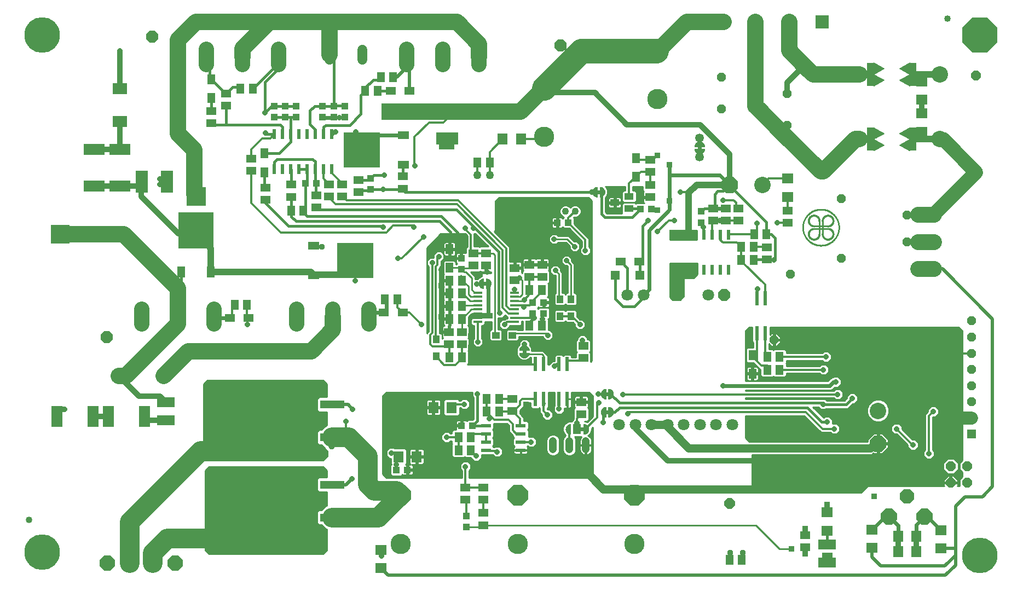
<source format=gbl>
G75*
%MOIN*%
%OFA0B0*%
%FSLAX25Y25*%
%IPPOS*%
%LPD*%
%AMOC8*
5,1,8,0,0,1.08239X$1,22.5*
%
%ADD10C,0.10000*%
%ADD11OC8,0.06000*%
%ADD12R,0.07098X0.06299*%
%ADD13C,0.09693*%
%ADD14OC8,0.05400*%
%ADD15C,0.00039*%
%ADD16R,0.04000X0.14300*%
%ADD17C,0.00100*%
%ADD18R,0.08268X0.08268*%
%ADD19OC8,0.08268*%
%ADD20C,0.04000*%
%ADD21R,0.04331X0.03937*%
%ADD22R,0.14567X0.05118*%
%ADD23R,0.39764X0.35039*%
%ADD24R,0.06299X0.07087*%
%ADD25C,0.12362*%
%ADD26OC8,0.12362*%
%ADD27OC8,0.06496*%
%ADD28R,0.05118X0.05906*%
%ADD29R,0.04724X0.05906*%
%ADD30R,0.05906X0.05118*%
%ADD31R,0.02362X0.08661*%
%ADD32R,0.03937X0.04331*%
%ADD33OC8,0.10000*%
%ADD34R,0.02400X0.06100*%
%ADD35C,0.07087*%
%ADD36OC8,0.07087*%
%ADD37R,0.05512X0.05512*%
%ADD38R,0.06102X0.02362*%
%ADD39R,0.03937X0.04724*%
%ADD40R,0.05000X0.06000*%
%ADD41R,0.03500X0.01000*%
%ADD42R,0.02000X0.01000*%
%ADD43OC8,0.09693*%
%ADD44R,0.10630X0.06299*%
%ADD45R,0.07087X0.06299*%
%ADD46R,0.04724X0.03937*%
%ADD47C,0.04331*%
%ADD48C,0.04800*%
%ADD49R,0.05906X0.04724*%
%ADD50R,0.05512X0.03937*%
%ADD51R,0.05600X0.01400*%
%ADD52R,0.22441X0.21654*%
%ADD53R,0.06693X0.05118*%
%ADD54C,0.09299*%
%ADD55C,0.06000*%
%ADD56R,0.07087X0.12598*%
%ADD57R,0.06299X0.07098*%
%ADD58R,0.21654X0.22441*%
%ADD59R,0.05118X0.06693*%
%ADD60R,0.12598X0.07087*%
%ADD61R,0.00984X0.01969*%
%ADD62R,0.13386X0.07480*%
%ADD63R,0.07480X0.13386*%
%ADD64OC8,0.09299*%
%ADD65C,0.05000*%
%ADD66R,0.08661X0.07087*%
%ADD67R,0.01000X0.03500*%
%ADD68R,0.01000X0.02000*%
%ADD69C,0.01000*%
%ADD70OC8,0.08600*%
%ADD71R,0.03543X0.03543*%
%ADD72OC8,0.05906*%
%ADD73R,0.05315X0.05315*%
%ADD74OC8,0.05315*%
%ADD75C,0.05315*%
%ADD76R,0.03175X0.03175*%
%ADD77C,0.01200*%
%ADD78C,0.03200*%
%ADD79OC8,0.03175*%
%ADD80C,0.02400*%
%ADD81OC8,0.21654*%
%ADD82C,0.02000*%
%ADD83C,0.04000*%
%ADD84C,0.08600*%
%ADD85C,0.01600*%
%ADD86OC8,0.03569*%
%ADD87R,0.03569X0.03569*%
%ADD88C,0.10000*%
%ADD89C,0.05000*%
%ADD90C,0.12000*%
%ADD91C,0.08000*%
%ADD92R,0.03962X0.03962*%
%ADD93C,0.21654*%
%ADD94C,0.15000*%
%ADD95C,0.01400*%
D10*
X0500844Y0265963D03*
X0559880Y0293876D03*
X0609093Y0293876D03*
X0609093Y0333246D03*
X0559880Y0333246D03*
X0571344Y0128463D03*
D11*
X0538094Y0274213D03*
X0538094Y0333213D03*
X0631094Y0332713D03*
X0631094Y0273713D03*
D12*
X0597852Y0298415D03*
X0597852Y0309612D03*
X0597852Y0317915D03*
X0597852Y0329112D03*
X0516344Y0269811D03*
X0516344Y0258614D03*
D13*
X0595622Y0247909D02*
X0605315Y0247909D01*
X0605315Y0231374D02*
X0595622Y0231374D01*
X0595622Y0214839D02*
X0605315Y0214839D01*
D14*
X0588844Y0231463D03*
X0588844Y0247713D03*
X0548844Y0257713D03*
X0548844Y0221463D03*
X0518094Y0211713D03*
X0508094Y0171713D03*
X0515844Y0302463D03*
X0515844Y0321713D03*
X0475844Y0312463D03*
X0475844Y0331713D03*
D15*
X0568563Y0331749D02*
X0571518Y0331749D01*
X0571451Y0331787D02*
X0568563Y0331787D01*
X0568563Y0331825D02*
X0571384Y0331825D01*
X0571316Y0331863D02*
X0568563Y0331863D01*
X0568563Y0331901D02*
X0571249Y0331901D01*
X0571182Y0331938D02*
X0568563Y0331938D01*
X0568563Y0331976D02*
X0571114Y0331976D01*
X0571047Y0332014D02*
X0568563Y0332014D01*
X0568563Y0332052D02*
X0570980Y0332052D01*
X0570912Y0332090D02*
X0568563Y0332090D01*
X0568563Y0332128D02*
X0570845Y0332128D01*
X0570778Y0332166D02*
X0568563Y0332166D01*
X0568563Y0332204D02*
X0570710Y0332204D01*
X0570643Y0332241D02*
X0568563Y0332241D01*
X0568563Y0332279D02*
X0570575Y0332279D01*
X0570508Y0332317D02*
X0568563Y0332317D01*
X0568563Y0332355D02*
X0570441Y0332355D01*
X0570373Y0332393D02*
X0568563Y0332393D01*
X0568563Y0332431D02*
X0570306Y0332431D01*
X0570239Y0332469D02*
X0568563Y0332469D01*
X0568563Y0332507D02*
X0570171Y0332507D01*
X0570104Y0332545D02*
X0568563Y0332545D01*
X0568563Y0332582D02*
X0570037Y0332582D01*
X0569969Y0332620D02*
X0568563Y0332620D01*
X0568563Y0332658D02*
X0569902Y0332658D01*
X0569835Y0332696D02*
X0568563Y0332696D01*
X0568563Y0332734D02*
X0569767Y0332734D01*
X0569700Y0332772D02*
X0568563Y0332772D01*
X0568563Y0332810D02*
X0569633Y0332810D01*
X0569565Y0332848D02*
X0568563Y0332848D01*
X0568563Y0332885D02*
X0569498Y0332885D01*
X0569431Y0332923D02*
X0568563Y0332923D01*
X0568563Y0332961D02*
X0569363Y0332961D01*
X0569296Y0332999D02*
X0568563Y0332999D01*
X0568563Y0333037D02*
X0569229Y0333037D01*
X0569161Y0333075D02*
X0568563Y0333075D01*
X0568563Y0333113D02*
X0569094Y0333113D01*
X0569027Y0333151D02*
X0568563Y0333151D01*
X0568563Y0333189D02*
X0568959Y0333189D01*
X0568892Y0333226D02*
X0568563Y0333226D01*
X0568563Y0333264D02*
X0568825Y0333264D01*
X0568757Y0333302D02*
X0568563Y0333302D01*
X0568563Y0333340D02*
X0568690Y0333340D01*
X0568623Y0333378D02*
X0568563Y0333378D01*
X0568563Y0333411D02*
X0574862Y0329868D01*
X0568563Y0326325D01*
X0568563Y0333411D01*
X0568563Y0331711D02*
X0571586Y0331711D01*
X0571653Y0331673D02*
X0568563Y0331673D01*
X0568563Y0331635D02*
X0571720Y0331635D01*
X0571788Y0331598D02*
X0568563Y0331598D01*
X0568563Y0331560D02*
X0571855Y0331560D01*
X0571922Y0331522D02*
X0568563Y0331522D01*
X0568563Y0331484D02*
X0571990Y0331484D01*
X0572057Y0331446D02*
X0568563Y0331446D01*
X0568563Y0331408D02*
X0572124Y0331408D01*
X0572192Y0331370D02*
X0568563Y0331370D01*
X0568563Y0331332D02*
X0572259Y0331332D01*
X0572326Y0331294D02*
X0568563Y0331294D01*
X0568563Y0331257D02*
X0572394Y0331257D01*
X0572461Y0331219D02*
X0568563Y0331219D01*
X0568563Y0331181D02*
X0572528Y0331181D01*
X0572596Y0331143D02*
X0568563Y0331143D01*
X0568563Y0331105D02*
X0572663Y0331105D01*
X0572731Y0331067D02*
X0568563Y0331067D01*
X0568563Y0331029D02*
X0572798Y0331029D01*
X0572865Y0330991D02*
X0568563Y0330991D01*
X0568563Y0330954D02*
X0572933Y0330954D01*
X0573000Y0330916D02*
X0568563Y0330916D01*
X0568563Y0330878D02*
X0573067Y0330878D01*
X0573135Y0330840D02*
X0568563Y0330840D01*
X0568563Y0330802D02*
X0573202Y0330802D01*
X0573269Y0330764D02*
X0568563Y0330764D01*
X0568563Y0330726D02*
X0573337Y0330726D01*
X0573404Y0330688D02*
X0568563Y0330688D01*
X0568563Y0330650D02*
X0573471Y0330650D01*
X0573539Y0330613D02*
X0568563Y0330613D01*
X0568563Y0330575D02*
X0573606Y0330575D01*
X0573673Y0330537D02*
X0568563Y0330537D01*
X0568563Y0330499D02*
X0573741Y0330499D01*
X0573808Y0330461D02*
X0568563Y0330461D01*
X0568563Y0330423D02*
X0573875Y0330423D01*
X0573943Y0330385D02*
X0568563Y0330385D01*
X0568563Y0330347D02*
X0574010Y0330347D01*
X0574077Y0330310D02*
X0568563Y0330310D01*
X0568563Y0330272D02*
X0574145Y0330272D01*
X0574212Y0330234D02*
X0568563Y0330234D01*
X0568563Y0330196D02*
X0574279Y0330196D01*
X0574347Y0330158D02*
X0568563Y0330158D01*
X0568563Y0330120D02*
X0574414Y0330120D01*
X0574481Y0330082D02*
X0568563Y0330082D01*
X0568563Y0330044D02*
X0574549Y0330044D01*
X0574616Y0330006D02*
X0568563Y0330006D01*
X0568563Y0329969D02*
X0574684Y0329969D01*
X0574751Y0329931D02*
X0568563Y0329931D01*
X0568563Y0329893D02*
X0574818Y0329893D01*
X0574839Y0329855D02*
X0568563Y0329855D01*
X0568563Y0329817D02*
X0574772Y0329817D01*
X0574704Y0329779D02*
X0568563Y0329779D01*
X0568563Y0329741D02*
X0574637Y0329741D01*
X0574569Y0329703D02*
X0568563Y0329703D01*
X0568563Y0329666D02*
X0574502Y0329666D01*
X0574435Y0329628D02*
X0568563Y0329628D01*
X0568563Y0329590D02*
X0574367Y0329590D01*
X0574300Y0329552D02*
X0568563Y0329552D01*
X0568563Y0329514D02*
X0574233Y0329514D01*
X0574165Y0329476D02*
X0568563Y0329476D01*
X0568563Y0329438D02*
X0574098Y0329438D01*
X0574031Y0329400D02*
X0568563Y0329400D01*
X0568563Y0329363D02*
X0573963Y0329363D01*
X0573896Y0329325D02*
X0568563Y0329325D01*
X0568563Y0329287D02*
X0573829Y0329287D01*
X0573761Y0329249D02*
X0568563Y0329249D01*
X0568563Y0329211D02*
X0573694Y0329211D01*
X0573627Y0329173D02*
X0568563Y0329173D01*
X0568563Y0329135D02*
X0573559Y0329135D01*
X0573492Y0329097D02*
X0568563Y0329097D01*
X0568563Y0329059D02*
X0573425Y0329059D01*
X0573357Y0329022D02*
X0568563Y0329022D01*
X0568563Y0328984D02*
X0573290Y0328984D01*
X0573223Y0328946D02*
X0568563Y0328946D01*
X0568563Y0328908D02*
X0573155Y0328908D01*
X0573088Y0328870D02*
X0568563Y0328870D01*
X0568563Y0328832D02*
X0573021Y0328832D01*
X0572953Y0328794D02*
X0568563Y0328794D01*
X0568563Y0328756D02*
X0572886Y0328756D01*
X0572819Y0328719D02*
X0568563Y0328719D01*
X0568563Y0328681D02*
X0572751Y0328681D01*
X0572684Y0328643D02*
X0568563Y0328643D01*
X0568563Y0328605D02*
X0572616Y0328605D01*
X0572549Y0328567D02*
X0568563Y0328567D01*
X0568563Y0328529D02*
X0572482Y0328529D01*
X0572414Y0328491D02*
X0568563Y0328491D01*
X0568563Y0328453D02*
X0572347Y0328453D01*
X0572280Y0328415D02*
X0568563Y0328415D01*
X0568563Y0328378D02*
X0572212Y0328378D01*
X0572145Y0328340D02*
X0568563Y0328340D01*
X0568563Y0328302D02*
X0572078Y0328302D01*
X0572010Y0328264D02*
X0568563Y0328264D01*
X0568563Y0328226D02*
X0571943Y0328226D01*
X0571876Y0328188D02*
X0568563Y0328188D01*
X0568563Y0328150D02*
X0571808Y0328150D01*
X0571741Y0328112D02*
X0568563Y0328112D01*
X0568563Y0328075D02*
X0571674Y0328075D01*
X0571606Y0328037D02*
X0568563Y0328037D01*
X0568563Y0327999D02*
X0571539Y0327999D01*
X0571472Y0327961D02*
X0568563Y0327961D01*
X0568563Y0327923D02*
X0571404Y0327923D01*
X0571337Y0327885D02*
X0568563Y0327885D01*
X0568563Y0327847D02*
X0571270Y0327847D01*
X0571202Y0327809D02*
X0568563Y0327809D01*
X0568563Y0327771D02*
X0571135Y0327771D01*
X0571068Y0327734D02*
X0568563Y0327734D01*
X0568563Y0327696D02*
X0571000Y0327696D01*
X0570933Y0327658D02*
X0568563Y0327658D01*
X0568563Y0327620D02*
X0570866Y0327620D01*
X0570798Y0327582D02*
X0568563Y0327582D01*
X0568563Y0327544D02*
X0570731Y0327544D01*
X0570663Y0327506D02*
X0568563Y0327506D01*
X0568563Y0327468D02*
X0570596Y0327468D01*
X0570529Y0327431D02*
X0568563Y0327431D01*
X0568563Y0327393D02*
X0570461Y0327393D01*
X0570394Y0327355D02*
X0568563Y0327355D01*
X0568563Y0327317D02*
X0570327Y0327317D01*
X0570259Y0327279D02*
X0568563Y0327279D01*
X0568563Y0327241D02*
X0570192Y0327241D01*
X0570125Y0327203D02*
X0568563Y0327203D01*
X0568563Y0327165D02*
X0570057Y0327165D01*
X0569990Y0327128D02*
X0568563Y0327128D01*
X0568563Y0327090D02*
X0569923Y0327090D01*
X0569855Y0327052D02*
X0568563Y0327052D01*
X0568563Y0327014D02*
X0569788Y0327014D01*
X0569721Y0326976D02*
X0568563Y0326976D01*
X0568563Y0326938D02*
X0569653Y0326938D01*
X0569586Y0326900D02*
X0568563Y0326900D01*
X0568563Y0326862D02*
X0569519Y0326862D01*
X0569451Y0326824D02*
X0568563Y0326824D01*
X0568563Y0326787D02*
X0569384Y0326787D01*
X0569317Y0326749D02*
X0568563Y0326749D01*
X0568563Y0326711D02*
X0569249Y0326711D01*
X0569182Y0326673D02*
X0568563Y0326673D01*
X0568563Y0326635D02*
X0569115Y0326635D01*
X0569047Y0326597D02*
X0568563Y0326597D01*
X0568563Y0326559D02*
X0568980Y0326559D01*
X0568913Y0326521D02*
X0568563Y0326521D01*
X0568563Y0326484D02*
X0568845Y0326484D01*
X0568778Y0326446D02*
X0568563Y0326446D01*
X0568563Y0326408D02*
X0568710Y0326408D01*
X0568643Y0326370D02*
X0568563Y0326370D01*
X0568563Y0326332D02*
X0568576Y0326332D01*
X0584311Y0329868D02*
X0590610Y0333411D01*
X0590610Y0326325D01*
X0584311Y0329868D01*
X0584334Y0329855D02*
X0590610Y0329855D01*
X0590610Y0329893D02*
X0584355Y0329893D01*
X0584422Y0329931D02*
X0590610Y0329931D01*
X0590610Y0329969D02*
X0584490Y0329969D01*
X0584557Y0330006D02*
X0590610Y0330006D01*
X0590610Y0330044D02*
X0584624Y0330044D01*
X0584692Y0330082D02*
X0590610Y0330082D01*
X0590610Y0330120D02*
X0584759Y0330120D01*
X0584826Y0330158D02*
X0590610Y0330158D01*
X0590610Y0330196D02*
X0584894Y0330196D01*
X0584961Y0330234D02*
X0590610Y0330234D01*
X0590610Y0330272D02*
X0585028Y0330272D01*
X0585096Y0330310D02*
X0590610Y0330310D01*
X0590610Y0330347D02*
X0585163Y0330347D01*
X0585230Y0330385D02*
X0590610Y0330385D01*
X0590610Y0330423D02*
X0585298Y0330423D01*
X0585365Y0330461D02*
X0590610Y0330461D01*
X0590610Y0330499D02*
X0585433Y0330499D01*
X0585500Y0330537D02*
X0590610Y0330537D01*
X0590610Y0330575D02*
X0585567Y0330575D01*
X0585635Y0330613D02*
X0590610Y0330613D01*
X0590610Y0330650D02*
X0585702Y0330650D01*
X0585769Y0330688D02*
X0590610Y0330688D01*
X0590610Y0330726D02*
X0585837Y0330726D01*
X0585904Y0330764D02*
X0590610Y0330764D01*
X0590610Y0330802D02*
X0585971Y0330802D01*
X0586039Y0330840D02*
X0590610Y0330840D01*
X0590610Y0330878D02*
X0586106Y0330878D01*
X0586173Y0330916D02*
X0590610Y0330916D01*
X0590610Y0330954D02*
X0586241Y0330954D01*
X0586308Y0330991D02*
X0590610Y0330991D01*
X0590610Y0331029D02*
X0586375Y0331029D01*
X0586443Y0331067D02*
X0590610Y0331067D01*
X0590610Y0331105D02*
X0586510Y0331105D01*
X0586577Y0331143D02*
X0590610Y0331143D01*
X0590610Y0331181D02*
X0586645Y0331181D01*
X0586712Y0331219D02*
X0590610Y0331219D01*
X0590610Y0331257D02*
X0586779Y0331257D01*
X0586847Y0331294D02*
X0590610Y0331294D01*
X0590610Y0331332D02*
X0586914Y0331332D01*
X0586981Y0331370D02*
X0590610Y0331370D01*
X0590610Y0331408D02*
X0587049Y0331408D01*
X0587116Y0331446D02*
X0590610Y0331446D01*
X0590610Y0331484D02*
X0587183Y0331484D01*
X0587251Y0331522D02*
X0590610Y0331522D01*
X0590610Y0331560D02*
X0587318Y0331560D01*
X0587386Y0331598D02*
X0590610Y0331598D01*
X0590610Y0331635D02*
X0587453Y0331635D01*
X0587520Y0331673D02*
X0590610Y0331673D01*
X0590610Y0331711D02*
X0587588Y0331711D01*
X0587655Y0331749D02*
X0590610Y0331749D01*
X0590610Y0331787D02*
X0587722Y0331787D01*
X0587790Y0331825D02*
X0590610Y0331825D01*
X0590610Y0331863D02*
X0587857Y0331863D01*
X0587924Y0331901D02*
X0590610Y0331901D01*
X0590610Y0331938D02*
X0587992Y0331938D01*
X0588059Y0331976D02*
X0590610Y0331976D01*
X0590610Y0332014D02*
X0588126Y0332014D01*
X0588194Y0332052D02*
X0590610Y0332052D01*
X0590610Y0332090D02*
X0588261Y0332090D01*
X0588328Y0332128D02*
X0590610Y0332128D01*
X0590610Y0332166D02*
X0588396Y0332166D01*
X0588463Y0332204D02*
X0590610Y0332204D01*
X0590610Y0332241D02*
X0588530Y0332241D01*
X0588598Y0332279D02*
X0590610Y0332279D01*
X0590610Y0332317D02*
X0588665Y0332317D01*
X0588732Y0332355D02*
X0590610Y0332355D01*
X0590610Y0332393D02*
X0588800Y0332393D01*
X0588867Y0332431D02*
X0590610Y0332431D01*
X0590610Y0332469D02*
X0588934Y0332469D01*
X0589002Y0332507D02*
X0590610Y0332507D01*
X0590610Y0332545D02*
X0589069Y0332545D01*
X0589136Y0332582D02*
X0590610Y0332582D01*
X0590610Y0332620D02*
X0589204Y0332620D01*
X0589271Y0332658D02*
X0590610Y0332658D01*
X0590610Y0332696D02*
X0589339Y0332696D01*
X0589406Y0332734D02*
X0590610Y0332734D01*
X0590610Y0332772D02*
X0589473Y0332772D01*
X0589541Y0332810D02*
X0590610Y0332810D01*
X0590610Y0332848D02*
X0589608Y0332848D01*
X0589675Y0332885D02*
X0590610Y0332885D01*
X0590610Y0332923D02*
X0589743Y0332923D01*
X0589810Y0332961D02*
X0590610Y0332961D01*
X0590610Y0332999D02*
X0589877Y0332999D01*
X0589945Y0333037D02*
X0590610Y0333037D01*
X0590610Y0333075D02*
X0590012Y0333075D01*
X0590079Y0333113D02*
X0590610Y0333113D01*
X0590610Y0333151D02*
X0590147Y0333151D01*
X0590214Y0333189D02*
X0590610Y0333189D01*
X0590610Y0333226D02*
X0590281Y0333226D01*
X0590349Y0333264D02*
X0590610Y0333264D01*
X0590610Y0333302D02*
X0590416Y0333302D01*
X0590483Y0333340D02*
X0590610Y0333340D01*
X0590610Y0333378D02*
X0590551Y0333378D01*
X0590602Y0333416D02*
X0590610Y0333416D01*
X0590610Y0333411D02*
X0584311Y0336955D01*
X0590610Y0340498D01*
X0590610Y0333411D01*
X0590610Y0333454D02*
X0590535Y0333454D01*
X0590468Y0333492D02*
X0590610Y0333492D01*
X0590610Y0333529D02*
X0590400Y0333529D01*
X0590333Y0333567D02*
X0590610Y0333567D01*
X0590610Y0333605D02*
X0590266Y0333605D01*
X0590198Y0333643D02*
X0590610Y0333643D01*
X0590610Y0333681D02*
X0590131Y0333681D01*
X0590064Y0333719D02*
X0590610Y0333719D01*
X0590610Y0333757D02*
X0589996Y0333757D01*
X0589929Y0333795D02*
X0590610Y0333795D01*
X0590610Y0333833D02*
X0589862Y0333833D01*
X0589794Y0333870D02*
X0590610Y0333870D01*
X0590610Y0333908D02*
X0589727Y0333908D01*
X0589660Y0333946D02*
X0590610Y0333946D01*
X0590610Y0333984D02*
X0589592Y0333984D01*
X0589525Y0334022D02*
X0590610Y0334022D01*
X0590610Y0334060D02*
X0589458Y0334060D01*
X0589390Y0334098D02*
X0590610Y0334098D01*
X0590610Y0334136D02*
X0589323Y0334136D01*
X0589256Y0334173D02*
X0590610Y0334173D01*
X0590610Y0334211D02*
X0589188Y0334211D01*
X0589121Y0334249D02*
X0590610Y0334249D01*
X0590610Y0334287D02*
X0589053Y0334287D01*
X0588986Y0334325D02*
X0590610Y0334325D01*
X0590610Y0334363D02*
X0588919Y0334363D01*
X0588851Y0334401D02*
X0590610Y0334401D01*
X0590610Y0334439D02*
X0588784Y0334439D01*
X0588717Y0334477D02*
X0590610Y0334477D01*
X0590610Y0334514D02*
X0588649Y0334514D01*
X0588582Y0334552D02*
X0590610Y0334552D01*
X0590610Y0334590D02*
X0588515Y0334590D01*
X0588447Y0334628D02*
X0590610Y0334628D01*
X0590610Y0334666D02*
X0588380Y0334666D01*
X0588313Y0334704D02*
X0590610Y0334704D01*
X0590610Y0334742D02*
X0588245Y0334742D01*
X0588178Y0334780D02*
X0590610Y0334780D01*
X0590610Y0334817D02*
X0588111Y0334817D01*
X0588043Y0334855D02*
X0590610Y0334855D01*
X0590610Y0334893D02*
X0587976Y0334893D01*
X0587909Y0334931D02*
X0590610Y0334931D01*
X0590610Y0334969D02*
X0587841Y0334969D01*
X0587774Y0335007D02*
X0590610Y0335007D01*
X0590610Y0335045D02*
X0587707Y0335045D01*
X0587639Y0335083D02*
X0590610Y0335083D01*
X0590610Y0335120D02*
X0587572Y0335120D01*
X0587505Y0335158D02*
X0590610Y0335158D01*
X0590610Y0335196D02*
X0587437Y0335196D01*
X0587370Y0335234D02*
X0590610Y0335234D01*
X0590610Y0335272D02*
X0587303Y0335272D01*
X0587235Y0335310D02*
X0590610Y0335310D01*
X0590610Y0335348D02*
X0587168Y0335348D01*
X0587100Y0335386D02*
X0590610Y0335386D01*
X0590610Y0335424D02*
X0587033Y0335424D01*
X0586966Y0335461D02*
X0590610Y0335461D01*
X0590610Y0335499D02*
X0586898Y0335499D01*
X0586831Y0335537D02*
X0590610Y0335537D01*
X0590610Y0335575D02*
X0586764Y0335575D01*
X0586696Y0335613D02*
X0590610Y0335613D01*
X0590610Y0335651D02*
X0586629Y0335651D01*
X0586562Y0335689D02*
X0590610Y0335689D01*
X0590610Y0335727D02*
X0586494Y0335727D01*
X0586427Y0335764D02*
X0590610Y0335764D01*
X0590610Y0335802D02*
X0586360Y0335802D01*
X0586292Y0335840D02*
X0590610Y0335840D01*
X0590610Y0335878D02*
X0586225Y0335878D01*
X0586158Y0335916D02*
X0590610Y0335916D01*
X0590610Y0335954D02*
X0586090Y0335954D01*
X0586023Y0335992D02*
X0590610Y0335992D01*
X0590610Y0336030D02*
X0585956Y0336030D01*
X0585888Y0336068D02*
X0590610Y0336068D01*
X0590610Y0336105D02*
X0585821Y0336105D01*
X0585754Y0336143D02*
X0590610Y0336143D01*
X0590610Y0336181D02*
X0585686Y0336181D01*
X0585619Y0336219D02*
X0590610Y0336219D01*
X0590610Y0336257D02*
X0585552Y0336257D01*
X0585484Y0336295D02*
X0590610Y0336295D01*
X0590610Y0336333D02*
X0585417Y0336333D01*
X0585350Y0336371D02*
X0590610Y0336371D01*
X0590610Y0336408D02*
X0585282Y0336408D01*
X0585215Y0336446D02*
X0590610Y0336446D01*
X0590610Y0336484D02*
X0585147Y0336484D01*
X0585080Y0336522D02*
X0590610Y0336522D01*
X0590610Y0336560D02*
X0585013Y0336560D01*
X0584945Y0336598D02*
X0590610Y0336598D01*
X0590610Y0336636D02*
X0584878Y0336636D01*
X0584811Y0336674D02*
X0590610Y0336674D01*
X0590610Y0336712D02*
X0584743Y0336712D01*
X0584676Y0336749D02*
X0590610Y0336749D01*
X0590610Y0336787D02*
X0584609Y0336787D01*
X0584541Y0336825D02*
X0590610Y0336825D01*
X0590610Y0336863D02*
X0584474Y0336863D01*
X0584407Y0336901D02*
X0590610Y0336901D01*
X0590610Y0336939D02*
X0584339Y0336939D01*
X0584350Y0336977D02*
X0590610Y0336977D01*
X0590610Y0337015D02*
X0584417Y0337015D01*
X0584485Y0337052D02*
X0590610Y0337052D01*
X0590610Y0337090D02*
X0584552Y0337090D01*
X0584619Y0337128D02*
X0590610Y0337128D01*
X0590610Y0337166D02*
X0584687Y0337166D01*
X0584754Y0337204D02*
X0590610Y0337204D01*
X0590610Y0337242D02*
X0584821Y0337242D01*
X0584889Y0337280D02*
X0590610Y0337280D01*
X0590610Y0337318D02*
X0584956Y0337318D01*
X0585023Y0337355D02*
X0590610Y0337355D01*
X0590610Y0337393D02*
X0585091Y0337393D01*
X0585158Y0337431D02*
X0590610Y0337431D01*
X0590610Y0337469D02*
X0585226Y0337469D01*
X0585293Y0337507D02*
X0590610Y0337507D01*
X0590610Y0337545D02*
X0585360Y0337545D01*
X0585428Y0337583D02*
X0590610Y0337583D01*
X0590610Y0337621D02*
X0585495Y0337621D01*
X0585562Y0337659D02*
X0590610Y0337659D01*
X0590610Y0337696D02*
X0585630Y0337696D01*
X0585697Y0337734D02*
X0590610Y0337734D01*
X0590610Y0337772D02*
X0585764Y0337772D01*
X0585832Y0337810D02*
X0590610Y0337810D01*
X0590610Y0337848D02*
X0585899Y0337848D01*
X0585966Y0337886D02*
X0590610Y0337886D01*
X0590610Y0337924D02*
X0586034Y0337924D01*
X0586101Y0337962D02*
X0590610Y0337962D01*
X0590610Y0337999D02*
X0586168Y0337999D01*
X0586236Y0338037D02*
X0590610Y0338037D01*
X0590610Y0338075D02*
X0586303Y0338075D01*
X0586370Y0338113D02*
X0590610Y0338113D01*
X0590610Y0338151D02*
X0586438Y0338151D01*
X0586505Y0338189D02*
X0590610Y0338189D01*
X0590610Y0338227D02*
X0586572Y0338227D01*
X0586640Y0338265D02*
X0590610Y0338265D01*
X0590610Y0338303D02*
X0586707Y0338303D01*
X0586774Y0338340D02*
X0590610Y0338340D01*
X0590610Y0338378D02*
X0586842Y0338378D01*
X0586909Y0338416D02*
X0590610Y0338416D01*
X0590610Y0338454D02*
X0586976Y0338454D01*
X0587044Y0338492D02*
X0590610Y0338492D01*
X0590610Y0338530D02*
X0587111Y0338530D01*
X0587179Y0338568D02*
X0590610Y0338568D01*
X0590610Y0338606D02*
X0587246Y0338606D01*
X0587313Y0338643D02*
X0590610Y0338643D01*
X0590610Y0338681D02*
X0587381Y0338681D01*
X0587448Y0338719D02*
X0590610Y0338719D01*
X0590610Y0338757D02*
X0587515Y0338757D01*
X0587583Y0338795D02*
X0590610Y0338795D01*
X0590610Y0338833D02*
X0587650Y0338833D01*
X0587717Y0338871D02*
X0590610Y0338871D01*
X0590610Y0338909D02*
X0587785Y0338909D01*
X0587852Y0338947D02*
X0590610Y0338947D01*
X0590610Y0338984D02*
X0587919Y0338984D01*
X0587987Y0339022D02*
X0590610Y0339022D01*
X0590610Y0339060D02*
X0588054Y0339060D01*
X0588121Y0339098D02*
X0590610Y0339098D01*
X0590610Y0339136D02*
X0588189Y0339136D01*
X0588256Y0339174D02*
X0590610Y0339174D01*
X0590610Y0339212D02*
X0588323Y0339212D01*
X0588391Y0339250D02*
X0590610Y0339250D01*
X0590610Y0339287D02*
X0588458Y0339287D01*
X0588525Y0339325D02*
X0590610Y0339325D01*
X0590610Y0339363D02*
X0588593Y0339363D01*
X0588660Y0339401D02*
X0590610Y0339401D01*
X0590610Y0339439D02*
X0588727Y0339439D01*
X0588795Y0339477D02*
X0590610Y0339477D01*
X0590610Y0339515D02*
X0588862Y0339515D01*
X0588929Y0339553D02*
X0590610Y0339553D01*
X0590610Y0339590D02*
X0588997Y0339590D01*
X0589064Y0339628D02*
X0590610Y0339628D01*
X0590610Y0339666D02*
X0589132Y0339666D01*
X0589199Y0339704D02*
X0590610Y0339704D01*
X0590610Y0339742D02*
X0589266Y0339742D01*
X0589334Y0339780D02*
X0590610Y0339780D01*
X0590610Y0339818D02*
X0589401Y0339818D01*
X0589468Y0339856D02*
X0590610Y0339856D01*
X0590610Y0339894D02*
X0589536Y0339894D01*
X0589603Y0339931D02*
X0590610Y0339931D01*
X0590610Y0339969D02*
X0589670Y0339969D01*
X0589738Y0340007D02*
X0590610Y0340007D01*
X0590610Y0340045D02*
X0589805Y0340045D01*
X0589872Y0340083D02*
X0590610Y0340083D01*
X0590610Y0340121D02*
X0589940Y0340121D01*
X0590007Y0340159D02*
X0590610Y0340159D01*
X0590610Y0340197D02*
X0590074Y0340197D01*
X0590142Y0340234D02*
X0590610Y0340234D01*
X0590610Y0340272D02*
X0590209Y0340272D01*
X0590276Y0340310D02*
X0590610Y0340310D01*
X0590610Y0340348D02*
X0590344Y0340348D01*
X0590411Y0340386D02*
X0590610Y0340386D01*
X0590610Y0340424D02*
X0590478Y0340424D01*
X0590546Y0340462D02*
X0590610Y0340462D01*
X0590610Y0329817D02*
X0584402Y0329817D01*
X0584469Y0329779D02*
X0590610Y0329779D01*
X0590610Y0329741D02*
X0584536Y0329741D01*
X0584604Y0329703D02*
X0590610Y0329703D01*
X0590610Y0329666D02*
X0584671Y0329666D01*
X0584738Y0329628D02*
X0590610Y0329628D01*
X0590610Y0329590D02*
X0584806Y0329590D01*
X0584873Y0329552D02*
X0590610Y0329552D01*
X0590610Y0329514D02*
X0584940Y0329514D01*
X0585008Y0329476D02*
X0590610Y0329476D01*
X0590610Y0329438D02*
X0585075Y0329438D01*
X0585143Y0329400D02*
X0590610Y0329400D01*
X0590610Y0329363D02*
X0585210Y0329363D01*
X0585277Y0329325D02*
X0590610Y0329325D01*
X0590610Y0329287D02*
X0585345Y0329287D01*
X0585412Y0329249D02*
X0590610Y0329249D01*
X0590610Y0329211D02*
X0585479Y0329211D01*
X0585547Y0329173D02*
X0590610Y0329173D01*
X0590610Y0329135D02*
X0585614Y0329135D01*
X0585681Y0329097D02*
X0590610Y0329097D01*
X0590610Y0329059D02*
X0585749Y0329059D01*
X0585816Y0329022D02*
X0590610Y0329022D01*
X0590610Y0328984D02*
X0585883Y0328984D01*
X0585951Y0328946D02*
X0590610Y0328946D01*
X0590610Y0328908D02*
X0586018Y0328908D01*
X0586085Y0328870D02*
X0590610Y0328870D01*
X0590610Y0328832D02*
X0586153Y0328832D01*
X0586220Y0328794D02*
X0590610Y0328794D01*
X0590610Y0328756D02*
X0586287Y0328756D01*
X0586355Y0328719D02*
X0590610Y0328719D01*
X0590610Y0328681D02*
X0586422Y0328681D01*
X0586489Y0328643D02*
X0590610Y0328643D01*
X0590610Y0328605D02*
X0586557Y0328605D01*
X0586624Y0328567D02*
X0590610Y0328567D01*
X0590610Y0328529D02*
X0586691Y0328529D01*
X0586759Y0328491D02*
X0590610Y0328491D01*
X0590610Y0328453D02*
X0586826Y0328453D01*
X0586893Y0328415D02*
X0590610Y0328415D01*
X0590610Y0328378D02*
X0586961Y0328378D01*
X0587028Y0328340D02*
X0590610Y0328340D01*
X0590610Y0328302D02*
X0587096Y0328302D01*
X0587163Y0328264D02*
X0590610Y0328264D01*
X0590610Y0328226D02*
X0587230Y0328226D01*
X0587298Y0328188D02*
X0590610Y0328188D01*
X0590610Y0328150D02*
X0587365Y0328150D01*
X0587432Y0328112D02*
X0590610Y0328112D01*
X0590610Y0328075D02*
X0587500Y0328075D01*
X0587567Y0328037D02*
X0590610Y0328037D01*
X0590610Y0327999D02*
X0587634Y0327999D01*
X0587702Y0327961D02*
X0590610Y0327961D01*
X0590610Y0327923D02*
X0587769Y0327923D01*
X0587836Y0327885D02*
X0590610Y0327885D01*
X0590610Y0327847D02*
X0587904Y0327847D01*
X0587971Y0327809D02*
X0590610Y0327809D01*
X0590610Y0327771D02*
X0588038Y0327771D01*
X0588106Y0327734D02*
X0590610Y0327734D01*
X0590610Y0327696D02*
X0588173Y0327696D01*
X0588240Y0327658D02*
X0590610Y0327658D01*
X0590610Y0327620D02*
X0588308Y0327620D01*
X0588375Y0327582D02*
X0590610Y0327582D01*
X0590610Y0327544D02*
X0588442Y0327544D01*
X0588510Y0327506D02*
X0590610Y0327506D01*
X0590610Y0327468D02*
X0588577Y0327468D01*
X0588644Y0327431D02*
X0590610Y0327431D01*
X0590610Y0327393D02*
X0588712Y0327393D01*
X0588779Y0327355D02*
X0590610Y0327355D01*
X0590610Y0327317D02*
X0588846Y0327317D01*
X0588914Y0327279D02*
X0590610Y0327279D01*
X0590610Y0327241D02*
X0588981Y0327241D01*
X0589049Y0327203D02*
X0590610Y0327203D01*
X0590610Y0327165D02*
X0589116Y0327165D01*
X0589183Y0327128D02*
X0590610Y0327128D01*
X0590610Y0327090D02*
X0589251Y0327090D01*
X0589318Y0327052D02*
X0590610Y0327052D01*
X0590610Y0327014D02*
X0589385Y0327014D01*
X0589453Y0326976D02*
X0590610Y0326976D01*
X0590610Y0326938D02*
X0589520Y0326938D01*
X0589587Y0326900D02*
X0590610Y0326900D01*
X0590610Y0326862D02*
X0589655Y0326862D01*
X0589722Y0326824D02*
X0590610Y0326824D01*
X0590610Y0326787D02*
X0589789Y0326787D01*
X0589857Y0326749D02*
X0590610Y0326749D01*
X0590610Y0326711D02*
X0589924Y0326711D01*
X0589991Y0326673D02*
X0590610Y0326673D01*
X0590610Y0326635D02*
X0590059Y0326635D01*
X0590126Y0326597D02*
X0590610Y0326597D01*
X0590610Y0326559D02*
X0590193Y0326559D01*
X0590261Y0326521D02*
X0590610Y0326521D01*
X0590610Y0326484D02*
X0590328Y0326484D01*
X0590395Y0326446D02*
X0590610Y0326446D01*
X0590610Y0326408D02*
X0590463Y0326408D01*
X0590530Y0326370D02*
X0590610Y0326370D01*
X0590610Y0326332D02*
X0590597Y0326332D01*
X0590610Y0300998D02*
X0584311Y0297455D01*
X0590610Y0293911D01*
X0584311Y0290368D01*
X0590610Y0286825D01*
X0590610Y0293911D01*
X0590610Y0300998D01*
X0590610Y0300989D02*
X0590595Y0300989D01*
X0590610Y0300951D02*
X0590527Y0300951D01*
X0590460Y0300914D02*
X0590610Y0300914D01*
X0590610Y0300876D02*
X0590393Y0300876D01*
X0590325Y0300838D02*
X0590610Y0300838D01*
X0590610Y0300800D02*
X0590258Y0300800D01*
X0590191Y0300762D02*
X0590610Y0300762D01*
X0590610Y0300724D02*
X0590123Y0300724D01*
X0590056Y0300686D02*
X0590610Y0300686D01*
X0590610Y0300648D02*
X0589989Y0300648D01*
X0589921Y0300611D02*
X0590610Y0300611D01*
X0590610Y0300573D02*
X0589854Y0300573D01*
X0589787Y0300535D02*
X0590610Y0300535D01*
X0590610Y0300497D02*
X0589719Y0300497D01*
X0589652Y0300459D02*
X0590610Y0300459D01*
X0590610Y0300421D02*
X0589585Y0300421D01*
X0589517Y0300383D02*
X0590610Y0300383D01*
X0590610Y0300345D02*
X0589450Y0300345D01*
X0589383Y0300307D02*
X0590610Y0300307D01*
X0590610Y0300270D02*
X0589315Y0300270D01*
X0589248Y0300232D02*
X0590610Y0300232D01*
X0590610Y0300194D02*
X0589181Y0300194D01*
X0589113Y0300156D02*
X0590610Y0300156D01*
X0590610Y0300118D02*
X0589046Y0300118D01*
X0588979Y0300080D02*
X0590610Y0300080D01*
X0590610Y0300042D02*
X0588911Y0300042D01*
X0588844Y0300004D02*
X0590610Y0300004D01*
X0590610Y0299967D02*
X0588776Y0299967D01*
X0588709Y0299929D02*
X0590610Y0299929D01*
X0590610Y0299891D02*
X0588642Y0299891D01*
X0588574Y0299853D02*
X0590610Y0299853D01*
X0590610Y0299815D02*
X0588507Y0299815D01*
X0588440Y0299777D02*
X0590610Y0299777D01*
X0590610Y0299739D02*
X0588372Y0299739D01*
X0588305Y0299701D02*
X0590610Y0299701D01*
X0590610Y0299663D02*
X0588238Y0299663D01*
X0588170Y0299626D02*
X0590610Y0299626D01*
X0590610Y0299588D02*
X0588103Y0299588D01*
X0588036Y0299550D02*
X0590610Y0299550D01*
X0590610Y0299512D02*
X0587968Y0299512D01*
X0587901Y0299474D02*
X0590610Y0299474D01*
X0590610Y0299436D02*
X0587834Y0299436D01*
X0587766Y0299398D02*
X0590610Y0299398D01*
X0590610Y0299360D02*
X0587699Y0299360D01*
X0587632Y0299323D02*
X0590610Y0299323D01*
X0590610Y0299285D02*
X0587564Y0299285D01*
X0587497Y0299247D02*
X0590610Y0299247D01*
X0590610Y0299209D02*
X0587430Y0299209D01*
X0587362Y0299171D02*
X0590610Y0299171D01*
X0590610Y0299133D02*
X0587295Y0299133D01*
X0587228Y0299095D02*
X0590610Y0299095D01*
X0590610Y0299057D02*
X0587160Y0299057D01*
X0587093Y0299020D02*
X0590610Y0299020D01*
X0590610Y0298982D02*
X0587026Y0298982D01*
X0586958Y0298944D02*
X0590610Y0298944D01*
X0590610Y0298906D02*
X0586891Y0298906D01*
X0586823Y0298868D02*
X0590610Y0298868D01*
X0590610Y0298830D02*
X0586756Y0298830D01*
X0586689Y0298792D02*
X0590610Y0298792D01*
X0590610Y0298754D02*
X0586621Y0298754D01*
X0586554Y0298716D02*
X0590610Y0298716D01*
X0590610Y0298679D02*
X0586487Y0298679D01*
X0586419Y0298641D02*
X0590610Y0298641D01*
X0590610Y0298603D02*
X0586352Y0298603D01*
X0586285Y0298565D02*
X0590610Y0298565D01*
X0590610Y0298527D02*
X0586217Y0298527D01*
X0586150Y0298489D02*
X0590610Y0298489D01*
X0590610Y0298451D02*
X0586083Y0298451D01*
X0586015Y0298413D02*
X0590610Y0298413D01*
X0590610Y0298376D02*
X0585948Y0298376D01*
X0585881Y0298338D02*
X0590610Y0298338D01*
X0590610Y0298300D02*
X0585813Y0298300D01*
X0585746Y0298262D02*
X0590610Y0298262D01*
X0590610Y0298224D02*
X0585679Y0298224D01*
X0585611Y0298186D02*
X0590610Y0298186D01*
X0590610Y0298148D02*
X0585544Y0298148D01*
X0585477Y0298110D02*
X0590610Y0298110D01*
X0590610Y0298072D02*
X0585409Y0298072D01*
X0585342Y0298035D02*
X0590610Y0298035D01*
X0590610Y0297997D02*
X0585275Y0297997D01*
X0585207Y0297959D02*
X0590610Y0297959D01*
X0590610Y0297921D02*
X0585140Y0297921D01*
X0585073Y0297883D02*
X0590610Y0297883D01*
X0590610Y0297845D02*
X0585005Y0297845D01*
X0584938Y0297807D02*
X0590610Y0297807D01*
X0590610Y0297769D02*
X0584870Y0297769D01*
X0584803Y0297732D02*
X0590610Y0297732D01*
X0590610Y0297694D02*
X0584736Y0297694D01*
X0584668Y0297656D02*
X0590610Y0297656D01*
X0590610Y0297618D02*
X0584601Y0297618D01*
X0584534Y0297580D02*
X0590610Y0297580D01*
X0590610Y0297542D02*
X0584466Y0297542D01*
X0584399Y0297504D02*
X0590610Y0297504D01*
X0590610Y0297466D02*
X0584332Y0297466D01*
X0584358Y0297428D02*
X0590610Y0297428D01*
X0590610Y0297391D02*
X0584425Y0297391D01*
X0584492Y0297353D02*
X0590610Y0297353D01*
X0590610Y0297315D02*
X0584560Y0297315D01*
X0584627Y0297277D02*
X0590610Y0297277D01*
X0590610Y0297239D02*
X0584694Y0297239D01*
X0584762Y0297201D02*
X0590610Y0297201D01*
X0590610Y0297163D02*
X0584829Y0297163D01*
X0584896Y0297125D02*
X0590610Y0297125D01*
X0590610Y0297088D02*
X0584964Y0297088D01*
X0585031Y0297050D02*
X0590610Y0297050D01*
X0590610Y0297012D02*
X0585098Y0297012D01*
X0585166Y0296974D02*
X0590610Y0296974D01*
X0590610Y0296936D02*
X0585233Y0296936D01*
X0585300Y0296898D02*
X0590610Y0296898D01*
X0590610Y0296860D02*
X0585368Y0296860D01*
X0585435Y0296822D02*
X0590610Y0296822D01*
X0590610Y0296785D02*
X0585503Y0296785D01*
X0585570Y0296747D02*
X0590610Y0296747D01*
X0590610Y0296709D02*
X0585637Y0296709D01*
X0585705Y0296671D02*
X0590610Y0296671D01*
X0590610Y0296633D02*
X0585772Y0296633D01*
X0585839Y0296595D02*
X0590610Y0296595D01*
X0590610Y0296557D02*
X0585907Y0296557D01*
X0585974Y0296519D02*
X0590610Y0296519D01*
X0590610Y0296481D02*
X0586041Y0296481D01*
X0586109Y0296444D02*
X0590610Y0296444D01*
X0590610Y0296406D02*
X0586176Y0296406D01*
X0586243Y0296368D02*
X0590610Y0296368D01*
X0590610Y0296330D02*
X0586311Y0296330D01*
X0586378Y0296292D02*
X0590610Y0296292D01*
X0590610Y0296254D02*
X0586445Y0296254D01*
X0586513Y0296216D02*
X0590610Y0296216D01*
X0590610Y0296178D02*
X0586580Y0296178D01*
X0586647Y0296141D02*
X0590610Y0296141D01*
X0590610Y0296103D02*
X0586715Y0296103D01*
X0586782Y0296065D02*
X0590610Y0296065D01*
X0590610Y0296027D02*
X0586849Y0296027D01*
X0586917Y0295989D02*
X0590610Y0295989D01*
X0590610Y0295951D02*
X0586984Y0295951D01*
X0587051Y0295913D02*
X0590610Y0295913D01*
X0590610Y0295875D02*
X0587119Y0295875D01*
X0587186Y0295837D02*
X0590610Y0295837D01*
X0590610Y0295800D02*
X0587253Y0295800D01*
X0587321Y0295762D02*
X0590610Y0295762D01*
X0590610Y0295724D02*
X0587388Y0295724D01*
X0587456Y0295686D02*
X0590610Y0295686D01*
X0590610Y0295648D02*
X0587523Y0295648D01*
X0587590Y0295610D02*
X0590610Y0295610D01*
X0590610Y0295572D02*
X0587658Y0295572D01*
X0587725Y0295534D02*
X0590610Y0295534D01*
X0590610Y0295497D02*
X0587792Y0295497D01*
X0587860Y0295459D02*
X0590610Y0295459D01*
X0590610Y0295421D02*
X0587927Y0295421D01*
X0587994Y0295383D02*
X0590610Y0295383D01*
X0590610Y0295345D02*
X0588062Y0295345D01*
X0588129Y0295307D02*
X0590610Y0295307D01*
X0590610Y0295269D02*
X0588196Y0295269D01*
X0588264Y0295231D02*
X0590610Y0295231D01*
X0590610Y0295193D02*
X0588331Y0295193D01*
X0588398Y0295156D02*
X0590610Y0295156D01*
X0590610Y0295118D02*
X0588466Y0295118D01*
X0588533Y0295080D02*
X0590610Y0295080D01*
X0590610Y0295042D02*
X0588600Y0295042D01*
X0588668Y0295004D02*
X0590610Y0295004D01*
X0590610Y0294966D02*
X0588735Y0294966D01*
X0588802Y0294928D02*
X0590610Y0294928D01*
X0590610Y0294890D02*
X0588870Y0294890D01*
X0588937Y0294853D02*
X0590610Y0294853D01*
X0590610Y0294815D02*
X0589004Y0294815D01*
X0589072Y0294777D02*
X0590610Y0294777D01*
X0590610Y0294739D02*
X0589139Y0294739D01*
X0589206Y0294701D02*
X0590610Y0294701D01*
X0590610Y0294663D02*
X0589274Y0294663D01*
X0589341Y0294625D02*
X0590610Y0294625D01*
X0590610Y0294587D02*
X0589409Y0294587D01*
X0589476Y0294550D02*
X0590610Y0294550D01*
X0590610Y0294512D02*
X0589543Y0294512D01*
X0589611Y0294474D02*
X0590610Y0294474D01*
X0590610Y0294436D02*
X0589678Y0294436D01*
X0589745Y0294398D02*
X0590610Y0294398D01*
X0590610Y0294360D02*
X0589813Y0294360D01*
X0589880Y0294322D02*
X0590610Y0294322D01*
X0590610Y0294284D02*
X0589947Y0294284D01*
X0590015Y0294246D02*
X0590610Y0294246D01*
X0590610Y0294209D02*
X0590082Y0294209D01*
X0590149Y0294171D02*
X0590610Y0294171D01*
X0590610Y0294133D02*
X0590217Y0294133D01*
X0590284Y0294095D02*
X0590610Y0294095D01*
X0590610Y0294057D02*
X0590351Y0294057D01*
X0590419Y0294019D02*
X0590610Y0294019D01*
X0590610Y0293981D02*
X0590486Y0293981D01*
X0590553Y0293943D02*
X0590610Y0293943D01*
X0590610Y0293906D02*
X0590600Y0293906D01*
X0590610Y0293868D02*
X0590532Y0293868D01*
X0590465Y0293830D02*
X0590610Y0293830D01*
X0590610Y0293792D02*
X0590398Y0293792D01*
X0590330Y0293754D02*
X0590610Y0293754D01*
X0590610Y0293716D02*
X0590263Y0293716D01*
X0590196Y0293678D02*
X0590610Y0293678D01*
X0590610Y0293640D02*
X0590128Y0293640D01*
X0590061Y0293602D02*
X0590610Y0293602D01*
X0590610Y0293565D02*
X0589994Y0293565D01*
X0589926Y0293527D02*
X0590610Y0293527D01*
X0590610Y0293489D02*
X0589859Y0293489D01*
X0589792Y0293451D02*
X0590610Y0293451D01*
X0590610Y0293413D02*
X0589724Y0293413D01*
X0589657Y0293375D02*
X0590610Y0293375D01*
X0590610Y0293337D02*
X0589590Y0293337D01*
X0589522Y0293299D02*
X0590610Y0293299D01*
X0590610Y0293262D02*
X0589455Y0293262D01*
X0589388Y0293224D02*
X0590610Y0293224D01*
X0590610Y0293186D02*
X0589320Y0293186D01*
X0589253Y0293148D02*
X0590610Y0293148D01*
X0590610Y0293110D02*
X0589186Y0293110D01*
X0589118Y0293072D02*
X0590610Y0293072D01*
X0590610Y0293034D02*
X0589051Y0293034D01*
X0588983Y0292996D02*
X0590610Y0292996D01*
X0590610Y0292958D02*
X0588916Y0292958D01*
X0588849Y0292921D02*
X0590610Y0292921D01*
X0590610Y0292883D02*
X0588781Y0292883D01*
X0588714Y0292845D02*
X0590610Y0292845D01*
X0590610Y0292807D02*
X0588647Y0292807D01*
X0588579Y0292769D02*
X0590610Y0292769D01*
X0590610Y0292731D02*
X0588512Y0292731D01*
X0588445Y0292693D02*
X0590610Y0292693D01*
X0590610Y0292655D02*
X0588377Y0292655D01*
X0588310Y0292618D02*
X0590610Y0292618D01*
X0590610Y0292580D02*
X0588243Y0292580D01*
X0588175Y0292542D02*
X0590610Y0292542D01*
X0590610Y0292504D02*
X0588108Y0292504D01*
X0588041Y0292466D02*
X0590610Y0292466D01*
X0590610Y0292428D02*
X0587973Y0292428D01*
X0587906Y0292390D02*
X0590610Y0292390D01*
X0590610Y0292352D02*
X0587839Y0292352D01*
X0587771Y0292315D02*
X0590610Y0292315D01*
X0590610Y0292277D02*
X0587704Y0292277D01*
X0587637Y0292239D02*
X0590610Y0292239D01*
X0590610Y0292201D02*
X0587569Y0292201D01*
X0587502Y0292163D02*
X0590610Y0292163D01*
X0590610Y0292125D02*
X0587435Y0292125D01*
X0587367Y0292087D02*
X0590610Y0292087D01*
X0590610Y0292049D02*
X0587300Y0292049D01*
X0587233Y0292011D02*
X0590610Y0292011D01*
X0590610Y0291974D02*
X0587165Y0291974D01*
X0587098Y0291936D02*
X0590610Y0291936D01*
X0590610Y0291898D02*
X0587030Y0291898D01*
X0586963Y0291860D02*
X0590610Y0291860D01*
X0590610Y0291822D02*
X0586896Y0291822D01*
X0586828Y0291784D02*
X0590610Y0291784D01*
X0590610Y0291746D02*
X0586761Y0291746D01*
X0586694Y0291708D02*
X0590610Y0291708D01*
X0590610Y0291671D02*
X0586626Y0291671D01*
X0586559Y0291633D02*
X0590610Y0291633D01*
X0590610Y0291595D02*
X0586492Y0291595D01*
X0586424Y0291557D02*
X0590610Y0291557D01*
X0590610Y0291519D02*
X0586357Y0291519D01*
X0586290Y0291481D02*
X0590610Y0291481D01*
X0590610Y0291443D02*
X0586222Y0291443D01*
X0586155Y0291405D02*
X0590610Y0291405D01*
X0590610Y0291367D02*
X0586088Y0291367D01*
X0586020Y0291330D02*
X0590610Y0291330D01*
X0590610Y0291292D02*
X0585953Y0291292D01*
X0585886Y0291254D02*
X0590610Y0291254D01*
X0590610Y0291216D02*
X0585818Y0291216D01*
X0585751Y0291178D02*
X0590610Y0291178D01*
X0590610Y0291140D02*
X0585684Y0291140D01*
X0585616Y0291102D02*
X0590610Y0291102D01*
X0590610Y0291064D02*
X0585549Y0291064D01*
X0585482Y0291027D02*
X0590610Y0291027D01*
X0590610Y0290989D02*
X0585414Y0290989D01*
X0585347Y0290951D02*
X0590610Y0290951D01*
X0590610Y0290913D02*
X0585280Y0290913D01*
X0585212Y0290875D02*
X0590610Y0290875D01*
X0590610Y0290837D02*
X0585145Y0290837D01*
X0585077Y0290799D02*
X0590610Y0290799D01*
X0590610Y0290761D02*
X0585010Y0290761D01*
X0584943Y0290723D02*
X0590610Y0290723D01*
X0590610Y0290686D02*
X0584875Y0290686D01*
X0584808Y0290648D02*
X0590610Y0290648D01*
X0590610Y0290610D02*
X0584741Y0290610D01*
X0584673Y0290572D02*
X0590610Y0290572D01*
X0590610Y0290534D02*
X0584606Y0290534D01*
X0584539Y0290496D02*
X0590610Y0290496D01*
X0590610Y0290458D02*
X0584471Y0290458D01*
X0584404Y0290420D02*
X0590610Y0290420D01*
X0590610Y0290383D02*
X0584337Y0290383D01*
X0584353Y0290345D02*
X0590610Y0290345D01*
X0590610Y0290307D02*
X0584420Y0290307D01*
X0584487Y0290269D02*
X0590610Y0290269D01*
X0590610Y0290231D02*
X0584555Y0290231D01*
X0584622Y0290193D02*
X0590610Y0290193D01*
X0590610Y0290155D02*
X0584689Y0290155D01*
X0584757Y0290117D02*
X0590610Y0290117D01*
X0590610Y0290080D02*
X0584824Y0290080D01*
X0584891Y0290042D02*
X0590610Y0290042D01*
X0590610Y0290004D02*
X0584959Y0290004D01*
X0585026Y0289966D02*
X0590610Y0289966D01*
X0590610Y0289928D02*
X0585093Y0289928D01*
X0585161Y0289890D02*
X0590610Y0289890D01*
X0590610Y0289852D02*
X0585228Y0289852D01*
X0585296Y0289814D02*
X0590610Y0289814D01*
X0590610Y0289776D02*
X0585363Y0289776D01*
X0585430Y0289739D02*
X0590610Y0289739D01*
X0590610Y0289701D02*
X0585498Y0289701D01*
X0585565Y0289663D02*
X0590610Y0289663D01*
X0590610Y0289625D02*
X0585632Y0289625D01*
X0585700Y0289587D02*
X0590610Y0289587D01*
X0590610Y0289549D02*
X0585767Y0289549D01*
X0585834Y0289511D02*
X0590610Y0289511D01*
X0590610Y0289473D02*
X0585902Y0289473D01*
X0585969Y0289436D02*
X0590610Y0289436D01*
X0590610Y0289398D02*
X0586036Y0289398D01*
X0586104Y0289360D02*
X0590610Y0289360D01*
X0590610Y0289322D02*
X0586171Y0289322D01*
X0586238Y0289284D02*
X0590610Y0289284D01*
X0590610Y0289246D02*
X0586306Y0289246D01*
X0586373Y0289208D02*
X0590610Y0289208D01*
X0590610Y0289170D02*
X0586440Y0289170D01*
X0586508Y0289132D02*
X0590610Y0289132D01*
X0590610Y0289095D02*
X0586575Y0289095D01*
X0586642Y0289057D02*
X0590610Y0289057D01*
X0590610Y0289019D02*
X0586710Y0289019D01*
X0586777Y0288981D02*
X0590610Y0288981D01*
X0590610Y0288943D02*
X0586844Y0288943D01*
X0586912Y0288905D02*
X0590610Y0288905D01*
X0590610Y0288867D02*
X0586979Y0288867D01*
X0587046Y0288829D02*
X0590610Y0288829D01*
X0590610Y0288792D02*
X0587114Y0288792D01*
X0587181Y0288754D02*
X0590610Y0288754D01*
X0590610Y0288716D02*
X0587249Y0288716D01*
X0587316Y0288678D02*
X0590610Y0288678D01*
X0590610Y0288640D02*
X0587383Y0288640D01*
X0587451Y0288602D02*
X0590610Y0288602D01*
X0590610Y0288564D02*
X0587518Y0288564D01*
X0587585Y0288526D02*
X0590610Y0288526D01*
X0590610Y0288488D02*
X0587653Y0288488D01*
X0587720Y0288451D02*
X0590610Y0288451D01*
X0590610Y0288413D02*
X0587787Y0288413D01*
X0587855Y0288375D02*
X0590610Y0288375D01*
X0590610Y0288337D02*
X0587922Y0288337D01*
X0587989Y0288299D02*
X0590610Y0288299D01*
X0590610Y0288261D02*
X0588057Y0288261D01*
X0588124Y0288223D02*
X0590610Y0288223D01*
X0590610Y0288185D02*
X0588191Y0288185D01*
X0588259Y0288148D02*
X0590610Y0288148D01*
X0590610Y0288110D02*
X0588326Y0288110D01*
X0588393Y0288072D02*
X0590610Y0288072D01*
X0590610Y0288034D02*
X0588461Y0288034D01*
X0588528Y0287996D02*
X0590610Y0287996D01*
X0590610Y0287958D02*
X0588595Y0287958D01*
X0588663Y0287920D02*
X0590610Y0287920D01*
X0590610Y0287882D02*
X0588730Y0287882D01*
X0588797Y0287845D02*
X0590610Y0287845D01*
X0590610Y0287807D02*
X0588865Y0287807D01*
X0588932Y0287769D02*
X0590610Y0287769D01*
X0590610Y0287731D02*
X0588999Y0287731D01*
X0589067Y0287693D02*
X0590610Y0287693D01*
X0590610Y0287655D02*
X0589134Y0287655D01*
X0589202Y0287617D02*
X0590610Y0287617D01*
X0590610Y0287579D02*
X0589269Y0287579D01*
X0589336Y0287541D02*
X0590610Y0287541D01*
X0590610Y0287504D02*
X0589404Y0287504D01*
X0589471Y0287466D02*
X0590610Y0287466D01*
X0590610Y0287428D02*
X0589538Y0287428D01*
X0589606Y0287390D02*
X0590610Y0287390D01*
X0590610Y0287352D02*
X0589673Y0287352D01*
X0589740Y0287314D02*
X0590610Y0287314D01*
X0590610Y0287276D02*
X0589808Y0287276D01*
X0589875Y0287238D02*
X0590610Y0287238D01*
X0590610Y0287201D02*
X0589942Y0287201D01*
X0590010Y0287163D02*
X0590610Y0287163D01*
X0590610Y0287125D02*
X0590077Y0287125D01*
X0590144Y0287087D02*
X0590610Y0287087D01*
X0590610Y0287049D02*
X0590212Y0287049D01*
X0590279Y0287011D02*
X0590610Y0287011D01*
X0590610Y0286973D02*
X0590346Y0286973D01*
X0590414Y0286935D02*
X0590610Y0286935D01*
X0590610Y0286897D02*
X0590481Y0286897D01*
X0590548Y0286860D02*
X0590610Y0286860D01*
X0574862Y0290368D02*
X0568563Y0286825D01*
X0568563Y0293911D01*
X0574862Y0290368D01*
X0574837Y0290383D02*
X0568563Y0290383D01*
X0568563Y0290420D02*
X0574769Y0290420D01*
X0574702Y0290458D02*
X0568563Y0290458D01*
X0568563Y0290496D02*
X0574634Y0290496D01*
X0574567Y0290534D02*
X0568563Y0290534D01*
X0568563Y0290572D02*
X0574500Y0290572D01*
X0574432Y0290610D02*
X0568563Y0290610D01*
X0568563Y0290648D02*
X0574365Y0290648D01*
X0574298Y0290686D02*
X0568563Y0290686D01*
X0568563Y0290723D02*
X0574230Y0290723D01*
X0574163Y0290761D02*
X0568563Y0290761D01*
X0568563Y0290799D02*
X0574096Y0290799D01*
X0574028Y0290837D02*
X0568563Y0290837D01*
X0568563Y0290875D02*
X0573961Y0290875D01*
X0573894Y0290913D02*
X0568563Y0290913D01*
X0568563Y0290951D02*
X0573826Y0290951D01*
X0573759Y0290989D02*
X0568563Y0290989D01*
X0568563Y0291027D02*
X0573692Y0291027D01*
X0573624Y0291064D02*
X0568563Y0291064D01*
X0568563Y0291102D02*
X0573557Y0291102D01*
X0573490Y0291140D02*
X0568563Y0291140D01*
X0568563Y0291178D02*
X0573422Y0291178D01*
X0573355Y0291216D02*
X0568563Y0291216D01*
X0568563Y0291254D02*
X0573288Y0291254D01*
X0573220Y0291292D02*
X0568563Y0291292D01*
X0568563Y0291330D02*
X0573153Y0291330D01*
X0573086Y0291367D02*
X0568563Y0291367D01*
X0568563Y0291405D02*
X0573018Y0291405D01*
X0572951Y0291443D02*
X0568563Y0291443D01*
X0568563Y0291481D02*
X0572884Y0291481D01*
X0572816Y0291519D02*
X0568563Y0291519D01*
X0568563Y0291557D02*
X0572749Y0291557D01*
X0572681Y0291595D02*
X0568563Y0291595D01*
X0568563Y0291633D02*
X0572614Y0291633D01*
X0572547Y0291671D02*
X0568563Y0291671D01*
X0568563Y0291708D02*
X0572479Y0291708D01*
X0572412Y0291746D02*
X0568563Y0291746D01*
X0568563Y0291784D02*
X0572345Y0291784D01*
X0572277Y0291822D02*
X0568563Y0291822D01*
X0568563Y0291860D02*
X0572210Y0291860D01*
X0572143Y0291898D02*
X0568563Y0291898D01*
X0568563Y0291936D02*
X0572075Y0291936D01*
X0572008Y0291974D02*
X0568563Y0291974D01*
X0568563Y0292011D02*
X0571941Y0292011D01*
X0571873Y0292049D02*
X0568563Y0292049D01*
X0568563Y0292087D02*
X0571806Y0292087D01*
X0571739Y0292125D02*
X0568563Y0292125D01*
X0568563Y0292163D02*
X0571671Y0292163D01*
X0571604Y0292201D02*
X0568563Y0292201D01*
X0568563Y0292239D02*
X0571537Y0292239D01*
X0571469Y0292277D02*
X0568563Y0292277D01*
X0568563Y0292315D02*
X0571402Y0292315D01*
X0571335Y0292352D02*
X0568563Y0292352D01*
X0568563Y0292390D02*
X0571267Y0292390D01*
X0571200Y0292428D02*
X0568563Y0292428D01*
X0568563Y0292466D02*
X0571133Y0292466D01*
X0571065Y0292504D02*
X0568563Y0292504D01*
X0568563Y0292542D02*
X0570998Y0292542D01*
X0570931Y0292580D02*
X0568563Y0292580D01*
X0568563Y0292618D02*
X0570863Y0292618D01*
X0570796Y0292655D02*
X0568563Y0292655D01*
X0568563Y0292693D02*
X0570728Y0292693D01*
X0570661Y0292731D02*
X0568563Y0292731D01*
X0568563Y0292769D02*
X0570594Y0292769D01*
X0570526Y0292807D02*
X0568563Y0292807D01*
X0568563Y0292845D02*
X0570459Y0292845D01*
X0570392Y0292883D02*
X0568563Y0292883D01*
X0568563Y0292921D02*
X0570324Y0292921D01*
X0570257Y0292958D02*
X0568563Y0292958D01*
X0568563Y0292996D02*
X0570190Y0292996D01*
X0570122Y0293034D02*
X0568563Y0293034D01*
X0568563Y0293072D02*
X0570055Y0293072D01*
X0569988Y0293110D02*
X0568563Y0293110D01*
X0568563Y0293148D02*
X0569920Y0293148D01*
X0569853Y0293186D02*
X0568563Y0293186D01*
X0568563Y0293224D02*
X0569786Y0293224D01*
X0569718Y0293262D02*
X0568563Y0293262D01*
X0568563Y0293299D02*
X0569651Y0293299D01*
X0569584Y0293337D02*
X0568563Y0293337D01*
X0568563Y0293375D02*
X0569516Y0293375D01*
X0569449Y0293413D02*
X0568563Y0293413D01*
X0568563Y0293451D02*
X0569382Y0293451D01*
X0569314Y0293489D02*
X0568563Y0293489D01*
X0568563Y0293527D02*
X0569247Y0293527D01*
X0569180Y0293565D02*
X0568563Y0293565D01*
X0568563Y0293602D02*
X0569112Y0293602D01*
X0569045Y0293640D02*
X0568563Y0293640D01*
X0568563Y0293678D02*
X0568978Y0293678D01*
X0568910Y0293716D02*
X0568563Y0293716D01*
X0568563Y0293754D02*
X0568843Y0293754D01*
X0568775Y0293792D02*
X0568563Y0293792D01*
X0568563Y0293830D02*
X0568708Y0293830D01*
X0568641Y0293868D02*
X0568563Y0293868D01*
X0568563Y0293906D02*
X0568573Y0293906D01*
X0568563Y0290345D02*
X0574821Y0290345D01*
X0574753Y0290307D02*
X0568563Y0290307D01*
X0568563Y0290269D02*
X0574686Y0290269D01*
X0574619Y0290231D02*
X0568563Y0290231D01*
X0568563Y0290193D02*
X0574551Y0290193D01*
X0574484Y0290155D02*
X0568563Y0290155D01*
X0568563Y0290117D02*
X0574416Y0290117D01*
X0574349Y0290080D02*
X0568563Y0290080D01*
X0568563Y0290042D02*
X0574282Y0290042D01*
X0574214Y0290004D02*
X0568563Y0290004D01*
X0568563Y0289966D02*
X0574147Y0289966D01*
X0574080Y0289928D02*
X0568563Y0289928D01*
X0568563Y0289890D02*
X0574012Y0289890D01*
X0573945Y0289852D02*
X0568563Y0289852D01*
X0568563Y0289814D02*
X0573878Y0289814D01*
X0573810Y0289776D02*
X0568563Y0289776D01*
X0568563Y0289739D02*
X0573743Y0289739D01*
X0573676Y0289701D02*
X0568563Y0289701D01*
X0568563Y0289663D02*
X0573608Y0289663D01*
X0573541Y0289625D02*
X0568563Y0289625D01*
X0568563Y0289587D02*
X0573474Y0289587D01*
X0573406Y0289549D02*
X0568563Y0289549D01*
X0568563Y0289511D02*
X0573339Y0289511D01*
X0573272Y0289473D02*
X0568563Y0289473D01*
X0568563Y0289436D02*
X0573204Y0289436D01*
X0573137Y0289398D02*
X0568563Y0289398D01*
X0568563Y0289360D02*
X0573070Y0289360D01*
X0573002Y0289322D02*
X0568563Y0289322D01*
X0568563Y0289284D02*
X0572935Y0289284D01*
X0572868Y0289246D02*
X0568563Y0289246D01*
X0568563Y0289208D02*
X0572800Y0289208D01*
X0572733Y0289170D02*
X0568563Y0289170D01*
X0568563Y0289132D02*
X0572666Y0289132D01*
X0572598Y0289095D02*
X0568563Y0289095D01*
X0568563Y0289057D02*
X0572531Y0289057D01*
X0572463Y0289019D02*
X0568563Y0289019D01*
X0568563Y0288981D02*
X0572396Y0288981D01*
X0572329Y0288943D02*
X0568563Y0288943D01*
X0568563Y0288905D02*
X0572261Y0288905D01*
X0572194Y0288867D02*
X0568563Y0288867D01*
X0568563Y0288829D02*
X0572127Y0288829D01*
X0572059Y0288792D02*
X0568563Y0288792D01*
X0568563Y0288754D02*
X0571992Y0288754D01*
X0571925Y0288716D02*
X0568563Y0288716D01*
X0568563Y0288678D02*
X0571857Y0288678D01*
X0571790Y0288640D02*
X0568563Y0288640D01*
X0568563Y0288602D02*
X0571723Y0288602D01*
X0571655Y0288564D02*
X0568563Y0288564D01*
X0568563Y0288526D02*
X0571588Y0288526D01*
X0571521Y0288488D02*
X0568563Y0288488D01*
X0568563Y0288451D02*
X0571453Y0288451D01*
X0571386Y0288413D02*
X0568563Y0288413D01*
X0568563Y0288375D02*
X0571319Y0288375D01*
X0571251Y0288337D02*
X0568563Y0288337D01*
X0568563Y0288299D02*
X0571184Y0288299D01*
X0571117Y0288261D02*
X0568563Y0288261D01*
X0568563Y0288223D02*
X0571049Y0288223D01*
X0570982Y0288185D02*
X0568563Y0288185D01*
X0568563Y0288148D02*
X0570915Y0288148D01*
X0570847Y0288110D02*
X0568563Y0288110D01*
X0568563Y0288072D02*
X0570780Y0288072D01*
X0570713Y0288034D02*
X0568563Y0288034D01*
X0568563Y0287996D02*
X0570645Y0287996D01*
X0570578Y0287958D02*
X0568563Y0287958D01*
X0568563Y0287920D02*
X0570510Y0287920D01*
X0570443Y0287882D02*
X0568563Y0287882D01*
X0568563Y0287845D02*
X0570376Y0287845D01*
X0570308Y0287807D02*
X0568563Y0287807D01*
X0568563Y0287769D02*
X0570241Y0287769D01*
X0570174Y0287731D02*
X0568563Y0287731D01*
X0568563Y0287693D02*
X0570106Y0287693D01*
X0570039Y0287655D02*
X0568563Y0287655D01*
X0568563Y0287617D02*
X0569972Y0287617D01*
X0569904Y0287579D02*
X0568563Y0287579D01*
X0568563Y0287541D02*
X0569837Y0287541D01*
X0569770Y0287504D02*
X0568563Y0287504D01*
X0568563Y0287466D02*
X0569702Y0287466D01*
X0569635Y0287428D02*
X0568563Y0287428D01*
X0568563Y0287390D02*
X0569568Y0287390D01*
X0569500Y0287352D02*
X0568563Y0287352D01*
X0568563Y0287314D02*
X0569433Y0287314D01*
X0569366Y0287276D02*
X0568563Y0287276D01*
X0568563Y0287238D02*
X0569298Y0287238D01*
X0569231Y0287201D02*
X0568563Y0287201D01*
X0568563Y0287163D02*
X0569164Y0287163D01*
X0569096Y0287125D02*
X0568563Y0287125D01*
X0568563Y0287087D02*
X0569029Y0287087D01*
X0568962Y0287049D02*
X0568563Y0287049D01*
X0568563Y0287011D02*
X0568894Y0287011D01*
X0568827Y0286973D02*
X0568563Y0286973D01*
X0568563Y0286935D02*
X0568760Y0286935D01*
X0568692Y0286897D02*
X0568563Y0286897D01*
X0568563Y0286860D02*
X0568625Y0286860D01*
D16*
X0566587Y0293911D03*
X0592587Y0293911D03*
X0592587Y0333411D03*
X0566587Y0333411D03*
D17*
X0568563Y0333417D02*
X0568573Y0333417D01*
X0568563Y0333411D02*
X0574862Y0336955D01*
X0568563Y0340498D01*
X0568563Y0333411D01*
X0568563Y0333516D02*
X0568749Y0333516D01*
X0568924Y0333614D02*
X0568563Y0333614D01*
X0568563Y0333713D02*
X0569099Y0333713D01*
X0569274Y0333811D02*
X0568563Y0333811D01*
X0568563Y0333910D02*
X0569449Y0333910D01*
X0569624Y0334008D02*
X0568563Y0334008D01*
X0568563Y0334107D02*
X0569799Y0334107D01*
X0569975Y0334205D02*
X0568563Y0334205D01*
X0568563Y0334304D02*
X0570150Y0334304D01*
X0570325Y0334402D02*
X0568563Y0334402D01*
X0568563Y0334501D02*
X0570500Y0334501D01*
X0570675Y0334599D02*
X0568563Y0334599D01*
X0568563Y0334698D02*
X0570850Y0334698D01*
X0571025Y0334796D02*
X0568563Y0334796D01*
X0568563Y0334895D02*
X0571200Y0334895D01*
X0571376Y0334993D02*
X0568563Y0334993D01*
X0568563Y0335092D02*
X0571551Y0335092D01*
X0571726Y0335191D02*
X0568563Y0335191D01*
X0568563Y0335289D02*
X0571901Y0335289D01*
X0572076Y0335388D02*
X0568563Y0335388D01*
X0568563Y0335486D02*
X0572251Y0335486D01*
X0572426Y0335585D02*
X0568563Y0335585D01*
X0568563Y0335683D02*
X0572601Y0335683D01*
X0572777Y0335782D02*
X0568563Y0335782D01*
X0568563Y0335880D02*
X0572952Y0335880D01*
X0573127Y0335979D02*
X0568563Y0335979D01*
X0568563Y0336077D02*
X0573302Y0336077D01*
X0573477Y0336176D02*
X0568563Y0336176D01*
X0568563Y0336274D02*
X0573652Y0336274D01*
X0573827Y0336373D02*
X0568563Y0336373D01*
X0568563Y0336471D02*
X0574003Y0336471D01*
X0574178Y0336570D02*
X0568563Y0336570D01*
X0568563Y0336668D02*
X0574353Y0336668D01*
X0574528Y0336767D02*
X0568563Y0336767D01*
X0568563Y0336865D02*
X0574703Y0336865D01*
X0574846Y0336964D02*
X0568563Y0336964D01*
X0568563Y0337062D02*
X0574671Y0337062D01*
X0574496Y0337161D02*
X0568563Y0337161D01*
X0568563Y0337259D02*
X0574321Y0337259D01*
X0574146Y0337358D02*
X0568563Y0337358D01*
X0568563Y0337456D02*
X0573971Y0337456D01*
X0573795Y0337555D02*
X0568563Y0337555D01*
X0568563Y0337653D02*
X0573620Y0337653D01*
X0573445Y0337752D02*
X0568563Y0337752D01*
X0568563Y0337850D02*
X0573270Y0337850D01*
X0573095Y0337949D02*
X0568563Y0337949D01*
X0568563Y0338047D02*
X0572920Y0338047D01*
X0572745Y0338146D02*
X0568563Y0338146D01*
X0568563Y0338244D02*
X0572570Y0338244D01*
X0572394Y0338343D02*
X0568563Y0338343D01*
X0568563Y0338441D02*
X0572219Y0338441D01*
X0572044Y0338540D02*
X0568563Y0338540D01*
X0568563Y0338638D02*
X0571869Y0338638D01*
X0571694Y0338737D02*
X0568563Y0338737D01*
X0568563Y0338835D02*
X0571519Y0338835D01*
X0571344Y0338934D02*
X0568563Y0338934D01*
X0568563Y0339032D02*
X0571168Y0339032D01*
X0570993Y0339131D02*
X0568563Y0339131D01*
X0568563Y0339229D02*
X0570818Y0339229D01*
X0570643Y0339328D02*
X0568563Y0339328D01*
X0568563Y0339426D02*
X0570468Y0339426D01*
X0570293Y0339525D02*
X0568563Y0339525D01*
X0568563Y0339624D02*
X0570118Y0339624D01*
X0569943Y0339722D02*
X0568563Y0339722D01*
X0568563Y0339821D02*
X0569767Y0339821D01*
X0569592Y0339919D02*
X0568563Y0339919D01*
X0568563Y0340018D02*
X0569417Y0340018D01*
X0569242Y0340116D02*
X0568563Y0340116D01*
X0568563Y0340215D02*
X0569067Y0340215D01*
X0568892Y0340313D02*
X0568563Y0340313D01*
X0568563Y0340412D02*
X0568717Y0340412D01*
X0568563Y0300998D02*
X0574862Y0297455D01*
X0568563Y0293911D01*
X0568563Y0300998D01*
X0568563Y0300909D02*
X0568722Y0300909D01*
X0568563Y0300810D02*
X0568897Y0300810D01*
X0569072Y0300712D02*
X0568563Y0300712D01*
X0568563Y0300613D02*
X0569247Y0300613D01*
X0569423Y0300515D02*
X0568563Y0300515D01*
X0568563Y0300416D02*
X0569598Y0300416D01*
X0569773Y0300317D02*
X0568563Y0300317D01*
X0568563Y0300219D02*
X0569948Y0300219D01*
X0570123Y0300120D02*
X0568563Y0300120D01*
X0568563Y0300022D02*
X0570298Y0300022D01*
X0570473Y0299923D02*
X0568563Y0299923D01*
X0568563Y0299825D02*
X0570648Y0299825D01*
X0570824Y0299726D02*
X0568563Y0299726D01*
X0568563Y0299628D02*
X0570999Y0299628D01*
X0571174Y0299529D02*
X0568563Y0299529D01*
X0568563Y0299431D02*
X0571349Y0299431D01*
X0571524Y0299332D02*
X0568563Y0299332D01*
X0568563Y0299234D02*
X0571699Y0299234D01*
X0571874Y0299135D02*
X0568563Y0299135D01*
X0568563Y0299037D02*
X0572050Y0299037D01*
X0572225Y0298938D02*
X0568563Y0298938D01*
X0568563Y0298840D02*
X0572400Y0298840D01*
X0572575Y0298741D02*
X0568563Y0298741D01*
X0568563Y0298643D02*
X0572750Y0298643D01*
X0572925Y0298544D02*
X0568563Y0298544D01*
X0568563Y0298446D02*
X0573100Y0298446D01*
X0573275Y0298347D02*
X0568563Y0298347D01*
X0568563Y0298249D02*
X0573451Y0298249D01*
X0573626Y0298150D02*
X0568563Y0298150D01*
X0568563Y0298052D02*
X0573801Y0298052D01*
X0573976Y0297953D02*
X0568563Y0297953D01*
X0568563Y0297855D02*
X0574151Y0297855D01*
X0574326Y0297756D02*
X0568563Y0297756D01*
X0568563Y0297658D02*
X0574501Y0297658D01*
X0574677Y0297559D02*
X0568563Y0297559D01*
X0568563Y0297461D02*
X0574852Y0297461D01*
X0574698Y0297362D02*
X0568563Y0297362D01*
X0568563Y0297264D02*
X0574523Y0297264D01*
X0574347Y0297165D02*
X0568563Y0297165D01*
X0568563Y0297067D02*
X0574172Y0297067D01*
X0573997Y0296968D02*
X0568563Y0296968D01*
X0568563Y0296870D02*
X0573822Y0296870D01*
X0573647Y0296771D02*
X0568563Y0296771D01*
X0568563Y0296673D02*
X0573472Y0296673D01*
X0573297Y0296574D02*
X0568563Y0296574D01*
X0568563Y0296476D02*
X0573121Y0296476D01*
X0572946Y0296377D02*
X0568563Y0296377D01*
X0568563Y0296279D02*
X0572771Y0296279D01*
X0572596Y0296180D02*
X0568563Y0296180D01*
X0568563Y0296082D02*
X0572421Y0296082D01*
X0572246Y0295983D02*
X0568563Y0295983D01*
X0568563Y0295884D02*
X0572071Y0295884D01*
X0571896Y0295786D02*
X0568563Y0295786D01*
X0568563Y0295687D02*
X0571720Y0295687D01*
X0571545Y0295589D02*
X0568563Y0295589D01*
X0568563Y0295490D02*
X0571370Y0295490D01*
X0571195Y0295392D02*
X0568563Y0295392D01*
X0568563Y0295293D02*
X0571020Y0295293D01*
X0570845Y0295195D02*
X0568563Y0295195D01*
X0568563Y0295096D02*
X0570670Y0295096D01*
X0570494Y0294998D02*
X0568563Y0294998D01*
X0568563Y0294899D02*
X0570319Y0294899D01*
X0570144Y0294801D02*
X0568563Y0294801D01*
X0568563Y0294702D02*
X0569969Y0294702D01*
X0569794Y0294604D02*
X0568563Y0294604D01*
X0568563Y0294505D02*
X0569619Y0294505D01*
X0569444Y0294407D02*
X0568563Y0294407D01*
X0568563Y0294308D02*
X0569269Y0294308D01*
X0569093Y0294210D02*
X0568563Y0294210D01*
X0568563Y0294111D02*
X0568918Y0294111D01*
X0568743Y0294013D02*
X0568563Y0294013D01*
X0568563Y0293914D02*
X0568568Y0293914D01*
X0540698Y0240460D02*
X0540726Y0241360D01*
X0540725Y0241359D02*
X0540830Y0241360D01*
X0540936Y0241365D01*
X0541041Y0241373D01*
X0541145Y0241386D01*
X0541249Y0241402D01*
X0541352Y0241422D01*
X0541455Y0241447D01*
X0541556Y0241475D01*
X0541657Y0241506D01*
X0541756Y0241542D01*
X0541853Y0241581D01*
X0541949Y0241624D01*
X0542044Y0241671D01*
X0542136Y0241721D01*
X0542227Y0241774D01*
X0542316Y0241831D01*
X0542402Y0241891D01*
X0542486Y0241954D01*
X0542568Y0242021D01*
X0542647Y0242090D01*
X0542723Y0242163D01*
X0542797Y0242238D01*
X0542868Y0242316D01*
X0542936Y0242396D01*
X0543000Y0242479D01*
X0543062Y0242565D01*
X0543120Y0242653D01*
X0543175Y0242742D01*
X0543227Y0242834D01*
X0543275Y0242928D01*
X0543319Y0243023D01*
X0543360Y0243120D01*
X0543397Y0243219D01*
X0543431Y0243318D01*
X0543461Y0243419D01*
X0543486Y0243521D01*
X0543508Y0243624D01*
X0543527Y0243728D01*
X0543541Y0243832D01*
X0543551Y0243937D01*
X0543558Y0244042D01*
X0543560Y0244147D01*
X0543558Y0244253D01*
X0543553Y0244358D01*
X0543543Y0244463D01*
X0543530Y0244567D01*
X0543513Y0244671D01*
X0543492Y0244774D01*
X0543467Y0244876D01*
X0543438Y0244977D01*
X0543405Y0245078D01*
X0543369Y0245176D01*
X0543329Y0245274D01*
X0543285Y0245369D01*
X0543238Y0245463D01*
X0543187Y0245556D01*
X0543133Y0245646D01*
X0543075Y0245734D01*
X0543014Y0245820D01*
X0542950Y0245903D01*
X0542883Y0245985D01*
X0542813Y0246063D01*
X0542740Y0246139D01*
X0542664Y0246212D01*
X0542586Y0246282D01*
X0542504Y0246349D01*
X0542421Y0246413D01*
X0542335Y0246474D01*
X0542247Y0246532D01*
X0542157Y0246586D01*
X0542064Y0246637D01*
X0541970Y0246684D01*
X0541875Y0246728D01*
X0541777Y0246768D01*
X0541679Y0246804D01*
X0541578Y0246837D01*
X0541477Y0246866D01*
X0541375Y0246891D01*
X0541272Y0246912D01*
X0541168Y0246929D01*
X0541064Y0246942D01*
X0540959Y0246952D01*
X0540854Y0246957D01*
X0540748Y0246959D01*
X0540643Y0246957D01*
X0540538Y0246950D01*
X0540433Y0246940D01*
X0540329Y0246926D01*
X0540225Y0246907D01*
X0540122Y0246885D01*
X0540020Y0246860D01*
X0539919Y0246830D01*
X0539820Y0246796D01*
X0539721Y0246759D01*
X0539624Y0246718D01*
X0539529Y0246674D01*
X0539435Y0246626D01*
X0539343Y0246574D01*
X0539254Y0246519D01*
X0539166Y0246461D01*
X0539080Y0246399D01*
X0538997Y0246335D01*
X0538917Y0246267D01*
X0538839Y0246196D01*
X0538764Y0246122D01*
X0538691Y0246046D01*
X0538622Y0245967D01*
X0538555Y0245885D01*
X0538492Y0245801D01*
X0538432Y0245715D01*
X0538375Y0245626D01*
X0538322Y0245535D01*
X0538272Y0245443D01*
X0538225Y0245348D01*
X0538182Y0245252D01*
X0538143Y0245155D01*
X0538107Y0245056D01*
X0538076Y0244955D01*
X0538048Y0244854D01*
X0538023Y0244751D01*
X0538003Y0244648D01*
X0537987Y0244544D01*
X0537974Y0244440D01*
X0537966Y0244335D01*
X0537961Y0244229D01*
X0537960Y0244124D01*
X0537061Y0244097D01*
X0537060Y0244217D01*
X0537064Y0244337D01*
X0537072Y0244457D01*
X0537084Y0244577D01*
X0537099Y0244696D01*
X0537119Y0244815D01*
X0537142Y0244933D01*
X0537169Y0245050D01*
X0537200Y0245167D01*
X0537234Y0245282D01*
X0537273Y0245396D01*
X0537315Y0245508D01*
X0537360Y0245620D01*
X0537410Y0245729D01*
X0537463Y0245837D01*
X0537519Y0245944D01*
X0537579Y0246048D01*
X0537642Y0246150D01*
X0537708Y0246251D01*
X0537778Y0246349D01*
X0537850Y0246445D01*
X0537926Y0246538D01*
X0538005Y0246629D01*
X0538087Y0246717D01*
X0538171Y0246803D01*
X0538259Y0246885D01*
X0538348Y0246965D01*
X0538441Y0247042D01*
X0538536Y0247116D01*
X0538633Y0247187D01*
X0538733Y0247254D01*
X0538834Y0247318D01*
X0538938Y0247379D01*
X0539044Y0247437D01*
X0539151Y0247491D01*
X0539260Y0247541D01*
X0539371Y0247588D01*
X0539483Y0247632D01*
X0539597Y0247671D01*
X0539712Y0247707D01*
X0539827Y0247740D01*
X0539944Y0247768D01*
X0540062Y0247793D01*
X0540180Y0247813D01*
X0540300Y0247830D01*
X0540419Y0247843D01*
X0540539Y0247852D01*
X0540659Y0247858D01*
X0540779Y0247859D01*
X0540900Y0247856D01*
X0541020Y0247850D01*
X0541140Y0247839D01*
X0541259Y0247825D01*
X0541378Y0247807D01*
X0541496Y0247785D01*
X0541614Y0247759D01*
X0541730Y0247730D01*
X0541846Y0247696D01*
X0541960Y0247659D01*
X0542073Y0247618D01*
X0542185Y0247574D01*
X0542295Y0247526D01*
X0542404Y0247474D01*
X0542511Y0247419D01*
X0542616Y0247360D01*
X0542719Y0247298D01*
X0542820Y0247233D01*
X0542918Y0247164D01*
X0543015Y0247092D01*
X0543109Y0247018D01*
X0543201Y0246940D01*
X0543290Y0246859D01*
X0543376Y0246775D01*
X0543460Y0246689D01*
X0543541Y0246600D01*
X0543619Y0246508D01*
X0543693Y0246414D01*
X0543765Y0246317D01*
X0543834Y0246219D01*
X0543899Y0246118D01*
X0543961Y0246015D01*
X0544020Y0245910D01*
X0544075Y0245803D01*
X0544127Y0245694D01*
X0544175Y0245584D01*
X0544219Y0245472D01*
X0544260Y0245359D01*
X0544297Y0245245D01*
X0544331Y0245129D01*
X0544360Y0245013D01*
X0544386Y0244895D01*
X0544408Y0244777D01*
X0544426Y0244658D01*
X0544440Y0244539D01*
X0544451Y0244419D01*
X0544457Y0244299D01*
X0544460Y0244178D01*
X0544459Y0244058D01*
X0544453Y0243938D01*
X0544444Y0243818D01*
X0544431Y0243699D01*
X0544414Y0243579D01*
X0544394Y0243461D01*
X0544369Y0243343D01*
X0544341Y0243226D01*
X0544308Y0243111D01*
X0544272Y0242996D01*
X0544233Y0242882D01*
X0544189Y0242770D01*
X0544142Y0242659D01*
X0544092Y0242550D01*
X0544038Y0242443D01*
X0543980Y0242337D01*
X0543919Y0242233D01*
X0543855Y0242132D01*
X0543788Y0242032D01*
X0543717Y0241935D01*
X0543643Y0241840D01*
X0543566Y0241747D01*
X0543486Y0241658D01*
X0543404Y0241570D01*
X0543318Y0241486D01*
X0543230Y0241404D01*
X0543139Y0241325D01*
X0543046Y0241249D01*
X0542950Y0241177D01*
X0542852Y0241107D01*
X0542751Y0241041D01*
X0542649Y0240978D01*
X0542545Y0240918D01*
X0542438Y0240862D01*
X0542330Y0240809D01*
X0542221Y0240759D01*
X0542109Y0240714D01*
X0541997Y0240672D01*
X0541883Y0240633D01*
X0541768Y0240599D01*
X0541651Y0240568D01*
X0541534Y0240541D01*
X0541416Y0240518D01*
X0541297Y0240498D01*
X0541178Y0240483D01*
X0541058Y0240471D01*
X0540938Y0240463D01*
X0540818Y0240459D01*
X0540698Y0240460D01*
X0540701Y0240553D01*
X0540820Y0240554D01*
X0540940Y0240557D01*
X0541059Y0240565D01*
X0541178Y0240577D01*
X0541297Y0240593D01*
X0541415Y0240613D01*
X0541532Y0240637D01*
X0541649Y0240664D01*
X0541764Y0240696D01*
X0541879Y0240731D01*
X0541992Y0240770D01*
X0542103Y0240813D01*
X0542214Y0240859D01*
X0542322Y0240909D01*
X0542429Y0240963D01*
X0542535Y0241020D01*
X0542638Y0241080D01*
X0542739Y0241144D01*
X0542838Y0241212D01*
X0542934Y0241282D01*
X0543029Y0241356D01*
X0543120Y0241433D01*
X0543210Y0241513D01*
X0543296Y0241595D01*
X0543380Y0241681D01*
X0543460Y0241769D01*
X0543538Y0241860D01*
X0543613Y0241954D01*
X0543685Y0242049D01*
X0543753Y0242148D01*
X0543818Y0242248D01*
X0543880Y0242351D01*
X0543938Y0242455D01*
X0543993Y0242561D01*
X0544044Y0242670D01*
X0544092Y0242779D01*
X0544136Y0242891D01*
X0544176Y0243003D01*
X0544212Y0243117D01*
X0544245Y0243232D01*
X0544274Y0243349D01*
X0544299Y0243466D01*
X0544320Y0243583D01*
X0544337Y0243702D01*
X0544350Y0243821D01*
X0544359Y0243940D01*
X0544365Y0244059D01*
X0544366Y0244179D01*
X0544363Y0244299D01*
X0544357Y0244418D01*
X0544346Y0244537D01*
X0544332Y0244656D01*
X0544313Y0244774D01*
X0544291Y0244892D01*
X0544264Y0245009D01*
X0544234Y0245124D01*
X0544200Y0245239D01*
X0544163Y0245353D01*
X0544121Y0245465D01*
X0544076Y0245576D01*
X0544027Y0245685D01*
X0543975Y0245793D01*
X0543919Y0245898D01*
X0543859Y0246002D01*
X0543796Y0246104D01*
X0543730Y0246204D01*
X0543661Y0246301D01*
X0543588Y0246396D01*
X0543512Y0246489D01*
X0543434Y0246579D01*
X0543352Y0246666D01*
X0543267Y0246751D01*
X0543180Y0246833D01*
X0543090Y0246911D01*
X0542997Y0246987D01*
X0542902Y0247060D01*
X0542805Y0247129D01*
X0542705Y0247195D01*
X0542603Y0247258D01*
X0542499Y0247318D01*
X0542394Y0247374D01*
X0542286Y0247426D01*
X0542177Y0247475D01*
X0542066Y0247520D01*
X0541954Y0247562D01*
X0541840Y0247599D01*
X0541725Y0247633D01*
X0541610Y0247663D01*
X0541493Y0247690D01*
X0541375Y0247712D01*
X0541257Y0247731D01*
X0541138Y0247745D01*
X0541019Y0247756D01*
X0540900Y0247762D01*
X0540780Y0247765D01*
X0540660Y0247764D01*
X0540541Y0247758D01*
X0540422Y0247749D01*
X0540303Y0247736D01*
X0540184Y0247719D01*
X0540067Y0247698D01*
X0539950Y0247673D01*
X0539833Y0247644D01*
X0539718Y0247611D01*
X0539604Y0247575D01*
X0539492Y0247535D01*
X0539380Y0247491D01*
X0539271Y0247443D01*
X0539162Y0247392D01*
X0539056Y0247337D01*
X0538952Y0247279D01*
X0538849Y0247217D01*
X0538749Y0247152D01*
X0538650Y0247084D01*
X0538555Y0247012D01*
X0538461Y0246937D01*
X0538370Y0246859D01*
X0538282Y0246779D01*
X0538196Y0246695D01*
X0538114Y0246609D01*
X0538034Y0246519D01*
X0537957Y0246428D01*
X0537883Y0246333D01*
X0537813Y0246237D01*
X0537745Y0246138D01*
X0537681Y0246037D01*
X0537621Y0245934D01*
X0537564Y0245828D01*
X0537510Y0245721D01*
X0537460Y0245613D01*
X0537414Y0245502D01*
X0537371Y0245391D01*
X0537332Y0245278D01*
X0537297Y0245163D01*
X0537265Y0245048D01*
X0537238Y0244931D01*
X0537214Y0244814D01*
X0537194Y0244696D01*
X0537178Y0244577D01*
X0537166Y0244458D01*
X0537158Y0244339D01*
X0537155Y0244219D01*
X0537154Y0244100D01*
X0537248Y0244103D01*
X0537249Y0244220D01*
X0537253Y0244337D01*
X0537260Y0244454D01*
X0537272Y0244571D01*
X0537288Y0244687D01*
X0537308Y0244803D01*
X0537331Y0244918D01*
X0537358Y0245032D01*
X0537389Y0245145D01*
X0537424Y0245257D01*
X0537463Y0245368D01*
X0537505Y0245478D01*
X0537551Y0245586D01*
X0537600Y0245692D01*
X0537653Y0245797D01*
X0537710Y0245900D01*
X0537770Y0246001D01*
X0537833Y0246099D01*
X0537899Y0246196D01*
X0537969Y0246291D01*
X0538042Y0246383D01*
X0538117Y0246472D01*
X0538196Y0246559D01*
X0538278Y0246643D01*
X0538362Y0246725D01*
X0538449Y0246804D01*
X0538539Y0246879D01*
X0538631Y0246952D01*
X0538725Y0247022D01*
X0538822Y0247088D01*
X0538921Y0247151D01*
X0539022Y0247211D01*
X0539125Y0247267D01*
X0539230Y0247320D01*
X0539336Y0247369D01*
X0539444Y0247415D01*
X0539554Y0247457D01*
X0539665Y0247496D01*
X0539777Y0247531D01*
X0539890Y0247561D01*
X0540004Y0247589D01*
X0540119Y0247612D01*
X0540235Y0247631D01*
X0540351Y0247647D01*
X0540468Y0247659D01*
X0540585Y0247667D01*
X0540702Y0247671D01*
X0540819Y0247670D01*
X0540937Y0247667D01*
X0541054Y0247659D01*
X0541171Y0247647D01*
X0541287Y0247631D01*
X0541403Y0247612D01*
X0541517Y0247588D01*
X0541632Y0247561D01*
X0541745Y0247530D01*
X0541857Y0247495D01*
X0541968Y0247457D01*
X0542077Y0247415D01*
X0542185Y0247369D01*
X0542292Y0247319D01*
X0542396Y0247266D01*
X0542499Y0247210D01*
X0542600Y0247150D01*
X0542699Y0247087D01*
X0542796Y0247021D01*
X0542890Y0246951D01*
X0542982Y0246878D01*
X0543072Y0246803D01*
X0543159Y0246724D01*
X0543243Y0246642D01*
X0543325Y0246558D01*
X0543404Y0246471D01*
X0543479Y0246381D01*
X0543552Y0246289D01*
X0543622Y0246195D01*
X0543688Y0246098D01*
X0543751Y0245999D01*
X0543811Y0245898D01*
X0543867Y0245795D01*
X0543920Y0245691D01*
X0543970Y0245584D01*
X0544016Y0245476D01*
X0544058Y0245367D01*
X0544096Y0245256D01*
X0544131Y0245144D01*
X0544162Y0245031D01*
X0544189Y0244916D01*
X0544213Y0244802D01*
X0544232Y0244686D01*
X0544248Y0244570D01*
X0544260Y0244453D01*
X0544268Y0244336D01*
X0544271Y0244218D01*
X0544272Y0244101D01*
X0544268Y0243984D01*
X0544260Y0243867D01*
X0544248Y0243750D01*
X0544232Y0243634D01*
X0544213Y0243518D01*
X0544190Y0243403D01*
X0544162Y0243289D01*
X0544132Y0243176D01*
X0544097Y0243064D01*
X0544058Y0242953D01*
X0544016Y0242843D01*
X0543970Y0242735D01*
X0543921Y0242629D01*
X0543868Y0242524D01*
X0543812Y0242421D01*
X0543752Y0242320D01*
X0543689Y0242221D01*
X0543623Y0242124D01*
X0543553Y0242030D01*
X0543480Y0241938D01*
X0543405Y0241848D01*
X0543326Y0241761D01*
X0543244Y0241677D01*
X0543160Y0241595D01*
X0543073Y0241516D01*
X0542984Y0241441D01*
X0542892Y0241368D01*
X0542797Y0241298D01*
X0542700Y0241232D01*
X0542602Y0241169D01*
X0542501Y0241109D01*
X0542398Y0241052D01*
X0542293Y0240999D01*
X0542187Y0240950D01*
X0542079Y0240904D01*
X0541969Y0240862D01*
X0541858Y0240823D01*
X0541746Y0240788D01*
X0541633Y0240757D01*
X0541519Y0240730D01*
X0541404Y0240707D01*
X0541288Y0240687D01*
X0541172Y0240671D01*
X0541055Y0240659D01*
X0540938Y0240652D01*
X0540821Y0240648D01*
X0540704Y0240647D01*
X0540706Y0240741D01*
X0540823Y0240742D01*
X0540940Y0240746D01*
X0541056Y0240754D01*
X0541172Y0240766D01*
X0541288Y0240782D01*
X0541403Y0240802D01*
X0541517Y0240826D01*
X0541630Y0240854D01*
X0541742Y0240885D01*
X0541853Y0240921D01*
X0541963Y0240960D01*
X0542072Y0241003D01*
X0542179Y0241049D01*
X0542284Y0241100D01*
X0542387Y0241153D01*
X0542489Y0241211D01*
X0542589Y0241271D01*
X0542686Y0241335D01*
X0542781Y0241403D01*
X0542874Y0241473D01*
X0542965Y0241547D01*
X0543052Y0241624D01*
X0543138Y0241703D01*
X0543220Y0241786D01*
X0543300Y0241871D01*
X0543376Y0241959D01*
X0543450Y0242050D01*
X0543520Y0242143D01*
X0543587Y0242238D01*
X0543651Y0242336D01*
X0543712Y0242435D01*
X0543769Y0242537D01*
X0543822Y0242641D01*
X0543872Y0242746D01*
X0543919Y0242853D01*
X0543961Y0242962D01*
X0544000Y0243072D01*
X0544036Y0243183D01*
X0544067Y0243295D01*
X0544095Y0243409D01*
X0544118Y0243523D01*
X0544138Y0243638D01*
X0544154Y0243753D01*
X0544166Y0243869D01*
X0544174Y0243986D01*
X0544178Y0244102D01*
X0544177Y0244219D01*
X0544173Y0244335D01*
X0544165Y0244452D01*
X0544153Y0244568D01*
X0544138Y0244683D01*
X0544118Y0244798D01*
X0544094Y0244913D01*
X0544066Y0245026D01*
X0544035Y0245138D01*
X0543999Y0245249D01*
X0543960Y0245359D01*
X0543918Y0245468D01*
X0543871Y0245575D01*
X0543821Y0245680D01*
X0543767Y0245784D01*
X0543710Y0245885D01*
X0543649Y0245985D01*
X0543585Y0246082D01*
X0543518Y0246178D01*
X0543448Y0246271D01*
X0543374Y0246361D01*
X0543297Y0246449D01*
X0543218Y0246534D01*
X0543135Y0246617D01*
X0543050Y0246696D01*
X0542962Y0246773D01*
X0542872Y0246847D01*
X0542779Y0246917D01*
X0542683Y0246984D01*
X0542586Y0247048D01*
X0542486Y0247109D01*
X0542385Y0247166D01*
X0542281Y0247220D01*
X0542176Y0247270D01*
X0542069Y0247317D01*
X0541960Y0247359D01*
X0541850Y0247398D01*
X0541739Y0247434D01*
X0541627Y0247465D01*
X0541514Y0247493D01*
X0541399Y0247517D01*
X0541284Y0247537D01*
X0541169Y0247552D01*
X0541053Y0247564D01*
X0540936Y0247572D01*
X0540820Y0247576D01*
X0540703Y0247577D01*
X0540587Y0247573D01*
X0540470Y0247565D01*
X0540354Y0247553D01*
X0540239Y0247537D01*
X0540124Y0247517D01*
X0540010Y0247494D01*
X0539896Y0247466D01*
X0539784Y0247435D01*
X0539673Y0247399D01*
X0539563Y0247360D01*
X0539454Y0247318D01*
X0539347Y0247271D01*
X0539242Y0247221D01*
X0539138Y0247168D01*
X0539036Y0247111D01*
X0538937Y0247050D01*
X0538839Y0246986D01*
X0538744Y0246919D01*
X0538651Y0246849D01*
X0538560Y0246775D01*
X0538472Y0246699D01*
X0538387Y0246619D01*
X0538304Y0246537D01*
X0538225Y0246451D01*
X0538148Y0246364D01*
X0538074Y0246273D01*
X0538004Y0246180D01*
X0537936Y0246085D01*
X0537872Y0245988D01*
X0537812Y0245888D01*
X0537754Y0245786D01*
X0537701Y0245683D01*
X0537650Y0245578D01*
X0537604Y0245471D01*
X0537561Y0245362D01*
X0537522Y0245252D01*
X0537486Y0245141D01*
X0537455Y0245029D01*
X0537427Y0244916D01*
X0537403Y0244802D01*
X0537383Y0244687D01*
X0537367Y0244571D01*
X0537355Y0244455D01*
X0537347Y0244339D01*
X0537343Y0244222D01*
X0537342Y0244105D01*
X0537436Y0244108D01*
X0537437Y0244223D01*
X0537441Y0244337D01*
X0537449Y0244451D01*
X0537461Y0244564D01*
X0537477Y0244677D01*
X0537496Y0244790D01*
X0537520Y0244902D01*
X0537547Y0245013D01*
X0537579Y0245122D01*
X0537614Y0245231D01*
X0537652Y0245339D01*
X0537695Y0245445D01*
X0537741Y0245549D01*
X0537790Y0245652D01*
X0537843Y0245753D01*
X0537900Y0245853D01*
X0537960Y0245950D01*
X0538023Y0246045D01*
X0538089Y0246138D01*
X0538159Y0246229D01*
X0538232Y0246317D01*
X0538307Y0246402D01*
X0538386Y0246485D01*
X0538467Y0246566D01*
X0538551Y0246643D01*
X0538638Y0246717D01*
X0538727Y0246789D01*
X0538819Y0246857D01*
X0538912Y0246922D01*
X0539008Y0246984D01*
X0539107Y0247043D01*
X0539207Y0247098D01*
X0539309Y0247149D01*
X0539412Y0247197D01*
X0539517Y0247242D01*
X0539624Y0247283D01*
X0539732Y0247320D01*
X0539841Y0247354D01*
X0539952Y0247383D01*
X0540063Y0247409D01*
X0540175Y0247431D01*
X0540288Y0247449D01*
X0540401Y0247464D01*
X0540515Y0247474D01*
X0540629Y0247480D01*
X0540743Y0247483D01*
X0540857Y0247482D01*
X0540971Y0247476D01*
X0541085Y0247467D01*
X0541199Y0247454D01*
X0541312Y0247437D01*
X0541424Y0247416D01*
X0541536Y0247391D01*
X0541646Y0247363D01*
X0541756Y0247330D01*
X0541864Y0247294D01*
X0541971Y0247254D01*
X0542077Y0247211D01*
X0542181Y0247164D01*
X0542283Y0247113D01*
X0542384Y0247059D01*
X0542483Y0247002D01*
X0542579Y0246941D01*
X0542674Y0246877D01*
X0542766Y0246809D01*
X0542856Y0246739D01*
X0542943Y0246665D01*
X0543028Y0246589D01*
X0543110Y0246509D01*
X0543190Y0246427D01*
X0543266Y0246342D01*
X0543340Y0246255D01*
X0543410Y0246165D01*
X0543478Y0246073D01*
X0543542Y0245978D01*
X0543603Y0245882D01*
X0543660Y0245783D01*
X0543714Y0245682D01*
X0543765Y0245580D01*
X0543812Y0245476D01*
X0543855Y0245370D01*
X0543895Y0245263D01*
X0543931Y0245155D01*
X0543964Y0245045D01*
X0543992Y0244935D01*
X0544017Y0244823D01*
X0544038Y0244711D01*
X0544055Y0244598D01*
X0544068Y0244484D01*
X0544077Y0244370D01*
X0544083Y0244256D01*
X0544084Y0244142D01*
X0544081Y0244028D01*
X0544075Y0243914D01*
X0544065Y0243800D01*
X0544050Y0243687D01*
X0544032Y0243574D01*
X0544010Y0243462D01*
X0543984Y0243351D01*
X0543955Y0243240D01*
X0543921Y0243131D01*
X0543884Y0243023D01*
X0543843Y0242916D01*
X0543798Y0242811D01*
X0543750Y0242708D01*
X0543699Y0242606D01*
X0543644Y0242506D01*
X0543585Y0242407D01*
X0543523Y0242311D01*
X0543458Y0242218D01*
X0543390Y0242126D01*
X0543318Y0242037D01*
X0543244Y0241950D01*
X0543167Y0241866D01*
X0543086Y0241785D01*
X0543003Y0241706D01*
X0542918Y0241631D01*
X0542830Y0241558D01*
X0542739Y0241488D01*
X0542646Y0241422D01*
X0542551Y0241359D01*
X0542454Y0241299D01*
X0542354Y0241242D01*
X0542253Y0241189D01*
X0542150Y0241140D01*
X0542046Y0241094D01*
X0541940Y0241051D01*
X0541832Y0241013D01*
X0541723Y0240978D01*
X0541614Y0240946D01*
X0541503Y0240919D01*
X0541391Y0240895D01*
X0541278Y0240876D01*
X0541165Y0240860D01*
X0541052Y0240848D01*
X0540938Y0240840D01*
X0540824Y0240836D01*
X0540709Y0240835D01*
X0540712Y0240929D01*
X0540825Y0240930D01*
X0540937Y0240934D01*
X0541050Y0240942D01*
X0541162Y0240954D01*
X0541273Y0240970D01*
X0541384Y0240990D01*
X0541494Y0241014D01*
X0541603Y0241041D01*
X0541711Y0241072D01*
X0541818Y0241107D01*
X0541924Y0241146D01*
X0542029Y0241189D01*
X0542131Y0241235D01*
X0542232Y0241284D01*
X0542332Y0241337D01*
X0542429Y0241394D01*
X0542525Y0241454D01*
X0542618Y0241517D01*
X0542709Y0241583D01*
X0542797Y0241653D01*
X0542884Y0241725D01*
X0542967Y0241801D01*
X0543048Y0241879D01*
X0543126Y0241960D01*
X0543201Y0242044D01*
X0543273Y0242130D01*
X0543343Y0242219D01*
X0543409Y0242310D01*
X0543472Y0242404D01*
X0543531Y0242500D01*
X0543587Y0242597D01*
X0543640Y0242697D01*
X0543689Y0242798D01*
X0543735Y0242901D01*
X0543777Y0243005D01*
X0543815Y0243111D01*
X0543850Y0243218D01*
X0543881Y0243327D01*
X0543908Y0243436D01*
X0543931Y0243546D01*
X0543951Y0243657D01*
X0543966Y0243769D01*
X0543978Y0243881D01*
X0543986Y0243993D01*
X0543990Y0244106D01*
X0543989Y0244218D01*
X0543985Y0244331D01*
X0543977Y0244443D01*
X0543966Y0244555D01*
X0543950Y0244667D01*
X0543930Y0244777D01*
X0543907Y0244888D01*
X0543879Y0244997D01*
X0543848Y0245105D01*
X0543813Y0245212D01*
X0543775Y0245318D01*
X0543733Y0245422D01*
X0543687Y0245525D01*
X0543637Y0245626D01*
X0543585Y0245726D01*
X0543528Y0245823D01*
X0543468Y0245919D01*
X0543406Y0246012D01*
X0543339Y0246103D01*
X0543270Y0246192D01*
X0543198Y0246278D01*
X0543122Y0246362D01*
X0543044Y0246443D01*
X0542963Y0246521D01*
X0542879Y0246597D01*
X0542793Y0246669D01*
X0542704Y0246738D01*
X0542613Y0246805D01*
X0542520Y0246867D01*
X0542424Y0246927D01*
X0542327Y0246984D01*
X0542227Y0247036D01*
X0542126Y0247086D01*
X0542023Y0247132D01*
X0541919Y0247174D01*
X0541813Y0247212D01*
X0541706Y0247247D01*
X0541598Y0247278D01*
X0541489Y0247306D01*
X0541378Y0247329D01*
X0541268Y0247349D01*
X0541156Y0247365D01*
X0541044Y0247376D01*
X0540932Y0247384D01*
X0540819Y0247388D01*
X0540707Y0247389D01*
X0540594Y0247385D01*
X0540482Y0247377D01*
X0540370Y0247365D01*
X0540258Y0247350D01*
X0540147Y0247330D01*
X0540037Y0247307D01*
X0539928Y0247280D01*
X0539819Y0247249D01*
X0539712Y0247214D01*
X0539606Y0247176D01*
X0539502Y0247134D01*
X0539399Y0247088D01*
X0539298Y0247039D01*
X0539198Y0246986D01*
X0539101Y0246930D01*
X0539005Y0246871D01*
X0538911Y0246808D01*
X0538820Y0246742D01*
X0538731Y0246672D01*
X0538645Y0246600D01*
X0538561Y0246525D01*
X0538480Y0246447D01*
X0538402Y0246366D01*
X0538326Y0246283D01*
X0538254Y0246196D01*
X0538184Y0246108D01*
X0538118Y0246017D01*
X0538055Y0245924D01*
X0537995Y0245828D01*
X0537938Y0245731D01*
X0537885Y0245631D01*
X0537836Y0245530D01*
X0537790Y0245428D01*
X0537747Y0245323D01*
X0537708Y0245217D01*
X0537673Y0245110D01*
X0537642Y0245002D01*
X0537615Y0244893D01*
X0537591Y0244783D01*
X0537571Y0244672D01*
X0537555Y0244561D01*
X0537543Y0244449D01*
X0537535Y0244336D01*
X0537531Y0244224D01*
X0537530Y0244111D01*
X0537624Y0244114D01*
X0537625Y0244226D01*
X0537629Y0244337D01*
X0537637Y0244449D01*
X0537650Y0244560D01*
X0537666Y0244671D01*
X0537686Y0244781D01*
X0537710Y0244890D01*
X0537738Y0244998D01*
X0537770Y0245105D01*
X0537806Y0245211D01*
X0537845Y0245316D01*
X0537888Y0245419D01*
X0537935Y0245520D01*
X0537985Y0245620D01*
X0538039Y0245718D01*
X0538096Y0245814D01*
X0538157Y0245908D01*
X0538221Y0246000D01*
X0538288Y0246089D01*
X0538359Y0246176D01*
X0538432Y0246260D01*
X0538508Y0246342D01*
X0538588Y0246421D01*
X0538670Y0246497D01*
X0538754Y0246570D01*
X0538841Y0246640D01*
X0538931Y0246706D01*
X0539023Y0246770D01*
X0539117Y0246830D01*
X0539213Y0246887D01*
X0539312Y0246941D01*
X0539412Y0246990D01*
X0539513Y0247037D01*
X0539617Y0247079D01*
X0539722Y0247118D01*
X0539828Y0247153D01*
X0539935Y0247185D01*
X0540043Y0247212D01*
X0540153Y0247236D01*
X0540263Y0247255D01*
X0540373Y0247271D01*
X0540485Y0247283D01*
X0540596Y0247291D01*
X0540708Y0247295D01*
X0540820Y0247294D01*
X0540931Y0247290D01*
X0541043Y0247282D01*
X0541154Y0247270D01*
X0541264Y0247254D01*
X0541374Y0247234D01*
X0541484Y0247210D01*
X0541592Y0247183D01*
X0541699Y0247151D01*
X0541805Y0247116D01*
X0541910Y0247077D01*
X0542013Y0247034D01*
X0542115Y0246987D01*
X0542215Y0246937D01*
X0542313Y0246884D01*
X0542409Y0246826D01*
X0542503Y0246766D01*
X0542595Y0246702D01*
X0542684Y0246635D01*
X0542771Y0246565D01*
X0542856Y0246492D01*
X0542938Y0246416D01*
X0543017Y0246337D01*
X0543093Y0246255D01*
X0543166Y0246170D01*
X0543236Y0246083D01*
X0543303Y0245994D01*
X0543367Y0245902D01*
X0543427Y0245808D01*
X0543485Y0245712D01*
X0543538Y0245614D01*
X0543588Y0245514D01*
X0543635Y0245412D01*
X0543678Y0245309D01*
X0543717Y0245204D01*
X0543752Y0245098D01*
X0543784Y0244991D01*
X0543811Y0244883D01*
X0543835Y0244773D01*
X0543855Y0244663D01*
X0543871Y0244553D01*
X0543883Y0244442D01*
X0543891Y0244330D01*
X0543895Y0244219D01*
X0543896Y0244107D01*
X0543892Y0243995D01*
X0543884Y0243884D01*
X0543872Y0243772D01*
X0543856Y0243662D01*
X0543837Y0243552D01*
X0543813Y0243442D01*
X0543786Y0243334D01*
X0543754Y0243227D01*
X0543719Y0243121D01*
X0543680Y0243016D01*
X0543638Y0242912D01*
X0543591Y0242811D01*
X0543542Y0242711D01*
X0543488Y0242612D01*
X0543431Y0242516D01*
X0543371Y0242422D01*
X0543307Y0242330D01*
X0543241Y0242240D01*
X0543171Y0242153D01*
X0543098Y0242069D01*
X0543022Y0241987D01*
X0542943Y0241907D01*
X0542861Y0241831D01*
X0542777Y0241758D01*
X0542690Y0241687D01*
X0542601Y0241620D01*
X0542509Y0241556D01*
X0542415Y0241495D01*
X0542319Y0241438D01*
X0542221Y0241384D01*
X0542121Y0241334D01*
X0542020Y0241287D01*
X0541917Y0241244D01*
X0541812Y0241205D01*
X0541706Y0241169D01*
X0541599Y0241137D01*
X0541491Y0241109D01*
X0541382Y0241085D01*
X0541272Y0241065D01*
X0541161Y0241049D01*
X0541050Y0241036D01*
X0540938Y0241028D01*
X0540827Y0241024D01*
X0540715Y0241023D01*
X0540718Y0241117D01*
X0540827Y0241118D01*
X0540936Y0241122D01*
X0541045Y0241130D01*
X0541154Y0241143D01*
X0541262Y0241159D01*
X0541369Y0241179D01*
X0541476Y0241202D01*
X0541581Y0241230D01*
X0541686Y0241261D01*
X0541789Y0241297D01*
X0541892Y0241335D01*
X0541992Y0241378D01*
X0542091Y0241424D01*
X0542189Y0241473D01*
X0542284Y0241526D01*
X0542378Y0241583D01*
X0542469Y0241643D01*
X0542558Y0241706D01*
X0542645Y0241772D01*
X0542730Y0241841D01*
X0542812Y0241913D01*
X0542891Y0241988D01*
X0542968Y0242066D01*
X0543041Y0242147D01*
X0543112Y0242230D01*
X0543180Y0242316D01*
X0543244Y0242404D01*
X0543306Y0242494D01*
X0543364Y0242586D01*
X0543419Y0242681D01*
X0543470Y0242777D01*
X0543518Y0242876D01*
X0543562Y0242975D01*
X0543603Y0243077D01*
X0543640Y0243180D01*
X0543673Y0243284D01*
X0543703Y0243389D01*
X0543729Y0243495D01*
X0543751Y0243602D01*
X0543769Y0243710D01*
X0543783Y0243818D01*
X0543793Y0243927D01*
X0543800Y0244036D01*
X0543802Y0244145D01*
X0543801Y0244254D01*
X0543795Y0244363D01*
X0543786Y0244472D01*
X0543773Y0244581D01*
X0543756Y0244688D01*
X0543735Y0244796D01*
X0543710Y0244902D01*
X0543681Y0245007D01*
X0543649Y0245112D01*
X0543613Y0245215D01*
X0543573Y0245317D01*
X0543530Y0245417D01*
X0543483Y0245516D01*
X0543432Y0245612D01*
X0543378Y0245707D01*
X0543321Y0245800D01*
X0543261Y0245891D01*
X0543197Y0245980D01*
X0543130Y0246066D01*
X0543060Y0246150D01*
X0542987Y0246231D01*
X0542911Y0246310D01*
X0542832Y0246386D01*
X0542751Y0246459D01*
X0542667Y0246529D01*
X0542581Y0246596D01*
X0542492Y0246660D01*
X0542401Y0246720D01*
X0542308Y0246777D01*
X0542213Y0246831D01*
X0542117Y0246882D01*
X0542018Y0246929D01*
X0541918Y0246972D01*
X0541816Y0247012D01*
X0541713Y0247048D01*
X0541608Y0247080D01*
X0541503Y0247109D01*
X0541397Y0247134D01*
X0541289Y0247155D01*
X0541182Y0247172D01*
X0541073Y0247185D01*
X0540964Y0247194D01*
X0540855Y0247200D01*
X0540746Y0247201D01*
X0540637Y0247199D01*
X0540528Y0247192D01*
X0540419Y0247182D01*
X0540311Y0247168D01*
X0540203Y0247150D01*
X0540096Y0247128D01*
X0539990Y0247102D01*
X0539885Y0247072D01*
X0539781Y0247039D01*
X0539678Y0247002D01*
X0539576Y0246961D01*
X0539477Y0246917D01*
X0539378Y0246869D01*
X0539282Y0246818D01*
X0539187Y0246763D01*
X0539095Y0246705D01*
X0539005Y0246643D01*
X0538917Y0246579D01*
X0538831Y0246511D01*
X0538748Y0246440D01*
X0538667Y0246367D01*
X0538589Y0246290D01*
X0538514Y0246211D01*
X0538442Y0246129D01*
X0538373Y0246044D01*
X0538307Y0245957D01*
X0538244Y0245868D01*
X0538184Y0245777D01*
X0538127Y0245683D01*
X0538074Y0245588D01*
X0538025Y0245490D01*
X0537979Y0245391D01*
X0537936Y0245291D01*
X0537898Y0245188D01*
X0537862Y0245085D01*
X0537831Y0244980D01*
X0537803Y0244875D01*
X0537780Y0244768D01*
X0537760Y0244661D01*
X0537744Y0244553D01*
X0537731Y0244444D01*
X0537723Y0244335D01*
X0537719Y0244226D01*
X0537718Y0244117D01*
X0537812Y0244120D01*
X0537813Y0244228D01*
X0537817Y0244336D01*
X0537826Y0244444D01*
X0537838Y0244552D01*
X0537855Y0244659D01*
X0537875Y0244765D01*
X0537899Y0244871D01*
X0537927Y0244975D01*
X0537959Y0245079D01*
X0537995Y0245181D01*
X0538034Y0245282D01*
X0538077Y0245381D01*
X0538124Y0245479D01*
X0538174Y0245575D01*
X0538228Y0245669D01*
X0538285Y0245761D01*
X0538346Y0245851D01*
X0538409Y0245938D01*
X0538476Y0246023D01*
X0538546Y0246106D01*
X0538619Y0246186D01*
X0538695Y0246263D01*
X0538774Y0246338D01*
X0538855Y0246409D01*
X0538939Y0246478D01*
X0539026Y0246543D01*
X0539114Y0246605D01*
X0539205Y0246664D01*
X0539298Y0246719D01*
X0539393Y0246771D01*
X0539490Y0246820D01*
X0539589Y0246864D01*
X0539689Y0246906D01*
X0539791Y0246943D01*
X0539893Y0246977D01*
X0539998Y0247007D01*
X0540103Y0247033D01*
X0540209Y0247055D01*
X0540315Y0247073D01*
X0540423Y0247088D01*
X0540531Y0247098D01*
X0540639Y0247105D01*
X0540747Y0247107D01*
X0540855Y0247105D01*
X0540963Y0247100D01*
X0541071Y0247091D01*
X0541179Y0247077D01*
X0541286Y0247060D01*
X0541392Y0247039D01*
X0541497Y0247013D01*
X0541601Y0246984D01*
X0541705Y0246952D01*
X0541807Y0246915D01*
X0541907Y0246875D01*
X0542006Y0246831D01*
X0542103Y0246783D01*
X0542199Y0246732D01*
X0542292Y0246677D01*
X0542384Y0246619D01*
X0542473Y0246558D01*
X0542560Y0246494D01*
X0542645Y0246426D01*
X0542727Y0246355D01*
X0542806Y0246281D01*
X0542882Y0246205D01*
X0542956Y0246126D01*
X0543027Y0246044D01*
X0543095Y0245959D01*
X0543159Y0245872D01*
X0543220Y0245783D01*
X0543278Y0245691D01*
X0543333Y0245598D01*
X0543384Y0245502D01*
X0543432Y0245405D01*
X0543476Y0245306D01*
X0543516Y0245206D01*
X0543553Y0245104D01*
X0543585Y0245000D01*
X0543614Y0244896D01*
X0543640Y0244791D01*
X0543661Y0244685D01*
X0543678Y0244578D01*
X0543692Y0244470D01*
X0543701Y0244362D01*
X0543706Y0244254D01*
X0543708Y0244146D01*
X0543706Y0244038D01*
X0543699Y0243930D01*
X0543689Y0243822D01*
X0543674Y0243714D01*
X0543656Y0243608D01*
X0543634Y0243502D01*
X0543608Y0243397D01*
X0543578Y0243292D01*
X0543544Y0243190D01*
X0543507Y0243088D01*
X0543465Y0242988D01*
X0543421Y0242889D01*
X0543372Y0242792D01*
X0543320Y0242697D01*
X0543265Y0242604D01*
X0543206Y0242513D01*
X0543144Y0242425D01*
X0543079Y0242338D01*
X0543010Y0242254D01*
X0542939Y0242173D01*
X0542864Y0242094D01*
X0542787Y0242018D01*
X0542707Y0241945D01*
X0542624Y0241875D01*
X0542539Y0241808D01*
X0542452Y0241745D01*
X0542362Y0241684D01*
X0542270Y0241627D01*
X0542176Y0241573D01*
X0542080Y0241523D01*
X0541982Y0241476D01*
X0541883Y0241433D01*
X0541782Y0241394D01*
X0541680Y0241358D01*
X0541576Y0241326D01*
X0541472Y0241298D01*
X0541366Y0241274D01*
X0541260Y0241254D01*
X0541153Y0241237D01*
X0541045Y0241225D01*
X0540937Y0241216D01*
X0540829Y0241212D01*
X0540721Y0241211D01*
X0540724Y0241305D01*
X0540830Y0241306D01*
X0540936Y0241310D01*
X0541043Y0241319D01*
X0541148Y0241332D01*
X0541253Y0241348D01*
X0541358Y0241368D01*
X0541462Y0241393D01*
X0541564Y0241421D01*
X0541666Y0241453D01*
X0541766Y0241488D01*
X0541865Y0241528D01*
X0541962Y0241571D01*
X0542058Y0241617D01*
X0542152Y0241668D01*
X0542244Y0241721D01*
X0542334Y0241778D01*
X0542422Y0241839D01*
X0542507Y0241902D01*
X0542590Y0241969D01*
X0542670Y0242039D01*
X0542748Y0242111D01*
X0542823Y0242187D01*
X0542895Y0242265D01*
X0542964Y0242346D01*
X0543030Y0242430D01*
X0543093Y0242516D01*
X0543153Y0242604D01*
X0543209Y0242694D01*
X0543262Y0242787D01*
X0543312Y0242881D01*
X0543358Y0242977D01*
X0543400Y0243075D01*
X0543439Y0243174D01*
X0543473Y0243274D01*
X0543505Y0243376D01*
X0543532Y0243479D01*
X0543555Y0243583D01*
X0543575Y0243688D01*
X0543590Y0243793D01*
X0543602Y0243899D01*
X0543610Y0244005D01*
X0543614Y0244111D01*
X0543613Y0244218D01*
X0543609Y0244324D01*
X0543601Y0244430D01*
X0543589Y0244536D01*
X0543573Y0244641D01*
X0543553Y0244746D01*
X0543529Y0244850D01*
X0543501Y0244953D01*
X0543470Y0245054D01*
X0543435Y0245155D01*
X0543396Y0245254D01*
X0543353Y0245351D01*
X0543307Y0245447D01*
X0543257Y0245541D01*
X0543204Y0245633D01*
X0543147Y0245724D01*
X0543087Y0245812D01*
X0543024Y0245897D01*
X0542957Y0245980D01*
X0542888Y0246061D01*
X0542815Y0246139D01*
X0542740Y0246214D01*
X0542662Y0246287D01*
X0542581Y0246356D01*
X0542498Y0246423D01*
X0542413Y0246486D01*
X0542325Y0246546D01*
X0542234Y0246603D01*
X0542142Y0246656D01*
X0542048Y0246706D01*
X0541952Y0246752D01*
X0541855Y0246795D01*
X0541756Y0246834D01*
X0541655Y0246869D01*
X0541554Y0246900D01*
X0541451Y0246928D01*
X0541347Y0246952D01*
X0541242Y0246972D01*
X0541137Y0246988D01*
X0541031Y0247000D01*
X0540925Y0247008D01*
X0540819Y0247012D01*
X0540712Y0247013D01*
X0540606Y0247009D01*
X0540500Y0247001D01*
X0540394Y0246989D01*
X0540289Y0246974D01*
X0540184Y0246954D01*
X0540080Y0246931D01*
X0539977Y0246904D01*
X0539875Y0246872D01*
X0539775Y0246838D01*
X0539676Y0246799D01*
X0539578Y0246757D01*
X0539482Y0246711D01*
X0539388Y0246661D01*
X0539295Y0246608D01*
X0539205Y0246552D01*
X0539117Y0246492D01*
X0539031Y0246429D01*
X0538947Y0246363D01*
X0538866Y0246294D01*
X0538788Y0246222D01*
X0538712Y0246147D01*
X0538640Y0246069D01*
X0538570Y0245989D01*
X0538503Y0245906D01*
X0538440Y0245821D01*
X0538379Y0245733D01*
X0538322Y0245643D01*
X0538269Y0245551D01*
X0538218Y0245457D01*
X0538172Y0245361D01*
X0538129Y0245264D01*
X0538089Y0245165D01*
X0538054Y0245065D01*
X0538022Y0244963D01*
X0537994Y0244861D01*
X0537969Y0244757D01*
X0537949Y0244652D01*
X0537933Y0244547D01*
X0537920Y0244442D01*
X0537911Y0244335D01*
X0537907Y0244229D01*
X0537906Y0244123D01*
X0535994Y0244097D02*
X0535094Y0244125D01*
X0535095Y0244124D02*
X0535094Y0244229D01*
X0535089Y0244335D01*
X0535081Y0244440D01*
X0535068Y0244544D01*
X0535052Y0244648D01*
X0535032Y0244751D01*
X0535007Y0244854D01*
X0534979Y0244955D01*
X0534948Y0245056D01*
X0534912Y0245155D01*
X0534873Y0245252D01*
X0534830Y0245348D01*
X0534783Y0245443D01*
X0534733Y0245535D01*
X0534680Y0245626D01*
X0534623Y0245715D01*
X0534563Y0245801D01*
X0534500Y0245885D01*
X0534433Y0245967D01*
X0534364Y0246046D01*
X0534291Y0246122D01*
X0534216Y0246196D01*
X0534138Y0246267D01*
X0534058Y0246335D01*
X0533975Y0246399D01*
X0533889Y0246461D01*
X0533801Y0246519D01*
X0533712Y0246574D01*
X0533620Y0246626D01*
X0533526Y0246674D01*
X0533431Y0246718D01*
X0533334Y0246759D01*
X0533235Y0246796D01*
X0533136Y0246830D01*
X0533035Y0246860D01*
X0532933Y0246885D01*
X0532830Y0246907D01*
X0532726Y0246926D01*
X0532622Y0246940D01*
X0532517Y0246950D01*
X0532412Y0246957D01*
X0532307Y0246959D01*
X0532201Y0246957D01*
X0532096Y0246952D01*
X0531991Y0246942D01*
X0531887Y0246929D01*
X0531783Y0246912D01*
X0531680Y0246891D01*
X0531578Y0246866D01*
X0531477Y0246837D01*
X0531376Y0246804D01*
X0531278Y0246768D01*
X0531180Y0246728D01*
X0531085Y0246684D01*
X0530991Y0246637D01*
X0530898Y0246586D01*
X0530808Y0246532D01*
X0530720Y0246474D01*
X0530634Y0246413D01*
X0530551Y0246349D01*
X0530469Y0246282D01*
X0530391Y0246212D01*
X0530315Y0246139D01*
X0530242Y0246063D01*
X0530172Y0245985D01*
X0530105Y0245903D01*
X0530041Y0245820D01*
X0529980Y0245734D01*
X0529922Y0245646D01*
X0529868Y0245556D01*
X0529817Y0245463D01*
X0529770Y0245369D01*
X0529726Y0245274D01*
X0529686Y0245176D01*
X0529650Y0245078D01*
X0529617Y0244977D01*
X0529588Y0244876D01*
X0529563Y0244774D01*
X0529542Y0244671D01*
X0529525Y0244567D01*
X0529512Y0244463D01*
X0529502Y0244358D01*
X0529497Y0244253D01*
X0529495Y0244147D01*
X0529497Y0244042D01*
X0529504Y0243937D01*
X0529514Y0243832D01*
X0529528Y0243728D01*
X0529547Y0243624D01*
X0529569Y0243521D01*
X0529594Y0243419D01*
X0529624Y0243318D01*
X0529658Y0243219D01*
X0529695Y0243120D01*
X0529736Y0243023D01*
X0529780Y0242928D01*
X0529828Y0242834D01*
X0529880Y0242742D01*
X0529935Y0242653D01*
X0529993Y0242565D01*
X0530055Y0242479D01*
X0530119Y0242396D01*
X0530187Y0242316D01*
X0530258Y0242238D01*
X0530332Y0242163D01*
X0530408Y0242090D01*
X0530487Y0242021D01*
X0530569Y0241954D01*
X0530653Y0241891D01*
X0530739Y0241831D01*
X0530828Y0241774D01*
X0530919Y0241721D01*
X0531011Y0241671D01*
X0531106Y0241624D01*
X0531202Y0241581D01*
X0531299Y0241542D01*
X0531398Y0241506D01*
X0531499Y0241475D01*
X0531600Y0241447D01*
X0531703Y0241422D01*
X0531806Y0241402D01*
X0531910Y0241386D01*
X0532014Y0241373D01*
X0532119Y0241365D01*
X0532225Y0241360D01*
X0532330Y0241359D01*
X0532357Y0240460D01*
X0532237Y0240459D01*
X0532117Y0240463D01*
X0531997Y0240471D01*
X0531877Y0240483D01*
X0531758Y0240498D01*
X0531639Y0240518D01*
X0531521Y0240541D01*
X0531404Y0240568D01*
X0531287Y0240599D01*
X0531172Y0240633D01*
X0531058Y0240672D01*
X0530946Y0240714D01*
X0530834Y0240759D01*
X0530725Y0240809D01*
X0530617Y0240862D01*
X0530510Y0240918D01*
X0530406Y0240978D01*
X0530304Y0241041D01*
X0530203Y0241107D01*
X0530105Y0241177D01*
X0530009Y0241249D01*
X0529916Y0241325D01*
X0529825Y0241404D01*
X0529737Y0241486D01*
X0529651Y0241570D01*
X0529569Y0241658D01*
X0529489Y0241747D01*
X0529412Y0241840D01*
X0529338Y0241935D01*
X0529267Y0242032D01*
X0529200Y0242132D01*
X0529136Y0242233D01*
X0529075Y0242337D01*
X0529017Y0242443D01*
X0528963Y0242550D01*
X0528913Y0242659D01*
X0528866Y0242770D01*
X0528822Y0242882D01*
X0528783Y0242996D01*
X0528747Y0243111D01*
X0528714Y0243226D01*
X0528686Y0243343D01*
X0528661Y0243461D01*
X0528641Y0243579D01*
X0528624Y0243699D01*
X0528611Y0243818D01*
X0528602Y0243938D01*
X0528596Y0244058D01*
X0528595Y0244178D01*
X0528598Y0244299D01*
X0528604Y0244419D01*
X0528615Y0244539D01*
X0528629Y0244658D01*
X0528647Y0244777D01*
X0528669Y0244895D01*
X0528695Y0245013D01*
X0528724Y0245129D01*
X0528758Y0245245D01*
X0528795Y0245359D01*
X0528836Y0245472D01*
X0528880Y0245584D01*
X0528928Y0245694D01*
X0528980Y0245803D01*
X0529035Y0245910D01*
X0529094Y0246015D01*
X0529156Y0246118D01*
X0529221Y0246219D01*
X0529290Y0246317D01*
X0529362Y0246414D01*
X0529436Y0246508D01*
X0529514Y0246600D01*
X0529595Y0246689D01*
X0529679Y0246775D01*
X0529765Y0246859D01*
X0529854Y0246940D01*
X0529946Y0247018D01*
X0530040Y0247092D01*
X0530137Y0247164D01*
X0530235Y0247233D01*
X0530336Y0247298D01*
X0530439Y0247360D01*
X0530544Y0247419D01*
X0530651Y0247474D01*
X0530760Y0247526D01*
X0530870Y0247574D01*
X0530982Y0247618D01*
X0531095Y0247659D01*
X0531209Y0247696D01*
X0531325Y0247730D01*
X0531441Y0247759D01*
X0531559Y0247785D01*
X0531677Y0247807D01*
X0531796Y0247825D01*
X0531915Y0247839D01*
X0532035Y0247850D01*
X0532155Y0247856D01*
X0532276Y0247859D01*
X0532396Y0247858D01*
X0532516Y0247852D01*
X0532636Y0247843D01*
X0532755Y0247830D01*
X0532875Y0247813D01*
X0532993Y0247793D01*
X0533111Y0247768D01*
X0533228Y0247740D01*
X0533343Y0247707D01*
X0533458Y0247671D01*
X0533572Y0247632D01*
X0533684Y0247588D01*
X0533795Y0247541D01*
X0533904Y0247491D01*
X0534011Y0247437D01*
X0534117Y0247379D01*
X0534221Y0247318D01*
X0534322Y0247254D01*
X0534422Y0247187D01*
X0534519Y0247116D01*
X0534614Y0247042D01*
X0534707Y0246965D01*
X0534796Y0246885D01*
X0534884Y0246803D01*
X0534968Y0246717D01*
X0535050Y0246629D01*
X0535129Y0246538D01*
X0535205Y0246445D01*
X0535277Y0246349D01*
X0535347Y0246251D01*
X0535413Y0246150D01*
X0535476Y0246048D01*
X0535536Y0245944D01*
X0535592Y0245837D01*
X0535645Y0245729D01*
X0535695Y0245620D01*
X0535740Y0245508D01*
X0535782Y0245396D01*
X0535821Y0245282D01*
X0535855Y0245167D01*
X0535886Y0245050D01*
X0535913Y0244933D01*
X0535936Y0244815D01*
X0535956Y0244696D01*
X0535971Y0244577D01*
X0535983Y0244457D01*
X0535991Y0244337D01*
X0535995Y0244217D01*
X0535994Y0244097D01*
X0535901Y0244100D01*
X0535900Y0244219D01*
X0535897Y0244339D01*
X0535889Y0244458D01*
X0535877Y0244577D01*
X0535861Y0244696D01*
X0535841Y0244814D01*
X0535817Y0244931D01*
X0535790Y0245048D01*
X0535758Y0245163D01*
X0535723Y0245278D01*
X0535684Y0245391D01*
X0535641Y0245502D01*
X0535595Y0245613D01*
X0535545Y0245721D01*
X0535491Y0245828D01*
X0535434Y0245934D01*
X0535374Y0246037D01*
X0535310Y0246138D01*
X0535242Y0246237D01*
X0535172Y0246333D01*
X0535098Y0246428D01*
X0535021Y0246519D01*
X0534941Y0246609D01*
X0534859Y0246695D01*
X0534773Y0246779D01*
X0534685Y0246859D01*
X0534594Y0246937D01*
X0534500Y0247012D01*
X0534405Y0247084D01*
X0534306Y0247152D01*
X0534206Y0247217D01*
X0534103Y0247279D01*
X0533999Y0247337D01*
X0533893Y0247392D01*
X0533784Y0247443D01*
X0533675Y0247491D01*
X0533563Y0247535D01*
X0533451Y0247575D01*
X0533337Y0247611D01*
X0533222Y0247644D01*
X0533105Y0247673D01*
X0532988Y0247698D01*
X0532871Y0247719D01*
X0532752Y0247736D01*
X0532633Y0247749D01*
X0532514Y0247758D01*
X0532395Y0247764D01*
X0532275Y0247765D01*
X0532155Y0247762D01*
X0532036Y0247756D01*
X0531917Y0247745D01*
X0531798Y0247731D01*
X0531680Y0247712D01*
X0531562Y0247690D01*
X0531445Y0247663D01*
X0531330Y0247633D01*
X0531215Y0247599D01*
X0531101Y0247562D01*
X0530989Y0247520D01*
X0530878Y0247475D01*
X0530769Y0247426D01*
X0530661Y0247374D01*
X0530556Y0247318D01*
X0530452Y0247258D01*
X0530350Y0247195D01*
X0530250Y0247129D01*
X0530153Y0247060D01*
X0530058Y0246987D01*
X0529965Y0246911D01*
X0529875Y0246833D01*
X0529788Y0246751D01*
X0529703Y0246666D01*
X0529621Y0246579D01*
X0529543Y0246489D01*
X0529467Y0246396D01*
X0529394Y0246301D01*
X0529325Y0246204D01*
X0529259Y0246104D01*
X0529196Y0246002D01*
X0529136Y0245898D01*
X0529080Y0245793D01*
X0529028Y0245685D01*
X0528979Y0245576D01*
X0528934Y0245465D01*
X0528892Y0245353D01*
X0528855Y0245239D01*
X0528821Y0245124D01*
X0528791Y0245009D01*
X0528764Y0244892D01*
X0528742Y0244774D01*
X0528723Y0244656D01*
X0528709Y0244537D01*
X0528698Y0244418D01*
X0528692Y0244299D01*
X0528689Y0244179D01*
X0528690Y0244059D01*
X0528696Y0243940D01*
X0528705Y0243821D01*
X0528718Y0243702D01*
X0528735Y0243583D01*
X0528756Y0243466D01*
X0528781Y0243349D01*
X0528810Y0243232D01*
X0528843Y0243117D01*
X0528879Y0243003D01*
X0528919Y0242891D01*
X0528963Y0242779D01*
X0529011Y0242670D01*
X0529062Y0242561D01*
X0529117Y0242455D01*
X0529175Y0242351D01*
X0529237Y0242248D01*
X0529302Y0242148D01*
X0529370Y0242049D01*
X0529442Y0241954D01*
X0529517Y0241860D01*
X0529595Y0241769D01*
X0529675Y0241681D01*
X0529759Y0241595D01*
X0529845Y0241513D01*
X0529935Y0241433D01*
X0530026Y0241356D01*
X0530121Y0241282D01*
X0530217Y0241212D01*
X0530316Y0241144D01*
X0530417Y0241080D01*
X0530520Y0241020D01*
X0530626Y0240963D01*
X0530733Y0240909D01*
X0530841Y0240859D01*
X0530952Y0240813D01*
X0531063Y0240770D01*
X0531176Y0240731D01*
X0531291Y0240696D01*
X0531406Y0240664D01*
X0531523Y0240637D01*
X0531640Y0240613D01*
X0531758Y0240593D01*
X0531877Y0240577D01*
X0531996Y0240565D01*
X0532115Y0240557D01*
X0532235Y0240554D01*
X0532354Y0240553D01*
X0532351Y0240647D01*
X0532234Y0240648D01*
X0532117Y0240652D01*
X0532000Y0240659D01*
X0531883Y0240671D01*
X0531767Y0240687D01*
X0531651Y0240707D01*
X0531536Y0240730D01*
X0531422Y0240757D01*
X0531309Y0240788D01*
X0531197Y0240823D01*
X0531086Y0240862D01*
X0530976Y0240904D01*
X0530868Y0240950D01*
X0530762Y0240999D01*
X0530657Y0241052D01*
X0530554Y0241109D01*
X0530453Y0241169D01*
X0530355Y0241232D01*
X0530258Y0241298D01*
X0530163Y0241368D01*
X0530071Y0241441D01*
X0529982Y0241516D01*
X0529895Y0241595D01*
X0529811Y0241677D01*
X0529729Y0241761D01*
X0529650Y0241848D01*
X0529575Y0241938D01*
X0529502Y0242030D01*
X0529432Y0242124D01*
X0529366Y0242221D01*
X0529303Y0242320D01*
X0529243Y0242421D01*
X0529187Y0242524D01*
X0529134Y0242629D01*
X0529085Y0242735D01*
X0529039Y0242843D01*
X0528997Y0242953D01*
X0528958Y0243064D01*
X0528923Y0243176D01*
X0528893Y0243289D01*
X0528865Y0243403D01*
X0528842Y0243518D01*
X0528823Y0243634D01*
X0528807Y0243750D01*
X0528795Y0243867D01*
X0528787Y0243984D01*
X0528783Y0244101D01*
X0528784Y0244218D01*
X0528787Y0244336D01*
X0528795Y0244453D01*
X0528807Y0244570D01*
X0528823Y0244686D01*
X0528842Y0244802D01*
X0528866Y0244916D01*
X0528893Y0245031D01*
X0528924Y0245144D01*
X0528959Y0245256D01*
X0528997Y0245367D01*
X0529039Y0245476D01*
X0529085Y0245584D01*
X0529135Y0245691D01*
X0529188Y0245795D01*
X0529244Y0245898D01*
X0529304Y0245999D01*
X0529367Y0246098D01*
X0529433Y0246195D01*
X0529503Y0246289D01*
X0529576Y0246381D01*
X0529651Y0246471D01*
X0529730Y0246558D01*
X0529812Y0246642D01*
X0529896Y0246724D01*
X0529983Y0246803D01*
X0530073Y0246878D01*
X0530165Y0246951D01*
X0530259Y0247021D01*
X0530356Y0247087D01*
X0530455Y0247150D01*
X0530556Y0247210D01*
X0530659Y0247266D01*
X0530763Y0247319D01*
X0530870Y0247369D01*
X0530978Y0247415D01*
X0531087Y0247457D01*
X0531198Y0247495D01*
X0531310Y0247530D01*
X0531423Y0247561D01*
X0531538Y0247588D01*
X0531652Y0247612D01*
X0531768Y0247631D01*
X0531884Y0247647D01*
X0532001Y0247659D01*
X0532118Y0247667D01*
X0532236Y0247670D01*
X0532353Y0247671D01*
X0532470Y0247667D01*
X0532587Y0247659D01*
X0532704Y0247647D01*
X0532820Y0247631D01*
X0532936Y0247612D01*
X0533051Y0247589D01*
X0533165Y0247561D01*
X0533278Y0247531D01*
X0533390Y0247496D01*
X0533501Y0247457D01*
X0533611Y0247415D01*
X0533719Y0247369D01*
X0533825Y0247320D01*
X0533930Y0247267D01*
X0534033Y0247211D01*
X0534134Y0247151D01*
X0534233Y0247088D01*
X0534330Y0247022D01*
X0534424Y0246952D01*
X0534516Y0246879D01*
X0534606Y0246804D01*
X0534693Y0246725D01*
X0534777Y0246643D01*
X0534859Y0246559D01*
X0534938Y0246472D01*
X0535013Y0246383D01*
X0535086Y0246291D01*
X0535156Y0246196D01*
X0535222Y0246099D01*
X0535285Y0246001D01*
X0535345Y0245900D01*
X0535402Y0245797D01*
X0535455Y0245692D01*
X0535504Y0245586D01*
X0535550Y0245478D01*
X0535592Y0245368D01*
X0535631Y0245257D01*
X0535666Y0245145D01*
X0535697Y0245032D01*
X0535724Y0244918D01*
X0535747Y0244803D01*
X0535767Y0244687D01*
X0535783Y0244571D01*
X0535795Y0244454D01*
X0535802Y0244337D01*
X0535806Y0244220D01*
X0535807Y0244103D01*
X0535713Y0244105D01*
X0535712Y0244222D01*
X0535708Y0244339D01*
X0535700Y0244455D01*
X0535688Y0244571D01*
X0535672Y0244687D01*
X0535652Y0244802D01*
X0535628Y0244916D01*
X0535600Y0245029D01*
X0535569Y0245141D01*
X0535533Y0245252D01*
X0535494Y0245362D01*
X0535451Y0245471D01*
X0535405Y0245578D01*
X0535354Y0245683D01*
X0535301Y0245786D01*
X0535243Y0245888D01*
X0535183Y0245988D01*
X0535119Y0246085D01*
X0535051Y0246180D01*
X0534981Y0246273D01*
X0534907Y0246364D01*
X0534830Y0246451D01*
X0534751Y0246537D01*
X0534668Y0246619D01*
X0534583Y0246699D01*
X0534495Y0246775D01*
X0534404Y0246849D01*
X0534311Y0246919D01*
X0534216Y0246986D01*
X0534118Y0247050D01*
X0534019Y0247111D01*
X0533917Y0247168D01*
X0533813Y0247221D01*
X0533708Y0247271D01*
X0533601Y0247318D01*
X0533492Y0247360D01*
X0533382Y0247399D01*
X0533271Y0247435D01*
X0533159Y0247466D01*
X0533045Y0247494D01*
X0532931Y0247517D01*
X0532816Y0247537D01*
X0532701Y0247553D01*
X0532585Y0247565D01*
X0532468Y0247573D01*
X0532352Y0247577D01*
X0532235Y0247576D01*
X0532119Y0247572D01*
X0532002Y0247564D01*
X0531886Y0247552D01*
X0531771Y0247537D01*
X0531656Y0247517D01*
X0531541Y0247493D01*
X0531428Y0247465D01*
X0531316Y0247434D01*
X0531205Y0247398D01*
X0531095Y0247359D01*
X0530986Y0247317D01*
X0530879Y0247270D01*
X0530774Y0247220D01*
X0530670Y0247166D01*
X0530569Y0247109D01*
X0530469Y0247048D01*
X0530372Y0246984D01*
X0530276Y0246917D01*
X0530183Y0246847D01*
X0530093Y0246773D01*
X0530005Y0246696D01*
X0529920Y0246617D01*
X0529837Y0246534D01*
X0529758Y0246449D01*
X0529681Y0246361D01*
X0529607Y0246271D01*
X0529537Y0246178D01*
X0529470Y0246082D01*
X0529406Y0245985D01*
X0529345Y0245885D01*
X0529288Y0245784D01*
X0529234Y0245680D01*
X0529184Y0245575D01*
X0529137Y0245468D01*
X0529095Y0245359D01*
X0529056Y0245249D01*
X0529020Y0245138D01*
X0528989Y0245026D01*
X0528961Y0244913D01*
X0528937Y0244798D01*
X0528917Y0244683D01*
X0528902Y0244568D01*
X0528890Y0244452D01*
X0528882Y0244335D01*
X0528878Y0244219D01*
X0528877Y0244102D01*
X0528881Y0243986D01*
X0528889Y0243869D01*
X0528901Y0243753D01*
X0528917Y0243638D01*
X0528937Y0243523D01*
X0528960Y0243409D01*
X0528988Y0243295D01*
X0529019Y0243183D01*
X0529055Y0243072D01*
X0529094Y0242962D01*
X0529136Y0242853D01*
X0529183Y0242746D01*
X0529233Y0242641D01*
X0529286Y0242537D01*
X0529343Y0242435D01*
X0529404Y0242336D01*
X0529468Y0242238D01*
X0529535Y0242143D01*
X0529605Y0242050D01*
X0529679Y0241959D01*
X0529755Y0241871D01*
X0529835Y0241786D01*
X0529917Y0241703D01*
X0530003Y0241624D01*
X0530090Y0241547D01*
X0530181Y0241473D01*
X0530274Y0241403D01*
X0530369Y0241335D01*
X0530466Y0241271D01*
X0530566Y0241211D01*
X0530668Y0241153D01*
X0530771Y0241100D01*
X0530876Y0241049D01*
X0530983Y0241003D01*
X0531092Y0240960D01*
X0531202Y0240921D01*
X0531313Y0240885D01*
X0531425Y0240854D01*
X0531538Y0240826D01*
X0531652Y0240802D01*
X0531767Y0240782D01*
X0531883Y0240766D01*
X0531999Y0240754D01*
X0532115Y0240746D01*
X0532232Y0240742D01*
X0532349Y0240741D01*
X0532346Y0240835D01*
X0532231Y0240836D01*
X0532117Y0240840D01*
X0532003Y0240848D01*
X0531890Y0240860D01*
X0531777Y0240876D01*
X0531664Y0240895D01*
X0531552Y0240919D01*
X0531441Y0240946D01*
X0531332Y0240978D01*
X0531223Y0241013D01*
X0531115Y0241051D01*
X0531009Y0241094D01*
X0530905Y0241140D01*
X0530802Y0241189D01*
X0530701Y0241242D01*
X0530601Y0241299D01*
X0530504Y0241359D01*
X0530409Y0241422D01*
X0530316Y0241488D01*
X0530225Y0241558D01*
X0530137Y0241631D01*
X0530052Y0241706D01*
X0529969Y0241785D01*
X0529888Y0241866D01*
X0529811Y0241950D01*
X0529737Y0242037D01*
X0529665Y0242126D01*
X0529597Y0242218D01*
X0529532Y0242311D01*
X0529470Y0242407D01*
X0529411Y0242506D01*
X0529356Y0242606D01*
X0529305Y0242708D01*
X0529257Y0242811D01*
X0529212Y0242916D01*
X0529171Y0243023D01*
X0529134Y0243131D01*
X0529100Y0243240D01*
X0529071Y0243351D01*
X0529045Y0243462D01*
X0529023Y0243574D01*
X0529005Y0243687D01*
X0528990Y0243800D01*
X0528980Y0243914D01*
X0528974Y0244028D01*
X0528971Y0244142D01*
X0528972Y0244256D01*
X0528978Y0244370D01*
X0528987Y0244484D01*
X0529000Y0244598D01*
X0529017Y0244711D01*
X0529038Y0244823D01*
X0529063Y0244935D01*
X0529091Y0245045D01*
X0529124Y0245155D01*
X0529160Y0245263D01*
X0529200Y0245370D01*
X0529243Y0245476D01*
X0529290Y0245580D01*
X0529341Y0245682D01*
X0529395Y0245783D01*
X0529452Y0245882D01*
X0529513Y0245978D01*
X0529577Y0246073D01*
X0529645Y0246165D01*
X0529715Y0246255D01*
X0529789Y0246342D01*
X0529865Y0246427D01*
X0529945Y0246509D01*
X0530027Y0246589D01*
X0530112Y0246665D01*
X0530199Y0246739D01*
X0530289Y0246809D01*
X0530381Y0246877D01*
X0530476Y0246941D01*
X0530572Y0247002D01*
X0530671Y0247059D01*
X0530772Y0247113D01*
X0530874Y0247164D01*
X0530978Y0247211D01*
X0531084Y0247254D01*
X0531191Y0247294D01*
X0531299Y0247330D01*
X0531409Y0247363D01*
X0531519Y0247391D01*
X0531631Y0247416D01*
X0531743Y0247437D01*
X0531856Y0247454D01*
X0531970Y0247467D01*
X0532084Y0247476D01*
X0532198Y0247482D01*
X0532312Y0247483D01*
X0532426Y0247480D01*
X0532540Y0247474D01*
X0532654Y0247464D01*
X0532767Y0247449D01*
X0532880Y0247431D01*
X0532992Y0247409D01*
X0533103Y0247383D01*
X0533214Y0247354D01*
X0533323Y0247320D01*
X0533431Y0247283D01*
X0533538Y0247242D01*
X0533643Y0247197D01*
X0533746Y0247149D01*
X0533848Y0247098D01*
X0533948Y0247043D01*
X0534047Y0246984D01*
X0534143Y0246922D01*
X0534236Y0246857D01*
X0534328Y0246789D01*
X0534417Y0246717D01*
X0534504Y0246643D01*
X0534588Y0246566D01*
X0534669Y0246485D01*
X0534748Y0246402D01*
X0534823Y0246317D01*
X0534896Y0246229D01*
X0534966Y0246138D01*
X0535032Y0246045D01*
X0535095Y0245950D01*
X0535155Y0245853D01*
X0535212Y0245753D01*
X0535265Y0245652D01*
X0535314Y0245549D01*
X0535360Y0245445D01*
X0535403Y0245339D01*
X0535441Y0245231D01*
X0535476Y0245122D01*
X0535508Y0245013D01*
X0535535Y0244902D01*
X0535559Y0244790D01*
X0535578Y0244677D01*
X0535594Y0244564D01*
X0535606Y0244451D01*
X0535614Y0244337D01*
X0535618Y0244223D01*
X0535619Y0244108D01*
X0535525Y0244111D01*
X0535524Y0244224D01*
X0535520Y0244336D01*
X0535512Y0244449D01*
X0535500Y0244561D01*
X0535484Y0244672D01*
X0535464Y0244783D01*
X0535440Y0244893D01*
X0535413Y0245002D01*
X0535382Y0245110D01*
X0535347Y0245217D01*
X0535308Y0245323D01*
X0535265Y0245428D01*
X0535219Y0245530D01*
X0535170Y0245631D01*
X0535117Y0245731D01*
X0535060Y0245828D01*
X0535000Y0245924D01*
X0534937Y0246017D01*
X0534871Y0246108D01*
X0534801Y0246196D01*
X0534729Y0246283D01*
X0534653Y0246366D01*
X0534575Y0246447D01*
X0534494Y0246525D01*
X0534410Y0246600D01*
X0534324Y0246672D01*
X0534235Y0246742D01*
X0534144Y0246808D01*
X0534050Y0246871D01*
X0533954Y0246930D01*
X0533857Y0246986D01*
X0533757Y0247039D01*
X0533656Y0247088D01*
X0533553Y0247134D01*
X0533449Y0247176D01*
X0533343Y0247214D01*
X0533236Y0247249D01*
X0533127Y0247280D01*
X0533018Y0247307D01*
X0532908Y0247330D01*
X0532797Y0247350D01*
X0532685Y0247365D01*
X0532573Y0247377D01*
X0532461Y0247385D01*
X0532348Y0247389D01*
X0532236Y0247388D01*
X0532123Y0247384D01*
X0532011Y0247376D01*
X0531899Y0247365D01*
X0531787Y0247349D01*
X0531677Y0247329D01*
X0531566Y0247306D01*
X0531457Y0247278D01*
X0531349Y0247247D01*
X0531242Y0247212D01*
X0531136Y0247174D01*
X0531032Y0247132D01*
X0530929Y0247086D01*
X0530828Y0247036D01*
X0530728Y0246984D01*
X0530631Y0246927D01*
X0530535Y0246867D01*
X0530442Y0246805D01*
X0530351Y0246738D01*
X0530262Y0246669D01*
X0530176Y0246597D01*
X0530092Y0246521D01*
X0530011Y0246443D01*
X0529933Y0246362D01*
X0529857Y0246278D01*
X0529785Y0246192D01*
X0529716Y0246103D01*
X0529649Y0246012D01*
X0529587Y0245919D01*
X0529527Y0245823D01*
X0529470Y0245726D01*
X0529418Y0245626D01*
X0529368Y0245525D01*
X0529322Y0245422D01*
X0529280Y0245318D01*
X0529242Y0245212D01*
X0529207Y0245105D01*
X0529176Y0244997D01*
X0529148Y0244888D01*
X0529125Y0244777D01*
X0529105Y0244667D01*
X0529089Y0244555D01*
X0529078Y0244443D01*
X0529070Y0244331D01*
X0529066Y0244218D01*
X0529065Y0244106D01*
X0529069Y0243993D01*
X0529077Y0243881D01*
X0529089Y0243769D01*
X0529104Y0243657D01*
X0529124Y0243546D01*
X0529147Y0243436D01*
X0529174Y0243327D01*
X0529205Y0243218D01*
X0529240Y0243111D01*
X0529278Y0243005D01*
X0529320Y0242901D01*
X0529366Y0242798D01*
X0529415Y0242697D01*
X0529468Y0242597D01*
X0529524Y0242500D01*
X0529583Y0242404D01*
X0529646Y0242310D01*
X0529712Y0242219D01*
X0529782Y0242130D01*
X0529854Y0242044D01*
X0529929Y0241960D01*
X0530007Y0241879D01*
X0530088Y0241801D01*
X0530171Y0241725D01*
X0530258Y0241653D01*
X0530346Y0241583D01*
X0530437Y0241517D01*
X0530530Y0241454D01*
X0530626Y0241394D01*
X0530723Y0241337D01*
X0530823Y0241284D01*
X0530924Y0241235D01*
X0531026Y0241189D01*
X0531131Y0241146D01*
X0531237Y0241107D01*
X0531344Y0241072D01*
X0531452Y0241041D01*
X0531561Y0241014D01*
X0531671Y0240990D01*
X0531782Y0240970D01*
X0531893Y0240954D01*
X0532005Y0240942D01*
X0532118Y0240934D01*
X0532230Y0240930D01*
X0532343Y0240929D01*
X0532340Y0241023D01*
X0532228Y0241024D01*
X0532117Y0241028D01*
X0532005Y0241036D01*
X0531894Y0241049D01*
X0531783Y0241065D01*
X0531673Y0241085D01*
X0531564Y0241109D01*
X0531456Y0241137D01*
X0531349Y0241169D01*
X0531243Y0241205D01*
X0531138Y0241244D01*
X0531035Y0241287D01*
X0530934Y0241334D01*
X0530834Y0241384D01*
X0530736Y0241438D01*
X0530640Y0241495D01*
X0530546Y0241556D01*
X0530454Y0241620D01*
X0530365Y0241687D01*
X0530278Y0241758D01*
X0530194Y0241831D01*
X0530112Y0241907D01*
X0530033Y0241987D01*
X0529957Y0242069D01*
X0529884Y0242153D01*
X0529814Y0242240D01*
X0529748Y0242330D01*
X0529684Y0242422D01*
X0529624Y0242516D01*
X0529567Y0242612D01*
X0529513Y0242711D01*
X0529464Y0242811D01*
X0529417Y0242912D01*
X0529375Y0243016D01*
X0529336Y0243121D01*
X0529301Y0243227D01*
X0529269Y0243334D01*
X0529242Y0243442D01*
X0529218Y0243552D01*
X0529199Y0243662D01*
X0529183Y0243772D01*
X0529171Y0243884D01*
X0529163Y0243995D01*
X0529159Y0244107D01*
X0529160Y0244219D01*
X0529164Y0244330D01*
X0529172Y0244442D01*
X0529184Y0244553D01*
X0529200Y0244663D01*
X0529220Y0244773D01*
X0529244Y0244883D01*
X0529271Y0244991D01*
X0529303Y0245098D01*
X0529338Y0245204D01*
X0529377Y0245309D01*
X0529420Y0245412D01*
X0529467Y0245514D01*
X0529517Y0245614D01*
X0529570Y0245712D01*
X0529628Y0245808D01*
X0529688Y0245902D01*
X0529752Y0245994D01*
X0529819Y0246083D01*
X0529889Y0246170D01*
X0529962Y0246255D01*
X0530038Y0246337D01*
X0530117Y0246416D01*
X0530199Y0246492D01*
X0530284Y0246565D01*
X0530371Y0246635D01*
X0530460Y0246702D01*
X0530552Y0246766D01*
X0530646Y0246826D01*
X0530742Y0246884D01*
X0530840Y0246937D01*
X0530940Y0246987D01*
X0531042Y0247034D01*
X0531145Y0247077D01*
X0531250Y0247116D01*
X0531356Y0247151D01*
X0531463Y0247183D01*
X0531571Y0247210D01*
X0531681Y0247234D01*
X0531791Y0247254D01*
X0531901Y0247270D01*
X0532012Y0247282D01*
X0532124Y0247290D01*
X0532235Y0247294D01*
X0532347Y0247295D01*
X0532459Y0247291D01*
X0532570Y0247283D01*
X0532682Y0247271D01*
X0532792Y0247255D01*
X0532902Y0247236D01*
X0533012Y0247212D01*
X0533120Y0247185D01*
X0533227Y0247153D01*
X0533333Y0247118D01*
X0533438Y0247079D01*
X0533542Y0247037D01*
X0533643Y0246990D01*
X0533743Y0246941D01*
X0533842Y0246887D01*
X0533938Y0246830D01*
X0534032Y0246770D01*
X0534124Y0246706D01*
X0534214Y0246640D01*
X0534301Y0246570D01*
X0534385Y0246497D01*
X0534467Y0246421D01*
X0534547Y0246342D01*
X0534623Y0246260D01*
X0534696Y0246176D01*
X0534767Y0246089D01*
X0534834Y0246000D01*
X0534898Y0245908D01*
X0534959Y0245814D01*
X0535016Y0245718D01*
X0535070Y0245620D01*
X0535120Y0245520D01*
X0535167Y0245419D01*
X0535210Y0245316D01*
X0535249Y0245211D01*
X0535285Y0245105D01*
X0535317Y0244998D01*
X0535345Y0244890D01*
X0535369Y0244781D01*
X0535389Y0244671D01*
X0535405Y0244560D01*
X0535418Y0244449D01*
X0535426Y0244337D01*
X0535430Y0244226D01*
X0535431Y0244114D01*
X0535337Y0244117D01*
X0535336Y0244226D01*
X0535332Y0244335D01*
X0535324Y0244444D01*
X0535311Y0244553D01*
X0535295Y0244661D01*
X0535275Y0244768D01*
X0535252Y0244875D01*
X0535224Y0244980D01*
X0535193Y0245085D01*
X0535157Y0245188D01*
X0535119Y0245291D01*
X0535076Y0245391D01*
X0535030Y0245490D01*
X0534981Y0245588D01*
X0534928Y0245683D01*
X0534871Y0245777D01*
X0534811Y0245868D01*
X0534748Y0245957D01*
X0534682Y0246044D01*
X0534613Y0246129D01*
X0534541Y0246211D01*
X0534466Y0246290D01*
X0534388Y0246367D01*
X0534307Y0246440D01*
X0534224Y0246511D01*
X0534138Y0246579D01*
X0534050Y0246643D01*
X0533960Y0246705D01*
X0533868Y0246763D01*
X0533773Y0246818D01*
X0533677Y0246869D01*
X0533578Y0246917D01*
X0533479Y0246961D01*
X0533377Y0247002D01*
X0533274Y0247039D01*
X0533170Y0247072D01*
X0533065Y0247102D01*
X0532959Y0247128D01*
X0532852Y0247150D01*
X0532744Y0247168D01*
X0532636Y0247182D01*
X0532527Y0247192D01*
X0532418Y0247199D01*
X0532309Y0247201D01*
X0532200Y0247200D01*
X0532091Y0247194D01*
X0531982Y0247185D01*
X0531873Y0247172D01*
X0531766Y0247155D01*
X0531658Y0247134D01*
X0531552Y0247109D01*
X0531447Y0247080D01*
X0531342Y0247048D01*
X0531239Y0247012D01*
X0531137Y0246972D01*
X0531037Y0246929D01*
X0530938Y0246882D01*
X0530842Y0246831D01*
X0530747Y0246777D01*
X0530654Y0246720D01*
X0530563Y0246660D01*
X0530474Y0246596D01*
X0530388Y0246529D01*
X0530304Y0246459D01*
X0530223Y0246386D01*
X0530144Y0246310D01*
X0530068Y0246231D01*
X0529995Y0246150D01*
X0529925Y0246066D01*
X0529858Y0245980D01*
X0529794Y0245891D01*
X0529734Y0245800D01*
X0529677Y0245707D01*
X0529623Y0245612D01*
X0529572Y0245516D01*
X0529525Y0245417D01*
X0529482Y0245317D01*
X0529442Y0245215D01*
X0529406Y0245112D01*
X0529374Y0245007D01*
X0529345Y0244902D01*
X0529320Y0244796D01*
X0529299Y0244688D01*
X0529282Y0244581D01*
X0529269Y0244472D01*
X0529260Y0244363D01*
X0529254Y0244254D01*
X0529253Y0244145D01*
X0529255Y0244036D01*
X0529262Y0243927D01*
X0529272Y0243818D01*
X0529286Y0243710D01*
X0529304Y0243602D01*
X0529326Y0243495D01*
X0529352Y0243389D01*
X0529382Y0243284D01*
X0529415Y0243180D01*
X0529452Y0243077D01*
X0529493Y0242975D01*
X0529537Y0242876D01*
X0529585Y0242777D01*
X0529636Y0242681D01*
X0529691Y0242586D01*
X0529749Y0242494D01*
X0529811Y0242404D01*
X0529875Y0242316D01*
X0529943Y0242230D01*
X0530014Y0242147D01*
X0530087Y0242066D01*
X0530164Y0241988D01*
X0530243Y0241913D01*
X0530325Y0241841D01*
X0530410Y0241772D01*
X0530497Y0241706D01*
X0530586Y0241643D01*
X0530677Y0241583D01*
X0530771Y0241526D01*
X0530866Y0241473D01*
X0530964Y0241424D01*
X0531063Y0241378D01*
X0531163Y0241335D01*
X0531266Y0241297D01*
X0531369Y0241261D01*
X0531474Y0241230D01*
X0531579Y0241202D01*
X0531686Y0241179D01*
X0531793Y0241159D01*
X0531901Y0241143D01*
X0532010Y0241130D01*
X0532119Y0241122D01*
X0532228Y0241118D01*
X0532337Y0241117D01*
X0532334Y0241211D01*
X0532226Y0241212D01*
X0532118Y0241216D01*
X0532010Y0241225D01*
X0531902Y0241237D01*
X0531795Y0241254D01*
X0531689Y0241274D01*
X0531583Y0241298D01*
X0531479Y0241326D01*
X0531375Y0241358D01*
X0531273Y0241394D01*
X0531172Y0241433D01*
X0531073Y0241476D01*
X0530975Y0241523D01*
X0530879Y0241573D01*
X0530785Y0241627D01*
X0530693Y0241684D01*
X0530603Y0241745D01*
X0530516Y0241808D01*
X0530431Y0241875D01*
X0530348Y0241945D01*
X0530268Y0242018D01*
X0530191Y0242094D01*
X0530116Y0242173D01*
X0530045Y0242254D01*
X0529976Y0242338D01*
X0529911Y0242425D01*
X0529849Y0242513D01*
X0529790Y0242604D01*
X0529735Y0242697D01*
X0529683Y0242792D01*
X0529634Y0242889D01*
X0529590Y0242988D01*
X0529548Y0243088D01*
X0529511Y0243190D01*
X0529477Y0243292D01*
X0529447Y0243397D01*
X0529421Y0243502D01*
X0529399Y0243608D01*
X0529381Y0243714D01*
X0529366Y0243822D01*
X0529356Y0243930D01*
X0529349Y0244038D01*
X0529347Y0244146D01*
X0529349Y0244254D01*
X0529354Y0244362D01*
X0529363Y0244470D01*
X0529377Y0244578D01*
X0529394Y0244685D01*
X0529415Y0244791D01*
X0529441Y0244896D01*
X0529470Y0245000D01*
X0529502Y0245104D01*
X0529539Y0245206D01*
X0529579Y0245306D01*
X0529623Y0245405D01*
X0529671Y0245502D01*
X0529722Y0245598D01*
X0529777Y0245691D01*
X0529835Y0245783D01*
X0529896Y0245872D01*
X0529960Y0245959D01*
X0530028Y0246044D01*
X0530099Y0246126D01*
X0530173Y0246205D01*
X0530249Y0246281D01*
X0530328Y0246355D01*
X0530410Y0246426D01*
X0530495Y0246494D01*
X0530582Y0246558D01*
X0530671Y0246619D01*
X0530763Y0246677D01*
X0530856Y0246732D01*
X0530952Y0246783D01*
X0531049Y0246831D01*
X0531148Y0246875D01*
X0531248Y0246915D01*
X0531350Y0246952D01*
X0531454Y0246984D01*
X0531558Y0247013D01*
X0531663Y0247039D01*
X0531769Y0247060D01*
X0531876Y0247077D01*
X0531984Y0247091D01*
X0532092Y0247100D01*
X0532200Y0247105D01*
X0532308Y0247107D01*
X0532416Y0247105D01*
X0532524Y0247098D01*
X0532632Y0247088D01*
X0532740Y0247073D01*
X0532846Y0247055D01*
X0532952Y0247033D01*
X0533057Y0247007D01*
X0533162Y0246977D01*
X0533264Y0246943D01*
X0533366Y0246906D01*
X0533466Y0246864D01*
X0533565Y0246820D01*
X0533662Y0246771D01*
X0533757Y0246719D01*
X0533850Y0246664D01*
X0533941Y0246605D01*
X0534029Y0246543D01*
X0534116Y0246478D01*
X0534200Y0246409D01*
X0534281Y0246338D01*
X0534360Y0246263D01*
X0534436Y0246186D01*
X0534509Y0246106D01*
X0534579Y0246023D01*
X0534646Y0245938D01*
X0534709Y0245851D01*
X0534770Y0245761D01*
X0534827Y0245669D01*
X0534881Y0245575D01*
X0534931Y0245479D01*
X0534978Y0245381D01*
X0535021Y0245282D01*
X0535060Y0245181D01*
X0535096Y0245079D01*
X0535128Y0244975D01*
X0535156Y0244871D01*
X0535180Y0244765D01*
X0535200Y0244659D01*
X0535217Y0244552D01*
X0535229Y0244444D01*
X0535238Y0244336D01*
X0535242Y0244228D01*
X0535243Y0244120D01*
X0535149Y0244123D01*
X0535148Y0244229D01*
X0535144Y0244335D01*
X0535135Y0244442D01*
X0535122Y0244547D01*
X0535106Y0244652D01*
X0535086Y0244757D01*
X0535061Y0244861D01*
X0535033Y0244963D01*
X0535001Y0245065D01*
X0534966Y0245165D01*
X0534926Y0245264D01*
X0534883Y0245361D01*
X0534837Y0245457D01*
X0534786Y0245551D01*
X0534733Y0245643D01*
X0534676Y0245733D01*
X0534615Y0245821D01*
X0534552Y0245906D01*
X0534485Y0245989D01*
X0534415Y0246069D01*
X0534343Y0246147D01*
X0534267Y0246222D01*
X0534189Y0246294D01*
X0534108Y0246363D01*
X0534024Y0246429D01*
X0533938Y0246492D01*
X0533850Y0246552D01*
X0533760Y0246608D01*
X0533667Y0246661D01*
X0533573Y0246711D01*
X0533477Y0246757D01*
X0533379Y0246799D01*
X0533280Y0246838D01*
X0533180Y0246872D01*
X0533078Y0246904D01*
X0532975Y0246931D01*
X0532871Y0246954D01*
X0532766Y0246974D01*
X0532661Y0246989D01*
X0532555Y0247001D01*
X0532449Y0247009D01*
X0532343Y0247013D01*
X0532236Y0247012D01*
X0532130Y0247008D01*
X0532024Y0247000D01*
X0531918Y0246988D01*
X0531813Y0246972D01*
X0531708Y0246952D01*
X0531604Y0246928D01*
X0531501Y0246900D01*
X0531400Y0246869D01*
X0531299Y0246834D01*
X0531200Y0246795D01*
X0531103Y0246752D01*
X0531007Y0246706D01*
X0530913Y0246656D01*
X0530821Y0246603D01*
X0530730Y0246546D01*
X0530642Y0246486D01*
X0530557Y0246423D01*
X0530474Y0246356D01*
X0530393Y0246287D01*
X0530315Y0246214D01*
X0530240Y0246139D01*
X0530167Y0246061D01*
X0530098Y0245980D01*
X0530031Y0245897D01*
X0529968Y0245812D01*
X0529908Y0245724D01*
X0529851Y0245633D01*
X0529798Y0245541D01*
X0529748Y0245447D01*
X0529702Y0245351D01*
X0529659Y0245254D01*
X0529620Y0245155D01*
X0529585Y0245054D01*
X0529554Y0244953D01*
X0529526Y0244850D01*
X0529502Y0244746D01*
X0529482Y0244641D01*
X0529466Y0244536D01*
X0529454Y0244430D01*
X0529446Y0244324D01*
X0529442Y0244218D01*
X0529441Y0244111D01*
X0529445Y0244005D01*
X0529453Y0243899D01*
X0529465Y0243793D01*
X0529480Y0243688D01*
X0529500Y0243583D01*
X0529523Y0243479D01*
X0529550Y0243376D01*
X0529582Y0243274D01*
X0529616Y0243174D01*
X0529655Y0243075D01*
X0529697Y0242977D01*
X0529743Y0242881D01*
X0529793Y0242787D01*
X0529846Y0242694D01*
X0529902Y0242604D01*
X0529962Y0242516D01*
X0530025Y0242430D01*
X0530091Y0242346D01*
X0530160Y0242265D01*
X0530232Y0242187D01*
X0530307Y0242111D01*
X0530385Y0242039D01*
X0530465Y0241969D01*
X0530548Y0241902D01*
X0530633Y0241839D01*
X0530721Y0241778D01*
X0530811Y0241721D01*
X0530903Y0241668D01*
X0530997Y0241617D01*
X0531093Y0241571D01*
X0531190Y0241528D01*
X0531289Y0241488D01*
X0531389Y0241453D01*
X0531491Y0241421D01*
X0531593Y0241393D01*
X0531697Y0241368D01*
X0531802Y0241348D01*
X0531907Y0241332D01*
X0532012Y0241319D01*
X0532119Y0241310D01*
X0532225Y0241306D01*
X0532331Y0241305D01*
X0532357Y0239788D02*
X0532329Y0238888D01*
X0532330Y0238889D02*
X0532225Y0238888D01*
X0532119Y0238883D01*
X0532014Y0238875D01*
X0531910Y0238862D01*
X0531806Y0238846D01*
X0531703Y0238826D01*
X0531600Y0238801D01*
X0531499Y0238773D01*
X0531398Y0238742D01*
X0531299Y0238706D01*
X0531202Y0238667D01*
X0531106Y0238624D01*
X0531011Y0238577D01*
X0530919Y0238527D01*
X0530828Y0238474D01*
X0530739Y0238417D01*
X0530653Y0238357D01*
X0530569Y0238294D01*
X0530487Y0238227D01*
X0530408Y0238158D01*
X0530332Y0238085D01*
X0530258Y0238010D01*
X0530187Y0237932D01*
X0530119Y0237852D01*
X0530055Y0237769D01*
X0529993Y0237683D01*
X0529935Y0237595D01*
X0529880Y0237506D01*
X0529828Y0237414D01*
X0529780Y0237320D01*
X0529736Y0237225D01*
X0529695Y0237128D01*
X0529658Y0237029D01*
X0529624Y0236930D01*
X0529594Y0236829D01*
X0529569Y0236727D01*
X0529547Y0236624D01*
X0529528Y0236520D01*
X0529514Y0236416D01*
X0529504Y0236311D01*
X0529497Y0236206D01*
X0529495Y0236101D01*
X0529497Y0235995D01*
X0529502Y0235890D01*
X0529512Y0235785D01*
X0529525Y0235681D01*
X0529542Y0235577D01*
X0529563Y0235474D01*
X0529588Y0235372D01*
X0529617Y0235271D01*
X0529650Y0235170D01*
X0529686Y0235072D01*
X0529726Y0234974D01*
X0529770Y0234879D01*
X0529817Y0234785D01*
X0529868Y0234692D01*
X0529922Y0234602D01*
X0529980Y0234514D01*
X0530041Y0234428D01*
X0530105Y0234345D01*
X0530172Y0234263D01*
X0530242Y0234185D01*
X0530315Y0234109D01*
X0530391Y0234036D01*
X0530469Y0233966D01*
X0530551Y0233899D01*
X0530634Y0233835D01*
X0530720Y0233774D01*
X0530808Y0233716D01*
X0530898Y0233662D01*
X0530991Y0233611D01*
X0531085Y0233564D01*
X0531180Y0233520D01*
X0531278Y0233480D01*
X0531376Y0233444D01*
X0531477Y0233411D01*
X0531578Y0233382D01*
X0531680Y0233357D01*
X0531783Y0233336D01*
X0531887Y0233319D01*
X0531991Y0233306D01*
X0532096Y0233296D01*
X0532201Y0233291D01*
X0532307Y0233289D01*
X0532412Y0233291D01*
X0532517Y0233298D01*
X0532622Y0233308D01*
X0532726Y0233322D01*
X0532830Y0233341D01*
X0532933Y0233363D01*
X0533035Y0233388D01*
X0533136Y0233418D01*
X0533235Y0233452D01*
X0533334Y0233489D01*
X0533431Y0233530D01*
X0533526Y0233574D01*
X0533620Y0233622D01*
X0533712Y0233674D01*
X0533801Y0233729D01*
X0533889Y0233787D01*
X0533975Y0233849D01*
X0534058Y0233913D01*
X0534138Y0233981D01*
X0534216Y0234052D01*
X0534291Y0234126D01*
X0534364Y0234202D01*
X0534433Y0234281D01*
X0534500Y0234363D01*
X0534563Y0234447D01*
X0534623Y0234533D01*
X0534680Y0234622D01*
X0534733Y0234713D01*
X0534783Y0234805D01*
X0534830Y0234900D01*
X0534873Y0234996D01*
X0534912Y0235093D01*
X0534948Y0235192D01*
X0534979Y0235293D01*
X0535007Y0235394D01*
X0535032Y0235497D01*
X0535052Y0235600D01*
X0535068Y0235704D01*
X0535081Y0235808D01*
X0535089Y0235913D01*
X0535094Y0236019D01*
X0535095Y0236124D01*
X0535994Y0236151D01*
X0535995Y0236031D01*
X0535991Y0235911D01*
X0535983Y0235791D01*
X0535971Y0235671D01*
X0535956Y0235552D01*
X0535936Y0235433D01*
X0535913Y0235315D01*
X0535886Y0235198D01*
X0535855Y0235081D01*
X0535821Y0234966D01*
X0535782Y0234852D01*
X0535740Y0234740D01*
X0535695Y0234628D01*
X0535645Y0234519D01*
X0535592Y0234411D01*
X0535536Y0234304D01*
X0535476Y0234200D01*
X0535413Y0234098D01*
X0535347Y0233997D01*
X0535277Y0233899D01*
X0535205Y0233803D01*
X0535129Y0233710D01*
X0535050Y0233619D01*
X0534968Y0233531D01*
X0534884Y0233445D01*
X0534796Y0233363D01*
X0534707Y0233283D01*
X0534614Y0233206D01*
X0534519Y0233132D01*
X0534422Y0233061D01*
X0534322Y0232994D01*
X0534221Y0232930D01*
X0534117Y0232869D01*
X0534011Y0232811D01*
X0533904Y0232757D01*
X0533795Y0232707D01*
X0533684Y0232660D01*
X0533572Y0232616D01*
X0533458Y0232577D01*
X0533343Y0232541D01*
X0533228Y0232508D01*
X0533111Y0232480D01*
X0532993Y0232455D01*
X0532875Y0232435D01*
X0532755Y0232418D01*
X0532636Y0232405D01*
X0532516Y0232396D01*
X0532396Y0232390D01*
X0532276Y0232389D01*
X0532155Y0232392D01*
X0532035Y0232398D01*
X0531915Y0232409D01*
X0531796Y0232423D01*
X0531677Y0232441D01*
X0531559Y0232463D01*
X0531441Y0232489D01*
X0531325Y0232518D01*
X0531209Y0232552D01*
X0531095Y0232589D01*
X0530982Y0232630D01*
X0530870Y0232674D01*
X0530760Y0232722D01*
X0530651Y0232774D01*
X0530544Y0232829D01*
X0530439Y0232888D01*
X0530336Y0232950D01*
X0530235Y0233015D01*
X0530137Y0233084D01*
X0530040Y0233156D01*
X0529946Y0233230D01*
X0529854Y0233308D01*
X0529765Y0233389D01*
X0529679Y0233473D01*
X0529595Y0233559D01*
X0529514Y0233648D01*
X0529436Y0233740D01*
X0529362Y0233834D01*
X0529290Y0233931D01*
X0529221Y0234029D01*
X0529156Y0234130D01*
X0529094Y0234233D01*
X0529035Y0234338D01*
X0528980Y0234445D01*
X0528928Y0234554D01*
X0528880Y0234664D01*
X0528836Y0234776D01*
X0528795Y0234889D01*
X0528758Y0235003D01*
X0528724Y0235119D01*
X0528695Y0235235D01*
X0528669Y0235353D01*
X0528647Y0235471D01*
X0528629Y0235590D01*
X0528615Y0235709D01*
X0528604Y0235829D01*
X0528598Y0235949D01*
X0528595Y0236070D01*
X0528596Y0236190D01*
X0528602Y0236310D01*
X0528611Y0236430D01*
X0528624Y0236549D01*
X0528641Y0236669D01*
X0528661Y0236787D01*
X0528686Y0236905D01*
X0528714Y0237022D01*
X0528747Y0237137D01*
X0528783Y0237252D01*
X0528822Y0237366D01*
X0528866Y0237478D01*
X0528913Y0237589D01*
X0528963Y0237698D01*
X0529017Y0237805D01*
X0529075Y0237911D01*
X0529136Y0238015D01*
X0529200Y0238116D01*
X0529267Y0238216D01*
X0529338Y0238313D01*
X0529412Y0238408D01*
X0529489Y0238501D01*
X0529569Y0238590D01*
X0529651Y0238678D01*
X0529737Y0238762D01*
X0529825Y0238844D01*
X0529916Y0238923D01*
X0530009Y0238999D01*
X0530105Y0239071D01*
X0530203Y0239141D01*
X0530304Y0239207D01*
X0530406Y0239270D01*
X0530510Y0239330D01*
X0530617Y0239386D01*
X0530725Y0239439D01*
X0530834Y0239489D01*
X0530946Y0239534D01*
X0531058Y0239576D01*
X0531172Y0239615D01*
X0531287Y0239649D01*
X0531404Y0239680D01*
X0531521Y0239707D01*
X0531639Y0239730D01*
X0531758Y0239750D01*
X0531877Y0239765D01*
X0531997Y0239777D01*
X0532117Y0239785D01*
X0532237Y0239789D01*
X0532357Y0239788D01*
X0532354Y0239695D01*
X0532235Y0239694D01*
X0532115Y0239691D01*
X0531996Y0239683D01*
X0531877Y0239671D01*
X0531758Y0239655D01*
X0531640Y0239635D01*
X0531523Y0239611D01*
X0531406Y0239584D01*
X0531291Y0239552D01*
X0531176Y0239517D01*
X0531063Y0239478D01*
X0530952Y0239435D01*
X0530841Y0239389D01*
X0530733Y0239339D01*
X0530626Y0239285D01*
X0530520Y0239228D01*
X0530417Y0239168D01*
X0530316Y0239104D01*
X0530217Y0239036D01*
X0530121Y0238966D01*
X0530026Y0238892D01*
X0529935Y0238815D01*
X0529845Y0238735D01*
X0529759Y0238653D01*
X0529675Y0238567D01*
X0529595Y0238479D01*
X0529517Y0238388D01*
X0529442Y0238294D01*
X0529370Y0238199D01*
X0529302Y0238100D01*
X0529237Y0238000D01*
X0529175Y0237897D01*
X0529117Y0237793D01*
X0529062Y0237687D01*
X0529011Y0237578D01*
X0528963Y0237469D01*
X0528919Y0237357D01*
X0528879Y0237245D01*
X0528843Y0237131D01*
X0528810Y0237016D01*
X0528781Y0236899D01*
X0528756Y0236782D01*
X0528735Y0236665D01*
X0528718Y0236546D01*
X0528705Y0236427D01*
X0528696Y0236308D01*
X0528690Y0236189D01*
X0528689Y0236069D01*
X0528692Y0235949D01*
X0528698Y0235830D01*
X0528709Y0235711D01*
X0528723Y0235592D01*
X0528742Y0235474D01*
X0528764Y0235356D01*
X0528791Y0235239D01*
X0528821Y0235124D01*
X0528855Y0235009D01*
X0528892Y0234895D01*
X0528934Y0234783D01*
X0528979Y0234672D01*
X0529028Y0234563D01*
X0529080Y0234455D01*
X0529136Y0234350D01*
X0529196Y0234246D01*
X0529259Y0234144D01*
X0529325Y0234044D01*
X0529394Y0233947D01*
X0529467Y0233852D01*
X0529543Y0233759D01*
X0529621Y0233669D01*
X0529703Y0233582D01*
X0529788Y0233497D01*
X0529875Y0233415D01*
X0529965Y0233337D01*
X0530058Y0233261D01*
X0530153Y0233188D01*
X0530250Y0233119D01*
X0530350Y0233053D01*
X0530452Y0232990D01*
X0530556Y0232930D01*
X0530661Y0232874D01*
X0530769Y0232822D01*
X0530878Y0232773D01*
X0530989Y0232728D01*
X0531101Y0232686D01*
X0531215Y0232649D01*
X0531330Y0232615D01*
X0531445Y0232585D01*
X0531562Y0232558D01*
X0531680Y0232536D01*
X0531798Y0232517D01*
X0531917Y0232503D01*
X0532036Y0232492D01*
X0532155Y0232486D01*
X0532275Y0232483D01*
X0532395Y0232484D01*
X0532514Y0232490D01*
X0532633Y0232499D01*
X0532752Y0232512D01*
X0532871Y0232529D01*
X0532988Y0232550D01*
X0533105Y0232575D01*
X0533222Y0232604D01*
X0533337Y0232637D01*
X0533451Y0232673D01*
X0533563Y0232713D01*
X0533675Y0232757D01*
X0533784Y0232805D01*
X0533893Y0232856D01*
X0533999Y0232911D01*
X0534103Y0232969D01*
X0534206Y0233031D01*
X0534306Y0233096D01*
X0534405Y0233164D01*
X0534500Y0233236D01*
X0534594Y0233311D01*
X0534685Y0233389D01*
X0534773Y0233469D01*
X0534859Y0233553D01*
X0534941Y0233639D01*
X0535021Y0233729D01*
X0535098Y0233820D01*
X0535172Y0233915D01*
X0535242Y0234011D01*
X0535310Y0234110D01*
X0535374Y0234211D01*
X0535434Y0234314D01*
X0535491Y0234420D01*
X0535545Y0234527D01*
X0535595Y0234635D01*
X0535641Y0234746D01*
X0535684Y0234857D01*
X0535723Y0234970D01*
X0535758Y0235085D01*
X0535790Y0235200D01*
X0535817Y0235317D01*
X0535841Y0235434D01*
X0535861Y0235552D01*
X0535877Y0235671D01*
X0535889Y0235790D01*
X0535897Y0235909D01*
X0535900Y0236029D01*
X0535901Y0236148D01*
X0535807Y0236145D01*
X0535806Y0236028D01*
X0535802Y0235911D01*
X0535795Y0235794D01*
X0535783Y0235677D01*
X0535767Y0235561D01*
X0535747Y0235445D01*
X0535724Y0235330D01*
X0535697Y0235216D01*
X0535666Y0235103D01*
X0535631Y0234991D01*
X0535592Y0234880D01*
X0535550Y0234770D01*
X0535504Y0234662D01*
X0535455Y0234556D01*
X0535402Y0234451D01*
X0535345Y0234348D01*
X0535285Y0234247D01*
X0535222Y0234149D01*
X0535156Y0234052D01*
X0535086Y0233957D01*
X0535013Y0233865D01*
X0534938Y0233776D01*
X0534859Y0233689D01*
X0534777Y0233605D01*
X0534693Y0233523D01*
X0534606Y0233444D01*
X0534516Y0233369D01*
X0534424Y0233296D01*
X0534330Y0233226D01*
X0534233Y0233160D01*
X0534134Y0233097D01*
X0534033Y0233037D01*
X0533930Y0232981D01*
X0533825Y0232928D01*
X0533719Y0232879D01*
X0533611Y0232833D01*
X0533501Y0232791D01*
X0533390Y0232752D01*
X0533278Y0232717D01*
X0533165Y0232687D01*
X0533051Y0232659D01*
X0532936Y0232636D01*
X0532820Y0232617D01*
X0532704Y0232601D01*
X0532587Y0232589D01*
X0532470Y0232581D01*
X0532353Y0232577D01*
X0532236Y0232578D01*
X0532118Y0232581D01*
X0532001Y0232589D01*
X0531884Y0232601D01*
X0531768Y0232617D01*
X0531652Y0232636D01*
X0531538Y0232660D01*
X0531423Y0232687D01*
X0531310Y0232718D01*
X0531198Y0232753D01*
X0531087Y0232791D01*
X0530978Y0232833D01*
X0530870Y0232879D01*
X0530763Y0232929D01*
X0530659Y0232982D01*
X0530556Y0233038D01*
X0530455Y0233098D01*
X0530356Y0233161D01*
X0530259Y0233227D01*
X0530165Y0233297D01*
X0530073Y0233370D01*
X0529983Y0233445D01*
X0529896Y0233524D01*
X0529812Y0233606D01*
X0529730Y0233690D01*
X0529651Y0233777D01*
X0529576Y0233867D01*
X0529503Y0233959D01*
X0529433Y0234053D01*
X0529367Y0234150D01*
X0529304Y0234249D01*
X0529244Y0234350D01*
X0529188Y0234453D01*
X0529135Y0234557D01*
X0529085Y0234664D01*
X0529039Y0234772D01*
X0528997Y0234881D01*
X0528959Y0234992D01*
X0528924Y0235104D01*
X0528893Y0235217D01*
X0528866Y0235332D01*
X0528842Y0235446D01*
X0528823Y0235562D01*
X0528807Y0235678D01*
X0528795Y0235795D01*
X0528787Y0235912D01*
X0528784Y0236030D01*
X0528783Y0236147D01*
X0528787Y0236264D01*
X0528795Y0236381D01*
X0528807Y0236498D01*
X0528823Y0236614D01*
X0528842Y0236730D01*
X0528865Y0236845D01*
X0528893Y0236959D01*
X0528923Y0237072D01*
X0528958Y0237184D01*
X0528997Y0237295D01*
X0529039Y0237405D01*
X0529085Y0237513D01*
X0529134Y0237619D01*
X0529187Y0237724D01*
X0529243Y0237827D01*
X0529303Y0237928D01*
X0529366Y0238027D01*
X0529432Y0238124D01*
X0529502Y0238218D01*
X0529575Y0238310D01*
X0529650Y0238400D01*
X0529729Y0238487D01*
X0529811Y0238571D01*
X0529895Y0238653D01*
X0529982Y0238732D01*
X0530071Y0238807D01*
X0530163Y0238880D01*
X0530258Y0238950D01*
X0530355Y0239016D01*
X0530453Y0239079D01*
X0530554Y0239139D01*
X0530657Y0239196D01*
X0530762Y0239249D01*
X0530868Y0239298D01*
X0530976Y0239344D01*
X0531086Y0239386D01*
X0531197Y0239425D01*
X0531309Y0239460D01*
X0531422Y0239491D01*
X0531536Y0239518D01*
X0531651Y0239541D01*
X0531767Y0239561D01*
X0531883Y0239577D01*
X0532000Y0239589D01*
X0532117Y0239596D01*
X0532234Y0239600D01*
X0532351Y0239601D01*
X0532349Y0239507D01*
X0532232Y0239506D01*
X0532115Y0239502D01*
X0531999Y0239494D01*
X0531883Y0239482D01*
X0531767Y0239466D01*
X0531652Y0239446D01*
X0531538Y0239422D01*
X0531425Y0239394D01*
X0531313Y0239363D01*
X0531202Y0239327D01*
X0531092Y0239288D01*
X0530983Y0239245D01*
X0530876Y0239199D01*
X0530771Y0239148D01*
X0530668Y0239095D01*
X0530566Y0239037D01*
X0530466Y0238977D01*
X0530369Y0238913D01*
X0530274Y0238845D01*
X0530181Y0238775D01*
X0530090Y0238701D01*
X0530003Y0238624D01*
X0529917Y0238545D01*
X0529835Y0238462D01*
X0529755Y0238377D01*
X0529679Y0238289D01*
X0529605Y0238198D01*
X0529535Y0238105D01*
X0529468Y0238010D01*
X0529404Y0237912D01*
X0529343Y0237813D01*
X0529286Y0237711D01*
X0529233Y0237607D01*
X0529183Y0237502D01*
X0529136Y0237395D01*
X0529094Y0237286D01*
X0529055Y0237176D01*
X0529019Y0237065D01*
X0528988Y0236953D01*
X0528960Y0236839D01*
X0528937Y0236725D01*
X0528917Y0236610D01*
X0528901Y0236495D01*
X0528889Y0236379D01*
X0528881Y0236262D01*
X0528877Y0236146D01*
X0528878Y0236029D01*
X0528882Y0235913D01*
X0528890Y0235796D01*
X0528902Y0235680D01*
X0528917Y0235565D01*
X0528937Y0235450D01*
X0528961Y0235335D01*
X0528989Y0235222D01*
X0529020Y0235110D01*
X0529056Y0234999D01*
X0529095Y0234889D01*
X0529137Y0234780D01*
X0529184Y0234673D01*
X0529234Y0234568D01*
X0529288Y0234464D01*
X0529345Y0234363D01*
X0529406Y0234263D01*
X0529470Y0234166D01*
X0529537Y0234070D01*
X0529607Y0233977D01*
X0529681Y0233887D01*
X0529758Y0233799D01*
X0529837Y0233714D01*
X0529920Y0233631D01*
X0530005Y0233552D01*
X0530093Y0233475D01*
X0530183Y0233401D01*
X0530276Y0233331D01*
X0530372Y0233264D01*
X0530469Y0233200D01*
X0530569Y0233139D01*
X0530670Y0233082D01*
X0530774Y0233028D01*
X0530879Y0232978D01*
X0530986Y0232931D01*
X0531095Y0232889D01*
X0531205Y0232850D01*
X0531316Y0232814D01*
X0531428Y0232783D01*
X0531541Y0232755D01*
X0531656Y0232731D01*
X0531771Y0232711D01*
X0531886Y0232696D01*
X0532002Y0232684D01*
X0532119Y0232676D01*
X0532235Y0232672D01*
X0532352Y0232671D01*
X0532468Y0232675D01*
X0532585Y0232683D01*
X0532701Y0232695D01*
X0532816Y0232711D01*
X0532931Y0232731D01*
X0533045Y0232754D01*
X0533159Y0232782D01*
X0533271Y0232813D01*
X0533382Y0232849D01*
X0533492Y0232888D01*
X0533601Y0232930D01*
X0533708Y0232977D01*
X0533813Y0233027D01*
X0533917Y0233080D01*
X0534019Y0233137D01*
X0534118Y0233198D01*
X0534216Y0233262D01*
X0534311Y0233329D01*
X0534404Y0233399D01*
X0534495Y0233473D01*
X0534583Y0233549D01*
X0534668Y0233629D01*
X0534751Y0233711D01*
X0534830Y0233797D01*
X0534907Y0233884D01*
X0534981Y0233975D01*
X0535051Y0234068D01*
X0535119Y0234163D01*
X0535183Y0234260D01*
X0535243Y0234360D01*
X0535301Y0234462D01*
X0535354Y0234565D01*
X0535405Y0234670D01*
X0535451Y0234777D01*
X0535494Y0234886D01*
X0535533Y0234996D01*
X0535569Y0235107D01*
X0535600Y0235219D01*
X0535628Y0235332D01*
X0535652Y0235446D01*
X0535672Y0235561D01*
X0535688Y0235677D01*
X0535700Y0235793D01*
X0535708Y0235909D01*
X0535712Y0236026D01*
X0535713Y0236143D01*
X0535619Y0236140D01*
X0535618Y0236025D01*
X0535614Y0235911D01*
X0535606Y0235797D01*
X0535594Y0235684D01*
X0535578Y0235571D01*
X0535559Y0235458D01*
X0535535Y0235346D01*
X0535508Y0235235D01*
X0535476Y0235126D01*
X0535441Y0235017D01*
X0535403Y0234909D01*
X0535360Y0234803D01*
X0535314Y0234699D01*
X0535265Y0234596D01*
X0535212Y0234495D01*
X0535155Y0234395D01*
X0535095Y0234298D01*
X0535032Y0234203D01*
X0534966Y0234110D01*
X0534896Y0234019D01*
X0534823Y0233931D01*
X0534748Y0233846D01*
X0534669Y0233763D01*
X0534588Y0233682D01*
X0534504Y0233605D01*
X0534417Y0233531D01*
X0534328Y0233459D01*
X0534236Y0233391D01*
X0534143Y0233326D01*
X0534047Y0233264D01*
X0533948Y0233205D01*
X0533848Y0233150D01*
X0533746Y0233099D01*
X0533643Y0233051D01*
X0533538Y0233006D01*
X0533431Y0232965D01*
X0533323Y0232928D01*
X0533214Y0232894D01*
X0533103Y0232865D01*
X0532992Y0232839D01*
X0532880Y0232817D01*
X0532767Y0232799D01*
X0532654Y0232784D01*
X0532540Y0232774D01*
X0532426Y0232768D01*
X0532312Y0232765D01*
X0532198Y0232766D01*
X0532084Y0232772D01*
X0531970Y0232781D01*
X0531856Y0232794D01*
X0531743Y0232811D01*
X0531631Y0232832D01*
X0531519Y0232857D01*
X0531409Y0232885D01*
X0531299Y0232918D01*
X0531191Y0232954D01*
X0531084Y0232994D01*
X0530978Y0233037D01*
X0530874Y0233084D01*
X0530772Y0233135D01*
X0530671Y0233189D01*
X0530572Y0233246D01*
X0530476Y0233307D01*
X0530381Y0233371D01*
X0530289Y0233439D01*
X0530199Y0233509D01*
X0530112Y0233583D01*
X0530027Y0233659D01*
X0529945Y0233739D01*
X0529865Y0233821D01*
X0529789Y0233906D01*
X0529715Y0233993D01*
X0529645Y0234083D01*
X0529577Y0234175D01*
X0529513Y0234270D01*
X0529452Y0234366D01*
X0529395Y0234465D01*
X0529341Y0234566D01*
X0529290Y0234668D01*
X0529243Y0234772D01*
X0529200Y0234878D01*
X0529160Y0234985D01*
X0529124Y0235093D01*
X0529091Y0235203D01*
X0529063Y0235313D01*
X0529038Y0235425D01*
X0529017Y0235537D01*
X0529000Y0235650D01*
X0528987Y0235764D01*
X0528978Y0235878D01*
X0528972Y0235992D01*
X0528971Y0236106D01*
X0528974Y0236220D01*
X0528980Y0236334D01*
X0528990Y0236448D01*
X0529005Y0236561D01*
X0529023Y0236674D01*
X0529045Y0236786D01*
X0529071Y0236897D01*
X0529100Y0237008D01*
X0529134Y0237117D01*
X0529171Y0237225D01*
X0529212Y0237332D01*
X0529257Y0237437D01*
X0529305Y0237540D01*
X0529356Y0237642D01*
X0529411Y0237742D01*
X0529470Y0237841D01*
X0529532Y0237937D01*
X0529597Y0238030D01*
X0529665Y0238122D01*
X0529737Y0238211D01*
X0529811Y0238298D01*
X0529888Y0238382D01*
X0529969Y0238463D01*
X0530052Y0238542D01*
X0530137Y0238617D01*
X0530225Y0238690D01*
X0530316Y0238760D01*
X0530409Y0238826D01*
X0530504Y0238889D01*
X0530601Y0238949D01*
X0530701Y0239006D01*
X0530802Y0239059D01*
X0530905Y0239108D01*
X0531009Y0239154D01*
X0531115Y0239197D01*
X0531223Y0239235D01*
X0531332Y0239270D01*
X0531441Y0239302D01*
X0531552Y0239329D01*
X0531664Y0239353D01*
X0531777Y0239372D01*
X0531890Y0239388D01*
X0532003Y0239400D01*
X0532117Y0239408D01*
X0532231Y0239412D01*
X0532346Y0239413D01*
X0532343Y0239319D01*
X0532230Y0239318D01*
X0532118Y0239314D01*
X0532005Y0239306D01*
X0531893Y0239294D01*
X0531782Y0239278D01*
X0531671Y0239258D01*
X0531561Y0239234D01*
X0531452Y0239207D01*
X0531344Y0239176D01*
X0531237Y0239141D01*
X0531131Y0239102D01*
X0531026Y0239059D01*
X0530924Y0239013D01*
X0530823Y0238964D01*
X0530723Y0238911D01*
X0530626Y0238854D01*
X0530530Y0238794D01*
X0530437Y0238731D01*
X0530346Y0238665D01*
X0530258Y0238595D01*
X0530171Y0238523D01*
X0530088Y0238447D01*
X0530007Y0238369D01*
X0529929Y0238288D01*
X0529854Y0238204D01*
X0529782Y0238118D01*
X0529712Y0238029D01*
X0529646Y0237938D01*
X0529583Y0237844D01*
X0529524Y0237748D01*
X0529468Y0237651D01*
X0529415Y0237551D01*
X0529366Y0237450D01*
X0529320Y0237347D01*
X0529278Y0237243D01*
X0529240Y0237137D01*
X0529205Y0237030D01*
X0529174Y0236921D01*
X0529147Y0236812D01*
X0529124Y0236702D01*
X0529104Y0236591D01*
X0529089Y0236479D01*
X0529077Y0236367D01*
X0529069Y0236255D01*
X0529065Y0236142D01*
X0529066Y0236030D01*
X0529070Y0235917D01*
X0529078Y0235805D01*
X0529089Y0235693D01*
X0529105Y0235581D01*
X0529125Y0235471D01*
X0529148Y0235360D01*
X0529176Y0235251D01*
X0529207Y0235143D01*
X0529242Y0235036D01*
X0529280Y0234930D01*
X0529322Y0234826D01*
X0529368Y0234723D01*
X0529418Y0234622D01*
X0529470Y0234522D01*
X0529527Y0234425D01*
X0529587Y0234329D01*
X0529649Y0234236D01*
X0529716Y0234145D01*
X0529785Y0234056D01*
X0529857Y0233970D01*
X0529933Y0233886D01*
X0530011Y0233805D01*
X0530092Y0233727D01*
X0530176Y0233651D01*
X0530262Y0233579D01*
X0530351Y0233510D01*
X0530442Y0233443D01*
X0530535Y0233381D01*
X0530631Y0233321D01*
X0530728Y0233264D01*
X0530828Y0233212D01*
X0530929Y0233162D01*
X0531032Y0233116D01*
X0531136Y0233074D01*
X0531242Y0233036D01*
X0531349Y0233001D01*
X0531457Y0232970D01*
X0531566Y0232942D01*
X0531677Y0232919D01*
X0531787Y0232899D01*
X0531899Y0232883D01*
X0532011Y0232872D01*
X0532123Y0232864D01*
X0532236Y0232860D01*
X0532348Y0232859D01*
X0532461Y0232863D01*
X0532573Y0232871D01*
X0532685Y0232883D01*
X0532797Y0232898D01*
X0532908Y0232918D01*
X0533018Y0232941D01*
X0533127Y0232968D01*
X0533236Y0232999D01*
X0533343Y0233034D01*
X0533449Y0233072D01*
X0533553Y0233114D01*
X0533656Y0233160D01*
X0533757Y0233209D01*
X0533857Y0233262D01*
X0533954Y0233318D01*
X0534050Y0233377D01*
X0534144Y0233440D01*
X0534235Y0233506D01*
X0534324Y0233576D01*
X0534410Y0233648D01*
X0534494Y0233723D01*
X0534575Y0233801D01*
X0534653Y0233882D01*
X0534729Y0233965D01*
X0534801Y0234052D01*
X0534871Y0234140D01*
X0534937Y0234231D01*
X0535000Y0234324D01*
X0535060Y0234420D01*
X0535117Y0234517D01*
X0535170Y0234617D01*
X0535219Y0234718D01*
X0535265Y0234820D01*
X0535308Y0234925D01*
X0535347Y0235031D01*
X0535382Y0235138D01*
X0535413Y0235246D01*
X0535440Y0235355D01*
X0535464Y0235465D01*
X0535484Y0235576D01*
X0535500Y0235687D01*
X0535512Y0235799D01*
X0535520Y0235912D01*
X0535524Y0236024D01*
X0535525Y0236137D01*
X0535431Y0236134D01*
X0535430Y0236022D01*
X0535426Y0235911D01*
X0535418Y0235799D01*
X0535405Y0235688D01*
X0535389Y0235577D01*
X0535369Y0235467D01*
X0535345Y0235358D01*
X0535317Y0235250D01*
X0535285Y0235143D01*
X0535249Y0235037D01*
X0535210Y0234932D01*
X0535167Y0234829D01*
X0535120Y0234728D01*
X0535070Y0234628D01*
X0535016Y0234530D01*
X0534959Y0234434D01*
X0534898Y0234340D01*
X0534834Y0234248D01*
X0534767Y0234159D01*
X0534696Y0234072D01*
X0534623Y0233988D01*
X0534547Y0233906D01*
X0534467Y0233827D01*
X0534385Y0233751D01*
X0534301Y0233678D01*
X0534214Y0233608D01*
X0534124Y0233542D01*
X0534032Y0233478D01*
X0533938Y0233418D01*
X0533842Y0233361D01*
X0533743Y0233307D01*
X0533643Y0233258D01*
X0533542Y0233211D01*
X0533438Y0233169D01*
X0533333Y0233130D01*
X0533227Y0233095D01*
X0533120Y0233063D01*
X0533012Y0233036D01*
X0532902Y0233012D01*
X0532792Y0232993D01*
X0532682Y0232977D01*
X0532570Y0232965D01*
X0532459Y0232957D01*
X0532347Y0232953D01*
X0532235Y0232954D01*
X0532124Y0232958D01*
X0532012Y0232966D01*
X0531901Y0232978D01*
X0531791Y0232994D01*
X0531681Y0233014D01*
X0531571Y0233038D01*
X0531463Y0233065D01*
X0531356Y0233097D01*
X0531250Y0233132D01*
X0531145Y0233171D01*
X0531042Y0233214D01*
X0530940Y0233261D01*
X0530840Y0233311D01*
X0530742Y0233364D01*
X0530646Y0233422D01*
X0530552Y0233482D01*
X0530460Y0233546D01*
X0530371Y0233613D01*
X0530284Y0233683D01*
X0530199Y0233756D01*
X0530117Y0233832D01*
X0530038Y0233911D01*
X0529962Y0233993D01*
X0529889Y0234078D01*
X0529819Y0234165D01*
X0529752Y0234254D01*
X0529688Y0234346D01*
X0529628Y0234440D01*
X0529570Y0234536D01*
X0529517Y0234634D01*
X0529467Y0234734D01*
X0529420Y0234836D01*
X0529377Y0234939D01*
X0529338Y0235044D01*
X0529303Y0235150D01*
X0529271Y0235257D01*
X0529244Y0235365D01*
X0529220Y0235475D01*
X0529200Y0235585D01*
X0529184Y0235695D01*
X0529172Y0235806D01*
X0529164Y0235918D01*
X0529160Y0236029D01*
X0529159Y0236141D01*
X0529163Y0236253D01*
X0529171Y0236364D01*
X0529183Y0236476D01*
X0529199Y0236586D01*
X0529218Y0236696D01*
X0529242Y0236806D01*
X0529269Y0236914D01*
X0529301Y0237021D01*
X0529336Y0237127D01*
X0529375Y0237232D01*
X0529417Y0237336D01*
X0529464Y0237437D01*
X0529513Y0237537D01*
X0529567Y0237636D01*
X0529624Y0237732D01*
X0529684Y0237826D01*
X0529748Y0237918D01*
X0529814Y0238008D01*
X0529884Y0238095D01*
X0529957Y0238179D01*
X0530033Y0238261D01*
X0530112Y0238341D01*
X0530194Y0238417D01*
X0530278Y0238490D01*
X0530365Y0238561D01*
X0530454Y0238628D01*
X0530546Y0238692D01*
X0530640Y0238753D01*
X0530736Y0238810D01*
X0530834Y0238864D01*
X0530934Y0238914D01*
X0531035Y0238961D01*
X0531138Y0239004D01*
X0531243Y0239043D01*
X0531349Y0239079D01*
X0531456Y0239111D01*
X0531564Y0239139D01*
X0531673Y0239163D01*
X0531783Y0239183D01*
X0531894Y0239199D01*
X0532005Y0239212D01*
X0532117Y0239220D01*
X0532228Y0239224D01*
X0532340Y0239225D01*
X0532337Y0239131D01*
X0532228Y0239130D01*
X0532119Y0239126D01*
X0532010Y0239118D01*
X0531901Y0239105D01*
X0531793Y0239089D01*
X0531686Y0239069D01*
X0531579Y0239046D01*
X0531474Y0239018D01*
X0531369Y0238987D01*
X0531266Y0238951D01*
X0531163Y0238913D01*
X0531063Y0238870D01*
X0530964Y0238824D01*
X0530866Y0238775D01*
X0530771Y0238722D01*
X0530677Y0238665D01*
X0530586Y0238605D01*
X0530497Y0238542D01*
X0530410Y0238476D01*
X0530325Y0238407D01*
X0530243Y0238335D01*
X0530164Y0238260D01*
X0530087Y0238182D01*
X0530014Y0238101D01*
X0529943Y0238018D01*
X0529875Y0237932D01*
X0529811Y0237844D01*
X0529749Y0237754D01*
X0529691Y0237662D01*
X0529636Y0237567D01*
X0529585Y0237471D01*
X0529537Y0237372D01*
X0529493Y0237273D01*
X0529452Y0237171D01*
X0529415Y0237068D01*
X0529382Y0236964D01*
X0529352Y0236859D01*
X0529326Y0236753D01*
X0529304Y0236646D01*
X0529286Y0236538D01*
X0529272Y0236430D01*
X0529262Y0236321D01*
X0529255Y0236212D01*
X0529253Y0236103D01*
X0529254Y0235994D01*
X0529260Y0235885D01*
X0529269Y0235776D01*
X0529282Y0235667D01*
X0529299Y0235560D01*
X0529320Y0235452D01*
X0529345Y0235346D01*
X0529374Y0235241D01*
X0529406Y0235136D01*
X0529442Y0235033D01*
X0529482Y0234931D01*
X0529525Y0234831D01*
X0529572Y0234732D01*
X0529623Y0234636D01*
X0529677Y0234541D01*
X0529734Y0234448D01*
X0529794Y0234357D01*
X0529858Y0234268D01*
X0529925Y0234182D01*
X0529995Y0234098D01*
X0530068Y0234017D01*
X0530144Y0233938D01*
X0530223Y0233862D01*
X0530304Y0233789D01*
X0530388Y0233719D01*
X0530474Y0233652D01*
X0530563Y0233588D01*
X0530654Y0233528D01*
X0530747Y0233471D01*
X0530842Y0233417D01*
X0530938Y0233366D01*
X0531037Y0233319D01*
X0531137Y0233276D01*
X0531239Y0233236D01*
X0531342Y0233200D01*
X0531447Y0233168D01*
X0531552Y0233139D01*
X0531658Y0233114D01*
X0531766Y0233093D01*
X0531873Y0233076D01*
X0531982Y0233063D01*
X0532091Y0233054D01*
X0532200Y0233048D01*
X0532309Y0233047D01*
X0532418Y0233049D01*
X0532527Y0233056D01*
X0532636Y0233066D01*
X0532744Y0233080D01*
X0532852Y0233098D01*
X0532959Y0233120D01*
X0533065Y0233146D01*
X0533170Y0233176D01*
X0533274Y0233209D01*
X0533377Y0233246D01*
X0533479Y0233287D01*
X0533578Y0233331D01*
X0533677Y0233379D01*
X0533773Y0233430D01*
X0533868Y0233485D01*
X0533960Y0233543D01*
X0534050Y0233605D01*
X0534138Y0233669D01*
X0534224Y0233737D01*
X0534307Y0233808D01*
X0534388Y0233881D01*
X0534466Y0233958D01*
X0534541Y0234037D01*
X0534613Y0234119D01*
X0534682Y0234204D01*
X0534748Y0234291D01*
X0534811Y0234380D01*
X0534871Y0234471D01*
X0534928Y0234565D01*
X0534981Y0234660D01*
X0535030Y0234758D01*
X0535076Y0234857D01*
X0535119Y0234957D01*
X0535157Y0235060D01*
X0535193Y0235163D01*
X0535224Y0235268D01*
X0535252Y0235373D01*
X0535275Y0235480D01*
X0535295Y0235587D01*
X0535311Y0235695D01*
X0535324Y0235804D01*
X0535332Y0235913D01*
X0535336Y0236022D01*
X0535337Y0236131D01*
X0535243Y0236128D01*
X0535242Y0236020D01*
X0535238Y0235912D01*
X0535229Y0235804D01*
X0535217Y0235696D01*
X0535200Y0235589D01*
X0535180Y0235483D01*
X0535156Y0235377D01*
X0535128Y0235273D01*
X0535096Y0235169D01*
X0535060Y0235067D01*
X0535021Y0234966D01*
X0534978Y0234867D01*
X0534931Y0234769D01*
X0534881Y0234673D01*
X0534827Y0234579D01*
X0534770Y0234487D01*
X0534709Y0234397D01*
X0534646Y0234310D01*
X0534579Y0234225D01*
X0534509Y0234142D01*
X0534436Y0234062D01*
X0534360Y0233985D01*
X0534281Y0233910D01*
X0534200Y0233839D01*
X0534116Y0233770D01*
X0534029Y0233705D01*
X0533941Y0233643D01*
X0533850Y0233584D01*
X0533757Y0233529D01*
X0533662Y0233477D01*
X0533565Y0233428D01*
X0533466Y0233384D01*
X0533366Y0233342D01*
X0533264Y0233305D01*
X0533162Y0233271D01*
X0533057Y0233241D01*
X0532952Y0233215D01*
X0532846Y0233193D01*
X0532740Y0233175D01*
X0532632Y0233160D01*
X0532524Y0233150D01*
X0532416Y0233143D01*
X0532308Y0233141D01*
X0532200Y0233143D01*
X0532092Y0233148D01*
X0531984Y0233157D01*
X0531876Y0233171D01*
X0531769Y0233188D01*
X0531663Y0233209D01*
X0531558Y0233235D01*
X0531454Y0233264D01*
X0531350Y0233296D01*
X0531248Y0233333D01*
X0531148Y0233373D01*
X0531049Y0233417D01*
X0530952Y0233465D01*
X0530856Y0233516D01*
X0530763Y0233571D01*
X0530671Y0233629D01*
X0530582Y0233690D01*
X0530495Y0233754D01*
X0530410Y0233822D01*
X0530328Y0233893D01*
X0530249Y0233967D01*
X0530173Y0234043D01*
X0530099Y0234122D01*
X0530028Y0234204D01*
X0529960Y0234289D01*
X0529896Y0234376D01*
X0529835Y0234465D01*
X0529777Y0234557D01*
X0529722Y0234650D01*
X0529671Y0234746D01*
X0529623Y0234843D01*
X0529579Y0234942D01*
X0529539Y0235042D01*
X0529502Y0235144D01*
X0529470Y0235248D01*
X0529441Y0235352D01*
X0529415Y0235457D01*
X0529394Y0235563D01*
X0529377Y0235670D01*
X0529363Y0235778D01*
X0529354Y0235886D01*
X0529349Y0235994D01*
X0529347Y0236102D01*
X0529349Y0236210D01*
X0529356Y0236318D01*
X0529366Y0236426D01*
X0529381Y0236534D01*
X0529399Y0236640D01*
X0529421Y0236746D01*
X0529447Y0236851D01*
X0529477Y0236956D01*
X0529511Y0237058D01*
X0529548Y0237160D01*
X0529590Y0237260D01*
X0529634Y0237359D01*
X0529683Y0237456D01*
X0529735Y0237551D01*
X0529790Y0237644D01*
X0529849Y0237735D01*
X0529911Y0237823D01*
X0529976Y0237910D01*
X0530045Y0237994D01*
X0530116Y0238075D01*
X0530191Y0238154D01*
X0530268Y0238230D01*
X0530348Y0238303D01*
X0530431Y0238373D01*
X0530516Y0238440D01*
X0530603Y0238503D01*
X0530693Y0238564D01*
X0530785Y0238621D01*
X0530879Y0238675D01*
X0530975Y0238725D01*
X0531073Y0238772D01*
X0531172Y0238815D01*
X0531273Y0238854D01*
X0531375Y0238890D01*
X0531479Y0238922D01*
X0531583Y0238950D01*
X0531689Y0238974D01*
X0531795Y0238994D01*
X0531902Y0239011D01*
X0532010Y0239023D01*
X0532118Y0239032D01*
X0532226Y0239036D01*
X0532334Y0239037D01*
X0532331Y0238943D01*
X0532225Y0238942D01*
X0532119Y0238938D01*
X0532012Y0238929D01*
X0531907Y0238916D01*
X0531802Y0238900D01*
X0531697Y0238880D01*
X0531593Y0238855D01*
X0531491Y0238827D01*
X0531389Y0238795D01*
X0531289Y0238760D01*
X0531190Y0238720D01*
X0531093Y0238677D01*
X0530997Y0238631D01*
X0530903Y0238580D01*
X0530811Y0238527D01*
X0530721Y0238470D01*
X0530633Y0238409D01*
X0530548Y0238346D01*
X0530465Y0238279D01*
X0530385Y0238209D01*
X0530307Y0238137D01*
X0530232Y0238061D01*
X0530160Y0237983D01*
X0530091Y0237902D01*
X0530025Y0237818D01*
X0529962Y0237732D01*
X0529902Y0237644D01*
X0529846Y0237554D01*
X0529793Y0237461D01*
X0529743Y0237367D01*
X0529697Y0237271D01*
X0529655Y0237173D01*
X0529616Y0237074D01*
X0529582Y0236974D01*
X0529550Y0236872D01*
X0529523Y0236769D01*
X0529500Y0236665D01*
X0529480Y0236560D01*
X0529465Y0236455D01*
X0529453Y0236349D01*
X0529445Y0236243D01*
X0529441Y0236137D01*
X0529442Y0236030D01*
X0529446Y0235924D01*
X0529454Y0235818D01*
X0529466Y0235712D01*
X0529482Y0235607D01*
X0529502Y0235502D01*
X0529526Y0235398D01*
X0529554Y0235295D01*
X0529585Y0235194D01*
X0529620Y0235093D01*
X0529659Y0234994D01*
X0529702Y0234897D01*
X0529748Y0234801D01*
X0529798Y0234707D01*
X0529851Y0234615D01*
X0529908Y0234524D01*
X0529968Y0234436D01*
X0530031Y0234351D01*
X0530098Y0234268D01*
X0530167Y0234187D01*
X0530240Y0234109D01*
X0530315Y0234034D01*
X0530393Y0233961D01*
X0530474Y0233892D01*
X0530557Y0233825D01*
X0530642Y0233762D01*
X0530730Y0233702D01*
X0530821Y0233645D01*
X0530913Y0233592D01*
X0531007Y0233542D01*
X0531103Y0233496D01*
X0531200Y0233453D01*
X0531299Y0233414D01*
X0531400Y0233379D01*
X0531501Y0233348D01*
X0531604Y0233320D01*
X0531708Y0233296D01*
X0531813Y0233276D01*
X0531918Y0233260D01*
X0532024Y0233248D01*
X0532130Y0233240D01*
X0532236Y0233236D01*
X0532343Y0233235D01*
X0532449Y0233239D01*
X0532555Y0233247D01*
X0532661Y0233259D01*
X0532766Y0233274D01*
X0532871Y0233294D01*
X0532975Y0233317D01*
X0533078Y0233344D01*
X0533180Y0233376D01*
X0533280Y0233410D01*
X0533379Y0233449D01*
X0533477Y0233491D01*
X0533573Y0233537D01*
X0533667Y0233587D01*
X0533760Y0233640D01*
X0533850Y0233696D01*
X0533938Y0233756D01*
X0534024Y0233819D01*
X0534108Y0233885D01*
X0534189Y0233954D01*
X0534267Y0234026D01*
X0534343Y0234101D01*
X0534415Y0234179D01*
X0534485Y0234259D01*
X0534552Y0234342D01*
X0534615Y0234427D01*
X0534676Y0234515D01*
X0534733Y0234605D01*
X0534786Y0234697D01*
X0534837Y0234791D01*
X0534883Y0234887D01*
X0534926Y0234984D01*
X0534966Y0235083D01*
X0535001Y0235183D01*
X0535033Y0235285D01*
X0535061Y0235387D01*
X0535086Y0235491D01*
X0535106Y0235596D01*
X0535122Y0235701D01*
X0535135Y0235806D01*
X0535144Y0235913D01*
X0535148Y0236019D01*
X0535149Y0236125D01*
X0537061Y0236151D02*
X0537961Y0236123D01*
X0537960Y0236124D02*
X0537961Y0236019D01*
X0537966Y0235913D01*
X0537974Y0235808D01*
X0537987Y0235704D01*
X0538003Y0235600D01*
X0538023Y0235497D01*
X0538048Y0235394D01*
X0538076Y0235293D01*
X0538107Y0235192D01*
X0538143Y0235093D01*
X0538182Y0234996D01*
X0538225Y0234900D01*
X0538272Y0234805D01*
X0538322Y0234713D01*
X0538375Y0234622D01*
X0538432Y0234533D01*
X0538492Y0234447D01*
X0538555Y0234363D01*
X0538622Y0234281D01*
X0538691Y0234202D01*
X0538764Y0234126D01*
X0538839Y0234052D01*
X0538917Y0233981D01*
X0538997Y0233913D01*
X0539080Y0233849D01*
X0539166Y0233787D01*
X0539254Y0233729D01*
X0539343Y0233674D01*
X0539435Y0233622D01*
X0539529Y0233574D01*
X0539624Y0233530D01*
X0539721Y0233489D01*
X0539820Y0233452D01*
X0539919Y0233418D01*
X0540020Y0233388D01*
X0540122Y0233363D01*
X0540225Y0233341D01*
X0540329Y0233322D01*
X0540433Y0233308D01*
X0540538Y0233298D01*
X0540643Y0233291D01*
X0540748Y0233289D01*
X0540854Y0233291D01*
X0540959Y0233296D01*
X0541064Y0233306D01*
X0541168Y0233319D01*
X0541272Y0233336D01*
X0541375Y0233357D01*
X0541477Y0233382D01*
X0541578Y0233411D01*
X0541679Y0233444D01*
X0541777Y0233480D01*
X0541875Y0233520D01*
X0541970Y0233564D01*
X0542064Y0233611D01*
X0542157Y0233662D01*
X0542247Y0233716D01*
X0542335Y0233774D01*
X0542421Y0233835D01*
X0542504Y0233899D01*
X0542586Y0233966D01*
X0542664Y0234036D01*
X0542740Y0234109D01*
X0542813Y0234185D01*
X0542883Y0234263D01*
X0542950Y0234345D01*
X0543014Y0234428D01*
X0543075Y0234514D01*
X0543133Y0234602D01*
X0543187Y0234692D01*
X0543238Y0234785D01*
X0543285Y0234879D01*
X0543329Y0234974D01*
X0543369Y0235072D01*
X0543405Y0235170D01*
X0543438Y0235271D01*
X0543467Y0235372D01*
X0543492Y0235474D01*
X0543513Y0235577D01*
X0543530Y0235681D01*
X0543543Y0235785D01*
X0543553Y0235890D01*
X0543558Y0235995D01*
X0543560Y0236101D01*
X0543558Y0236206D01*
X0543551Y0236311D01*
X0543541Y0236416D01*
X0543527Y0236520D01*
X0543508Y0236624D01*
X0543486Y0236727D01*
X0543461Y0236829D01*
X0543431Y0236930D01*
X0543397Y0237029D01*
X0543360Y0237128D01*
X0543319Y0237225D01*
X0543275Y0237320D01*
X0543227Y0237414D01*
X0543175Y0237506D01*
X0543120Y0237595D01*
X0543062Y0237683D01*
X0543000Y0237769D01*
X0542936Y0237852D01*
X0542868Y0237932D01*
X0542797Y0238010D01*
X0542723Y0238085D01*
X0542647Y0238158D01*
X0542568Y0238227D01*
X0542486Y0238294D01*
X0542402Y0238357D01*
X0542316Y0238417D01*
X0542227Y0238474D01*
X0542136Y0238527D01*
X0542044Y0238577D01*
X0541949Y0238624D01*
X0541853Y0238667D01*
X0541756Y0238706D01*
X0541657Y0238742D01*
X0541556Y0238773D01*
X0541455Y0238801D01*
X0541352Y0238826D01*
X0541249Y0238846D01*
X0541145Y0238862D01*
X0541041Y0238875D01*
X0540936Y0238883D01*
X0540830Y0238888D01*
X0540725Y0238889D01*
X0540698Y0239788D01*
X0540818Y0239789D01*
X0540938Y0239785D01*
X0541058Y0239777D01*
X0541178Y0239765D01*
X0541297Y0239750D01*
X0541416Y0239730D01*
X0541534Y0239707D01*
X0541651Y0239680D01*
X0541768Y0239649D01*
X0541883Y0239615D01*
X0541997Y0239576D01*
X0542109Y0239534D01*
X0542221Y0239489D01*
X0542330Y0239439D01*
X0542438Y0239386D01*
X0542545Y0239330D01*
X0542649Y0239270D01*
X0542751Y0239207D01*
X0542852Y0239141D01*
X0542950Y0239071D01*
X0543046Y0238999D01*
X0543139Y0238923D01*
X0543230Y0238844D01*
X0543318Y0238762D01*
X0543404Y0238678D01*
X0543486Y0238590D01*
X0543566Y0238501D01*
X0543643Y0238408D01*
X0543717Y0238313D01*
X0543788Y0238216D01*
X0543855Y0238116D01*
X0543919Y0238015D01*
X0543980Y0237911D01*
X0544038Y0237805D01*
X0544092Y0237698D01*
X0544142Y0237589D01*
X0544189Y0237478D01*
X0544233Y0237366D01*
X0544272Y0237252D01*
X0544308Y0237137D01*
X0544341Y0237022D01*
X0544369Y0236905D01*
X0544394Y0236787D01*
X0544414Y0236669D01*
X0544431Y0236549D01*
X0544444Y0236430D01*
X0544453Y0236310D01*
X0544459Y0236190D01*
X0544460Y0236070D01*
X0544457Y0235949D01*
X0544451Y0235829D01*
X0544440Y0235709D01*
X0544426Y0235590D01*
X0544408Y0235471D01*
X0544386Y0235353D01*
X0544360Y0235235D01*
X0544331Y0235119D01*
X0544297Y0235003D01*
X0544260Y0234889D01*
X0544219Y0234776D01*
X0544175Y0234664D01*
X0544127Y0234554D01*
X0544075Y0234445D01*
X0544020Y0234338D01*
X0543961Y0234233D01*
X0543899Y0234130D01*
X0543834Y0234029D01*
X0543765Y0233931D01*
X0543693Y0233834D01*
X0543619Y0233740D01*
X0543541Y0233648D01*
X0543460Y0233559D01*
X0543376Y0233473D01*
X0543290Y0233389D01*
X0543201Y0233308D01*
X0543109Y0233230D01*
X0543015Y0233156D01*
X0542918Y0233084D01*
X0542820Y0233015D01*
X0542719Y0232950D01*
X0542616Y0232888D01*
X0542511Y0232829D01*
X0542404Y0232774D01*
X0542295Y0232722D01*
X0542185Y0232674D01*
X0542073Y0232630D01*
X0541960Y0232589D01*
X0541846Y0232552D01*
X0541730Y0232518D01*
X0541614Y0232489D01*
X0541496Y0232463D01*
X0541378Y0232441D01*
X0541259Y0232423D01*
X0541140Y0232409D01*
X0541020Y0232398D01*
X0540900Y0232392D01*
X0540779Y0232389D01*
X0540659Y0232390D01*
X0540539Y0232396D01*
X0540419Y0232405D01*
X0540300Y0232418D01*
X0540180Y0232435D01*
X0540062Y0232455D01*
X0539944Y0232480D01*
X0539827Y0232508D01*
X0539712Y0232541D01*
X0539597Y0232577D01*
X0539483Y0232616D01*
X0539371Y0232660D01*
X0539260Y0232707D01*
X0539151Y0232757D01*
X0539044Y0232811D01*
X0538938Y0232869D01*
X0538834Y0232930D01*
X0538733Y0232994D01*
X0538633Y0233061D01*
X0538536Y0233132D01*
X0538441Y0233206D01*
X0538348Y0233283D01*
X0538259Y0233363D01*
X0538171Y0233445D01*
X0538087Y0233531D01*
X0538005Y0233619D01*
X0537926Y0233710D01*
X0537850Y0233803D01*
X0537778Y0233899D01*
X0537708Y0233997D01*
X0537642Y0234098D01*
X0537579Y0234200D01*
X0537519Y0234304D01*
X0537463Y0234411D01*
X0537410Y0234519D01*
X0537360Y0234628D01*
X0537315Y0234740D01*
X0537273Y0234852D01*
X0537234Y0234966D01*
X0537200Y0235081D01*
X0537169Y0235198D01*
X0537142Y0235315D01*
X0537119Y0235433D01*
X0537099Y0235552D01*
X0537084Y0235671D01*
X0537072Y0235791D01*
X0537064Y0235911D01*
X0537060Y0236031D01*
X0537061Y0236151D01*
X0537154Y0236148D01*
X0537155Y0236029D01*
X0537158Y0235909D01*
X0537166Y0235790D01*
X0537178Y0235671D01*
X0537194Y0235552D01*
X0537214Y0235434D01*
X0537238Y0235317D01*
X0537265Y0235200D01*
X0537297Y0235085D01*
X0537332Y0234970D01*
X0537371Y0234857D01*
X0537414Y0234746D01*
X0537460Y0234635D01*
X0537510Y0234527D01*
X0537564Y0234420D01*
X0537621Y0234314D01*
X0537681Y0234211D01*
X0537745Y0234110D01*
X0537813Y0234011D01*
X0537883Y0233915D01*
X0537957Y0233820D01*
X0538034Y0233729D01*
X0538114Y0233639D01*
X0538196Y0233553D01*
X0538282Y0233469D01*
X0538370Y0233389D01*
X0538461Y0233311D01*
X0538555Y0233236D01*
X0538650Y0233164D01*
X0538749Y0233096D01*
X0538849Y0233031D01*
X0538952Y0232969D01*
X0539056Y0232911D01*
X0539162Y0232856D01*
X0539271Y0232805D01*
X0539380Y0232757D01*
X0539492Y0232713D01*
X0539604Y0232673D01*
X0539718Y0232637D01*
X0539833Y0232604D01*
X0539950Y0232575D01*
X0540067Y0232550D01*
X0540184Y0232529D01*
X0540303Y0232512D01*
X0540422Y0232499D01*
X0540541Y0232490D01*
X0540660Y0232484D01*
X0540780Y0232483D01*
X0540900Y0232486D01*
X0541019Y0232492D01*
X0541138Y0232503D01*
X0541257Y0232517D01*
X0541375Y0232536D01*
X0541493Y0232558D01*
X0541610Y0232585D01*
X0541725Y0232615D01*
X0541840Y0232649D01*
X0541954Y0232686D01*
X0542066Y0232728D01*
X0542177Y0232773D01*
X0542286Y0232822D01*
X0542394Y0232874D01*
X0542499Y0232930D01*
X0542603Y0232990D01*
X0542705Y0233053D01*
X0542805Y0233119D01*
X0542902Y0233188D01*
X0542997Y0233261D01*
X0543090Y0233337D01*
X0543180Y0233415D01*
X0543267Y0233497D01*
X0543352Y0233582D01*
X0543434Y0233669D01*
X0543512Y0233759D01*
X0543588Y0233852D01*
X0543661Y0233947D01*
X0543730Y0234044D01*
X0543796Y0234144D01*
X0543859Y0234246D01*
X0543919Y0234350D01*
X0543975Y0234455D01*
X0544027Y0234563D01*
X0544076Y0234672D01*
X0544121Y0234783D01*
X0544163Y0234895D01*
X0544200Y0235009D01*
X0544234Y0235124D01*
X0544264Y0235239D01*
X0544291Y0235356D01*
X0544313Y0235474D01*
X0544332Y0235592D01*
X0544346Y0235711D01*
X0544357Y0235830D01*
X0544363Y0235949D01*
X0544366Y0236069D01*
X0544365Y0236189D01*
X0544359Y0236308D01*
X0544350Y0236427D01*
X0544337Y0236546D01*
X0544320Y0236665D01*
X0544299Y0236782D01*
X0544274Y0236899D01*
X0544245Y0237016D01*
X0544212Y0237131D01*
X0544176Y0237245D01*
X0544136Y0237357D01*
X0544092Y0237469D01*
X0544044Y0237578D01*
X0543993Y0237687D01*
X0543938Y0237793D01*
X0543880Y0237897D01*
X0543818Y0238000D01*
X0543753Y0238100D01*
X0543685Y0238199D01*
X0543613Y0238294D01*
X0543538Y0238388D01*
X0543460Y0238479D01*
X0543380Y0238567D01*
X0543296Y0238653D01*
X0543210Y0238735D01*
X0543120Y0238815D01*
X0543029Y0238892D01*
X0542934Y0238966D01*
X0542838Y0239036D01*
X0542739Y0239104D01*
X0542638Y0239168D01*
X0542535Y0239228D01*
X0542429Y0239285D01*
X0542322Y0239339D01*
X0542214Y0239389D01*
X0542103Y0239435D01*
X0541992Y0239478D01*
X0541879Y0239517D01*
X0541764Y0239552D01*
X0541649Y0239584D01*
X0541532Y0239611D01*
X0541415Y0239635D01*
X0541297Y0239655D01*
X0541178Y0239671D01*
X0541059Y0239683D01*
X0540940Y0239691D01*
X0540820Y0239694D01*
X0540701Y0239695D01*
X0540704Y0239601D01*
X0540821Y0239600D01*
X0540938Y0239596D01*
X0541055Y0239589D01*
X0541172Y0239577D01*
X0541288Y0239561D01*
X0541404Y0239541D01*
X0541519Y0239518D01*
X0541633Y0239491D01*
X0541746Y0239460D01*
X0541858Y0239425D01*
X0541969Y0239386D01*
X0542079Y0239344D01*
X0542187Y0239298D01*
X0542293Y0239249D01*
X0542398Y0239196D01*
X0542501Y0239139D01*
X0542602Y0239079D01*
X0542700Y0239016D01*
X0542797Y0238950D01*
X0542892Y0238880D01*
X0542984Y0238807D01*
X0543073Y0238732D01*
X0543160Y0238653D01*
X0543244Y0238571D01*
X0543326Y0238487D01*
X0543405Y0238400D01*
X0543480Y0238310D01*
X0543553Y0238218D01*
X0543623Y0238124D01*
X0543689Y0238027D01*
X0543752Y0237928D01*
X0543812Y0237827D01*
X0543868Y0237724D01*
X0543921Y0237619D01*
X0543970Y0237513D01*
X0544016Y0237405D01*
X0544058Y0237295D01*
X0544097Y0237184D01*
X0544132Y0237072D01*
X0544162Y0236959D01*
X0544190Y0236845D01*
X0544213Y0236730D01*
X0544232Y0236614D01*
X0544248Y0236498D01*
X0544260Y0236381D01*
X0544268Y0236264D01*
X0544272Y0236147D01*
X0544271Y0236030D01*
X0544268Y0235912D01*
X0544260Y0235795D01*
X0544248Y0235678D01*
X0544232Y0235562D01*
X0544213Y0235446D01*
X0544189Y0235332D01*
X0544162Y0235217D01*
X0544131Y0235104D01*
X0544096Y0234992D01*
X0544058Y0234881D01*
X0544016Y0234772D01*
X0543970Y0234664D01*
X0543920Y0234557D01*
X0543867Y0234453D01*
X0543811Y0234350D01*
X0543751Y0234249D01*
X0543688Y0234150D01*
X0543622Y0234053D01*
X0543552Y0233959D01*
X0543479Y0233867D01*
X0543404Y0233777D01*
X0543325Y0233690D01*
X0543243Y0233606D01*
X0543159Y0233524D01*
X0543072Y0233445D01*
X0542982Y0233370D01*
X0542890Y0233297D01*
X0542796Y0233227D01*
X0542699Y0233161D01*
X0542600Y0233098D01*
X0542499Y0233038D01*
X0542396Y0232982D01*
X0542292Y0232929D01*
X0542185Y0232879D01*
X0542077Y0232833D01*
X0541968Y0232791D01*
X0541857Y0232753D01*
X0541745Y0232718D01*
X0541632Y0232687D01*
X0541517Y0232660D01*
X0541403Y0232636D01*
X0541287Y0232617D01*
X0541171Y0232601D01*
X0541054Y0232589D01*
X0540937Y0232581D01*
X0540819Y0232578D01*
X0540702Y0232577D01*
X0540585Y0232581D01*
X0540468Y0232589D01*
X0540351Y0232601D01*
X0540235Y0232617D01*
X0540119Y0232636D01*
X0540004Y0232659D01*
X0539890Y0232687D01*
X0539777Y0232717D01*
X0539665Y0232752D01*
X0539554Y0232791D01*
X0539444Y0232833D01*
X0539336Y0232879D01*
X0539230Y0232928D01*
X0539125Y0232981D01*
X0539022Y0233037D01*
X0538921Y0233097D01*
X0538822Y0233160D01*
X0538725Y0233226D01*
X0538631Y0233296D01*
X0538539Y0233369D01*
X0538449Y0233444D01*
X0538362Y0233523D01*
X0538278Y0233605D01*
X0538196Y0233689D01*
X0538117Y0233776D01*
X0538042Y0233865D01*
X0537969Y0233957D01*
X0537899Y0234052D01*
X0537833Y0234149D01*
X0537770Y0234247D01*
X0537710Y0234348D01*
X0537653Y0234451D01*
X0537600Y0234556D01*
X0537551Y0234662D01*
X0537505Y0234770D01*
X0537463Y0234880D01*
X0537424Y0234991D01*
X0537389Y0235103D01*
X0537358Y0235216D01*
X0537331Y0235330D01*
X0537308Y0235445D01*
X0537288Y0235561D01*
X0537272Y0235677D01*
X0537260Y0235794D01*
X0537253Y0235911D01*
X0537249Y0236028D01*
X0537248Y0236145D01*
X0537342Y0236143D01*
X0537343Y0236026D01*
X0537347Y0235909D01*
X0537355Y0235793D01*
X0537367Y0235677D01*
X0537383Y0235561D01*
X0537403Y0235446D01*
X0537427Y0235332D01*
X0537455Y0235219D01*
X0537486Y0235107D01*
X0537522Y0234996D01*
X0537561Y0234886D01*
X0537604Y0234777D01*
X0537650Y0234670D01*
X0537701Y0234565D01*
X0537754Y0234462D01*
X0537812Y0234360D01*
X0537872Y0234260D01*
X0537936Y0234163D01*
X0538004Y0234068D01*
X0538074Y0233975D01*
X0538148Y0233884D01*
X0538225Y0233797D01*
X0538304Y0233711D01*
X0538387Y0233629D01*
X0538472Y0233549D01*
X0538560Y0233473D01*
X0538651Y0233399D01*
X0538744Y0233329D01*
X0538839Y0233262D01*
X0538937Y0233198D01*
X0539036Y0233137D01*
X0539138Y0233080D01*
X0539242Y0233027D01*
X0539347Y0232977D01*
X0539454Y0232930D01*
X0539563Y0232888D01*
X0539673Y0232849D01*
X0539784Y0232813D01*
X0539896Y0232782D01*
X0540010Y0232754D01*
X0540124Y0232731D01*
X0540239Y0232711D01*
X0540354Y0232695D01*
X0540470Y0232683D01*
X0540587Y0232675D01*
X0540703Y0232671D01*
X0540820Y0232672D01*
X0540936Y0232676D01*
X0541053Y0232684D01*
X0541169Y0232696D01*
X0541284Y0232711D01*
X0541399Y0232731D01*
X0541514Y0232755D01*
X0541627Y0232783D01*
X0541739Y0232814D01*
X0541850Y0232850D01*
X0541960Y0232889D01*
X0542069Y0232931D01*
X0542176Y0232978D01*
X0542281Y0233028D01*
X0542385Y0233082D01*
X0542486Y0233139D01*
X0542586Y0233200D01*
X0542683Y0233264D01*
X0542779Y0233331D01*
X0542872Y0233401D01*
X0542962Y0233475D01*
X0543050Y0233552D01*
X0543135Y0233631D01*
X0543218Y0233714D01*
X0543297Y0233799D01*
X0543374Y0233887D01*
X0543448Y0233977D01*
X0543518Y0234070D01*
X0543585Y0234166D01*
X0543649Y0234263D01*
X0543710Y0234363D01*
X0543767Y0234464D01*
X0543821Y0234568D01*
X0543871Y0234673D01*
X0543918Y0234780D01*
X0543960Y0234889D01*
X0543999Y0234999D01*
X0544035Y0235110D01*
X0544066Y0235222D01*
X0544094Y0235335D01*
X0544118Y0235450D01*
X0544138Y0235565D01*
X0544153Y0235680D01*
X0544165Y0235796D01*
X0544173Y0235913D01*
X0544177Y0236029D01*
X0544178Y0236146D01*
X0544174Y0236262D01*
X0544166Y0236379D01*
X0544154Y0236495D01*
X0544138Y0236610D01*
X0544118Y0236725D01*
X0544095Y0236839D01*
X0544067Y0236953D01*
X0544036Y0237065D01*
X0544000Y0237176D01*
X0543961Y0237286D01*
X0543919Y0237395D01*
X0543872Y0237502D01*
X0543822Y0237607D01*
X0543769Y0237711D01*
X0543712Y0237813D01*
X0543651Y0237912D01*
X0543587Y0238010D01*
X0543520Y0238105D01*
X0543450Y0238198D01*
X0543376Y0238289D01*
X0543300Y0238377D01*
X0543220Y0238462D01*
X0543138Y0238545D01*
X0543052Y0238624D01*
X0542965Y0238701D01*
X0542874Y0238775D01*
X0542781Y0238845D01*
X0542686Y0238913D01*
X0542589Y0238977D01*
X0542489Y0239037D01*
X0542387Y0239095D01*
X0542284Y0239148D01*
X0542179Y0239199D01*
X0542072Y0239245D01*
X0541963Y0239288D01*
X0541853Y0239327D01*
X0541742Y0239363D01*
X0541630Y0239394D01*
X0541517Y0239422D01*
X0541403Y0239446D01*
X0541288Y0239466D01*
X0541172Y0239482D01*
X0541056Y0239494D01*
X0540940Y0239502D01*
X0540823Y0239506D01*
X0540706Y0239507D01*
X0540709Y0239413D01*
X0540824Y0239412D01*
X0540938Y0239408D01*
X0541052Y0239400D01*
X0541165Y0239388D01*
X0541278Y0239372D01*
X0541391Y0239353D01*
X0541503Y0239329D01*
X0541614Y0239302D01*
X0541723Y0239270D01*
X0541832Y0239235D01*
X0541940Y0239197D01*
X0542046Y0239154D01*
X0542150Y0239108D01*
X0542253Y0239059D01*
X0542354Y0239006D01*
X0542454Y0238949D01*
X0542551Y0238889D01*
X0542646Y0238826D01*
X0542739Y0238760D01*
X0542830Y0238690D01*
X0542918Y0238617D01*
X0543003Y0238542D01*
X0543086Y0238463D01*
X0543167Y0238382D01*
X0543244Y0238298D01*
X0543318Y0238211D01*
X0543390Y0238122D01*
X0543458Y0238030D01*
X0543523Y0237937D01*
X0543585Y0237841D01*
X0543644Y0237742D01*
X0543699Y0237642D01*
X0543750Y0237540D01*
X0543798Y0237437D01*
X0543843Y0237332D01*
X0543884Y0237225D01*
X0543921Y0237117D01*
X0543955Y0237008D01*
X0543984Y0236897D01*
X0544010Y0236786D01*
X0544032Y0236674D01*
X0544050Y0236561D01*
X0544065Y0236448D01*
X0544075Y0236334D01*
X0544081Y0236220D01*
X0544084Y0236106D01*
X0544083Y0235992D01*
X0544077Y0235878D01*
X0544068Y0235764D01*
X0544055Y0235650D01*
X0544038Y0235537D01*
X0544017Y0235425D01*
X0543992Y0235313D01*
X0543964Y0235203D01*
X0543931Y0235093D01*
X0543895Y0234985D01*
X0543855Y0234878D01*
X0543812Y0234772D01*
X0543765Y0234668D01*
X0543714Y0234566D01*
X0543660Y0234465D01*
X0543603Y0234366D01*
X0543542Y0234270D01*
X0543478Y0234175D01*
X0543410Y0234083D01*
X0543340Y0233993D01*
X0543266Y0233906D01*
X0543190Y0233821D01*
X0543110Y0233739D01*
X0543028Y0233659D01*
X0542943Y0233583D01*
X0542856Y0233509D01*
X0542766Y0233439D01*
X0542674Y0233371D01*
X0542579Y0233307D01*
X0542483Y0233246D01*
X0542384Y0233189D01*
X0542283Y0233135D01*
X0542181Y0233084D01*
X0542077Y0233037D01*
X0541971Y0232994D01*
X0541864Y0232954D01*
X0541756Y0232918D01*
X0541646Y0232885D01*
X0541536Y0232857D01*
X0541424Y0232832D01*
X0541312Y0232811D01*
X0541199Y0232794D01*
X0541085Y0232781D01*
X0540971Y0232772D01*
X0540857Y0232766D01*
X0540743Y0232765D01*
X0540629Y0232768D01*
X0540515Y0232774D01*
X0540401Y0232784D01*
X0540288Y0232799D01*
X0540175Y0232817D01*
X0540063Y0232839D01*
X0539952Y0232865D01*
X0539841Y0232894D01*
X0539732Y0232928D01*
X0539624Y0232965D01*
X0539517Y0233006D01*
X0539412Y0233051D01*
X0539309Y0233099D01*
X0539207Y0233150D01*
X0539107Y0233205D01*
X0539008Y0233264D01*
X0538912Y0233326D01*
X0538819Y0233391D01*
X0538727Y0233459D01*
X0538638Y0233531D01*
X0538551Y0233605D01*
X0538467Y0233682D01*
X0538386Y0233763D01*
X0538307Y0233846D01*
X0538232Y0233931D01*
X0538159Y0234019D01*
X0538089Y0234110D01*
X0538023Y0234203D01*
X0537960Y0234298D01*
X0537900Y0234395D01*
X0537843Y0234495D01*
X0537790Y0234596D01*
X0537741Y0234699D01*
X0537695Y0234803D01*
X0537652Y0234909D01*
X0537614Y0235017D01*
X0537579Y0235126D01*
X0537547Y0235235D01*
X0537520Y0235346D01*
X0537496Y0235458D01*
X0537477Y0235571D01*
X0537461Y0235684D01*
X0537449Y0235797D01*
X0537441Y0235911D01*
X0537437Y0236025D01*
X0537436Y0236140D01*
X0537530Y0236137D01*
X0537531Y0236024D01*
X0537535Y0235912D01*
X0537543Y0235799D01*
X0537555Y0235687D01*
X0537571Y0235576D01*
X0537591Y0235465D01*
X0537615Y0235355D01*
X0537642Y0235246D01*
X0537673Y0235138D01*
X0537708Y0235031D01*
X0537747Y0234925D01*
X0537790Y0234820D01*
X0537836Y0234718D01*
X0537885Y0234617D01*
X0537938Y0234517D01*
X0537995Y0234420D01*
X0538055Y0234324D01*
X0538118Y0234231D01*
X0538184Y0234140D01*
X0538254Y0234052D01*
X0538326Y0233965D01*
X0538402Y0233882D01*
X0538480Y0233801D01*
X0538561Y0233723D01*
X0538645Y0233648D01*
X0538731Y0233576D01*
X0538820Y0233506D01*
X0538911Y0233440D01*
X0539005Y0233377D01*
X0539101Y0233318D01*
X0539198Y0233262D01*
X0539298Y0233209D01*
X0539399Y0233160D01*
X0539502Y0233114D01*
X0539606Y0233072D01*
X0539712Y0233034D01*
X0539819Y0232999D01*
X0539928Y0232968D01*
X0540037Y0232941D01*
X0540147Y0232918D01*
X0540258Y0232898D01*
X0540370Y0232883D01*
X0540482Y0232871D01*
X0540594Y0232863D01*
X0540707Y0232859D01*
X0540819Y0232860D01*
X0540932Y0232864D01*
X0541044Y0232872D01*
X0541156Y0232883D01*
X0541268Y0232899D01*
X0541378Y0232919D01*
X0541489Y0232942D01*
X0541598Y0232970D01*
X0541706Y0233001D01*
X0541813Y0233036D01*
X0541919Y0233074D01*
X0542023Y0233116D01*
X0542126Y0233162D01*
X0542227Y0233212D01*
X0542327Y0233264D01*
X0542424Y0233321D01*
X0542520Y0233381D01*
X0542613Y0233443D01*
X0542704Y0233510D01*
X0542793Y0233579D01*
X0542879Y0233651D01*
X0542963Y0233727D01*
X0543044Y0233805D01*
X0543122Y0233886D01*
X0543198Y0233970D01*
X0543270Y0234056D01*
X0543339Y0234145D01*
X0543406Y0234236D01*
X0543468Y0234329D01*
X0543528Y0234425D01*
X0543585Y0234522D01*
X0543637Y0234622D01*
X0543687Y0234723D01*
X0543733Y0234826D01*
X0543775Y0234930D01*
X0543813Y0235036D01*
X0543848Y0235143D01*
X0543879Y0235251D01*
X0543907Y0235360D01*
X0543930Y0235471D01*
X0543950Y0235581D01*
X0543966Y0235693D01*
X0543977Y0235805D01*
X0543985Y0235917D01*
X0543989Y0236030D01*
X0543990Y0236142D01*
X0543986Y0236255D01*
X0543978Y0236367D01*
X0543966Y0236479D01*
X0543951Y0236591D01*
X0543931Y0236702D01*
X0543908Y0236812D01*
X0543881Y0236921D01*
X0543850Y0237030D01*
X0543815Y0237137D01*
X0543777Y0237243D01*
X0543735Y0237347D01*
X0543689Y0237450D01*
X0543640Y0237551D01*
X0543587Y0237651D01*
X0543531Y0237748D01*
X0543472Y0237844D01*
X0543409Y0237938D01*
X0543343Y0238029D01*
X0543273Y0238118D01*
X0543201Y0238204D01*
X0543126Y0238288D01*
X0543048Y0238369D01*
X0542967Y0238447D01*
X0542884Y0238523D01*
X0542797Y0238595D01*
X0542709Y0238665D01*
X0542618Y0238731D01*
X0542525Y0238794D01*
X0542429Y0238854D01*
X0542332Y0238911D01*
X0542232Y0238964D01*
X0542131Y0239013D01*
X0542029Y0239059D01*
X0541924Y0239102D01*
X0541818Y0239141D01*
X0541711Y0239176D01*
X0541603Y0239207D01*
X0541494Y0239234D01*
X0541384Y0239258D01*
X0541273Y0239278D01*
X0541162Y0239294D01*
X0541050Y0239306D01*
X0540937Y0239314D01*
X0540825Y0239318D01*
X0540712Y0239319D01*
X0540715Y0239225D01*
X0540827Y0239224D01*
X0540938Y0239220D01*
X0541050Y0239212D01*
X0541161Y0239199D01*
X0541272Y0239183D01*
X0541382Y0239163D01*
X0541491Y0239139D01*
X0541599Y0239111D01*
X0541706Y0239079D01*
X0541812Y0239043D01*
X0541917Y0239004D01*
X0542020Y0238961D01*
X0542121Y0238914D01*
X0542221Y0238864D01*
X0542319Y0238810D01*
X0542415Y0238753D01*
X0542509Y0238692D01*
X0542601Y0238628D01*
X0542690Y0238561D01*
X0542777Y0238490D01*
X0542861Y0238417D01*
X0542943Y0238341D01*
X0543022Y0238261D01*
X0543098Y0238179D01*
X0543171Y0238095D01*
X0543241Y0238008D01*
X0543307Y0237918D01*
X0543371Y0237826D01*
X0543431Y0237732D01*
X0543488Y0237636D01*
X0543542Y0237537D01*
X0543591Y0237437D01*
X0543638Y0237336D01*
X0543680Y0237232D01*
X0543719Y0237127D01*
X0543754Y0237021D01*
X0543786Y0236914D01*
X0543813Y0236806D01*
X0543837Y0236696D01*
X0543856Y0236586D01*
X0543872Y0236476D01*
X0543884Y0236364D01*
X0543892Y0236253D01*
X0543896Y0236141D01*
X0543895Y0236029D01*
X0543891Y0235918D01*
X0543883Y0235806D01*
X0543871Y0235695D01*
X0543855Y0235585D01*
X0543835Y0235475D01*
X0543811Y0235365D01*
X0543784Y0235257D01*
X0543752Y0235150D01*
X0543717Y0235044D01*
X0543678Y0234939D01*
X0543635Y0234836D01*
X0543588Y0234734D01*
X0543538Y0234634D01*
X0543485Y0234536D01*
X0543427Y0234440D01*
X0543367Y0234346D01*
X0543303Y0234254D01*
X0543236Y0234165D01*
X0543166Y0234078D01*
X0543093Y0233993D01*
X0543017Y0233911D01*
X0542938Y0233832D01*
X0542856Y0233756D01*
X0542771Y0233683D01*
X0542684Y0233613D01*
X0542595Y0233546D01*
X0542503Y0233482D01*
X0542409Y0233422D01*
X0542313Y0233364D01*
X0542215Y0233311D01*
X0542115Y0233261D01*
X0542013Y0233214D01*
X0541910Y0233171D01*
X0541805Y0233132D01*
X0541699Y0233097D01*
X0541592Y0233065D01*
X0541484Y0233038D01*
X0541374Y0233014D01*
X0541264Y0232994D01*
X0541154Y0232978D01*
X0541043Y0232966D01*
X0540931Y0232958D01*
X0540820Y0232954D01*
X0540708Y0232953D01*
X0540596Y0232957D01*
X0540485Y0232965D01*
X0540373Y0232977D01*
X0540263Y0232993D01*
X0540153Y0233012D01*
X0540043Y0233036D01*
X0539935Y0233063D01*
X0539828Y0233095D01*
X0539722Y0233130D01*
X0539617Y0233169D01*
X0539513Y0233211D01*
X0539412Y0233258D01*
X0539312Y0233307D01*
X0539213Y0233361D01*
X0539117Y0233418D01*
X0539023Y0233478D01*
X0538931Y0233542D01*
X0538841Y0233608D01*
X0538754Y0233678D01*
X0538670Y0233751D01*
X0538588Y0233827D01*
X0538508Y0233906D01*
X0538432Y0233988D01*
X0538359Y0234072D01*
X0538288Y0234159D01*
X0538221Y0234248D01*
X0538157Y0234340D01*
X0538096Y0234434D01*
X0538039Y0234530D01*
X0537985Y0234628D01*
X0537935Y0234728D01*
X0537888Y0234829D01*
X0537845Y0234932D01*
X0537806Y0235037D01*
X0537770Y0235143D01*
X0537738Y0235250D01*
X0537710Y0235358D01*
X0537686Y0235467D01*
X0537666Y0235577D01*
X0537650Y0235688D01*
X0537637Y0235799D01*
X0537629Y0235911D01*
X0537625Y0236022D01*
X0537624Y0236134D01*
X0537718Y0236131D01*
X0537719Y0236022D01*
X0537723Y0235913D01*
X0537731Y0235804D01*
X0537744Y0235695D01*
X0537760Y0235587D01*
X0537780Y0235480D01*
X0537803Y0235373D01*
X0537831Y0235268D01*
X0537862Y0235163D01*
X0537898Y0235060D01*
X0537936Y0234957D01*
X0537979Y0234857D01*
X0538025Y0234758D01*
X0538074Y0234660D01*
X0538127Y0234565D01*
X0538184Y0234471D01*
X0538244Y0234380D01*
X0538307Y0234291D01*
X0538373Y0234204D01*
X0538442Y0234119D01*
X0538514Y0234037D01*
X0538589Y0233958D01*
X0538667Y0233881D01*
X0538748Y0233808D01*
X0538831Y0233737D01*
X0538917Y0233669D01*
X0539005Y0233605D01*
X0539095Y0233543D01*
X0539187Y0233485D01*
X0539282Y0233430D01*
X0539378Y0233379D01*
X0539477Y0233331D01*
X0539576Y0233287D01*
X0539678Y0233246D01*
X0539781Y0233209D01*
X0539885Y0233176D01*
X0539990Y0233146D01*
X0540096Y0233120D01*
X0540203Y0233098D01*
X0540311Y0233080D01*
X0540419Y0233066D01*
X0540528Y0233056D01*
X0540637Y0233049D01*
X0540746Y0233047D01*
X0540855Y0233048D01*
X0540964Y0233054D01*
X0541073Y0233063D01*
X0541182Y0233076D01*
X0541289Y0233093D01*
X0541397Y0233114D01*
X0541503Y0233139D01*
X0541608Y0233168D01*
X0541713Y0233200D01*
X0541816Y0233236D01*
X0541918Y0233276D01*
X0542018Y0233319D01*
X0542117Y0233366D01*
X0542213Y0233417D01*
X0542308Y0233471D01*
X0542401Y0233528D01*
X0542492Y0233588D01*
X0542581Y0233652D01*
X0542667Y0233719D01*
X0542751Y0233789D01*
X0542832Y0233862D01*
X0542911Y0233938D01*
X0542987Y0234017D01*
X0543060Y0234098D01*
X0543130Y0234182D01*
X0543197Y0234268D01*
X0543261Y0234357D01*
X0543321Y0234448D01*
X0543378Y0234541D01*
X0543432Y0234636D01*
X0543483Y0234732D01*
X0543530Y0234831D01*
X0543573Y0234931D01*
X0543613Y0235033D01*
X0543649Y0235136D01*
X0543681Y0235241D01*
X0543710Y0235346D01*
X0543735Y0235452D01*
X0543756Y0235560D01*
X0543773Y0235667D01*
X0543786Y0235776D01*
X0543795Y0235885D01*
X0543801Y0235994D01*
X0543802Y0236103D01*
X0543800Y0236212D01*
X0543793Y0236321D01*
X0543783Y0236430D01*
X0543769Y0236538D01*
X0543751Y0236646D01*
X0543729Y0236753D01*
X0543703Y0236859D01*
X0543673Y0236964D01*
X0543640Y0237068D01*
X0543603Y0237171D01*
X0543562Y0237273D01*
X0543518Y0237372D01*
X0543470Y0237471D01*
X0543419Y0237567D01*
X0543364Y0237662D01*
X0543306Y0237754D01*
X0543244Y0237844D01*
X0543180Y0237932D01*
X0543112Y0238018D01*
X0543041Y0238101D01*
X0542968Y0238182D01*
X0542891Y0238260D01*
X0542812Y0238335D01*
X0542730Y0238407D01*
X0542645Y0238476D01*
X0542558Y0238542D01*
X0542469Y0238605D01*
X0542378Y0238665D01*
X0542284Y0238722D01*
X0542189Y0238775D01*
X0542091Y0238824D01*
X0541992Y0238870D01*
X0541892Y0238913D01*
X0541789Y0238951D01*
X0541686Y0238987D01*
X0541581Y0239018D01*
X0541476Y0239046D01*
X0541369Y0239069D01*
X0541262Y0239089D01*
X0541154Y0239105D01*
X0541045Y0239118D01*
X0540936Y0239126D01*
X0540827Y0239130D01*
X0540718Y0239131D01*
X0540721Y0239037D01*
X0540829Y0239036D01*
X0540937Y0239032D01*
X0541045Y0239023D01*
X0541153Y0239011D01*
X0541260Y0238994D01*
X0541366Y0238974D01*
X0541472Y0238950D01*
X0541576Y0238922D01*
X0541680Y0238890D01*
X0541782Y0238854D01*
X0541883Y0238815D01*
X0541982Y0238772D01*
X0542080Y0238725D01*
X0542176Y0238675D01*
X0542270Y0238621D01*
X0542362Y0238564D01*
X0542452Y0238503D01*
X0542539Y0238440D01*
X0542624Y0238373D01*
X0542707Y0238303D01*
X0542787Y0238230D01*
X0542864Y0238154D01*
X0542939Y0238075D01*
X0543010Y0237994D01*
X0543079Y0237910D01*
X0543144Y0237823D01*
X0543206Y0237735D01*
X0543265Y0237644D01*
X0543320Y0237551D01*
X0543372Y0237456D01*
X0543421Y0237359D01*
X0543465Y0237260D01*
X0543507Y0237160D01*
X0543544Y0237058D01*
X0543578Y0236956D01*
X0543608Y0236851D01*
X0543634Y0236746D01*
X0543656Y0236640D01*
X0543674Y0236534D01*
X0543689Y0236426D01*
X0543699Y0236318D01*
X0543706Y0236210D01*
X0543708Y0236102D01*
X0543706Y0235994D01*
X0543701Y0235886D01*
X0543692Y0235778D01*
X0543678Y0235670D01*
X0543661Y0235563D01*
X0543640Y0235457D01*
X0543614Y0235352D01*
X0543585Y0235248D01*
X0543553Y0235144D01*
X0543516Y0235042D01*
X0543476Y0234942D01*
X0543432Y0234843D01*
X0543384Y0234746D01*
X0543333Y0234650D01*
X0543278Y0234557D01*
X0543220Y0234465D01*
X0543159Y0234376D01*
X0543095Y0234289D01*
X0543027Y0234204D01*
X0542956Y0234122D01*
X0542882Y0234043D01*
X0542806Y0233967D01*
X0542727Y0233893D01*
X0542645Y0233822D01*
X0542560Y0233754D01*
X0542473Y0233690D01*
X0542384Y0233629D01*
X0542292Y0233571D01*
X0542199Y0233516D01*
X0542103Y0233465D01*
X0542006Y0233417D01*
X0541907Y0233373D01*
X0541807Y0233333D01*
X0541705Y0233296D01*
X0541601Y0233264D01*
X0541497Y0233235D01*
X0541392Y0233209D01*
X0541286Y0233188D01*
X0541179Y0233171D01*
X0541071Y0233157D01*
X0540963Y0233148D01*
X0540855Y0233143D01*
X0540747Y0233141D01*
X0540639Y0233143D01*
X0540531Y0233150D01*
X0540423Y0233160D01*
X0540315Y0233175D01*
X0540209Y0233193D01*
X0540103Y0233215D01*
X0539998Y0233241D01*
X0539893Y0233271D01*
X0539791Y0233305D01*
X0539689Y0233342D01*
X0539589Y0233384D01*
X0539490Y0233428D01*
X0539393Y0233477D01*
X0539298Y0233529D01*
X0539205Y0233584D01*
X0539114Y0233643D01*
X0539026Y0233705D01*
X0538939Y0233770D01*
X0538855Y0233839D01*
X0538774Y0233910D01*
X0538695Y0233985D01*
X0538619Y0234062D01*
X0538546Y0234142D01*
X0538476Y0234225D01*
X0538409Y0234310D01*
X0538346Y0234397D01*
X0538285Y0234487D01*
X0538228Y0234579D01*
X0538174Y0234673D01*
X0538124Y0234769D01*
X0538077Y0234867D01*
X0538034Y0234966D01*
X0537995Y0235067D01*
X0537959Y0235169D01*
X0537927Y0235273D01*
X0537899Y0235377D01*
X0537875Y0235483D01*
X0537855Y0235589D01*
X0537838Y0235696D01*
X0537826Y0235804D01*
X0537817Y0235912D01*
X0537813Y0236020D01*
X0537812Y0236128D01*
X0537906Y0236125D01*
X0537907Y0236019D01*
X0537911Y0235913D01*
X0537920Y0235806D01*
X0537933Y0235701D01*
X0537949Y0235596D01*
X0537969Y0235491D01*
X0537994Y0235387D01*
X0538022Y0235285D01*
X0538054Y0235183D01*
X0538089Y0235083D01*
X0538129Y0234984D01*
X0538172Y0234887D01*
X0538218Y0234791D01*
X0538269Y0234697D01*
X0538322Y0234605D01*
X0538379Y0234515D01*
X0538440Y0234427D01*
X0538503Y0234342D01*
X0538570Y0234259D01*
X0538640Y0234179D01*
X0538712Y0234101D01*
X0538788Y0234026D01*
X0538866Y0233954D01*
X0538947Y0233885D01*
X0539031Y0233819D01*
X0539117Y0233756D01*
X0539205Y0233696D01*
X0539295Y0233640D01*
X0539388Y0233587D01*
X0539482Y0233537D01*
X0539578Y0233491D01*
X0539676Y0233449D01*
X0539775Y0233410D01*
X0539875Y0233376D01*
X0539977Y0233344D01*
X0540080Y0233317D01*
X0540184Y0233294D01*
X0540289Y0233274D01*
X0540394Y0233259D01*
X0540500Y0233247D01*
X0540606Y0233239D01*
X0540712Y0233235D01*
X0540819Y0233236D01*
X0540925Y0233240D01*
X0541031Y0233248D01*
X0541137Y0233260D01*
X0541242Y0233276D01*
X0541347Y0233296D01*
X0541451Y0233320D01*
X0541554Y0233348D01*
X0541655Y0233379D01*
X0541756Y0233414D01*
X0541855Y0233453D01*
X0541952Y0233496D01*
X0542048Y0233542D01*
X0542142Y0233592D01*
X0542234Y0233645D01*
X0542325Y0233702D01*
X0542413Y0233762D01*
X0542498Y0233825D01*
X0542581Y0233892D01*
X0542662Y0233961D01*
X0542740Y0234034D01*
X0542815Y0234109D01*
X0542888Y0234187D01*
X0542957Y0234268D01*
X0543024Y0234351D01*
X0543087Y0234436D01*
X0543147Y0234524D01*
X0543204Y0234615D01*
X0543257Y0234707D01*
X0543307Y0234801D01*
X0543353Y0234897D01*
X0543396Y0234994D01*
X0543435Y0235093D01*
X0543470Y0235194D01*
X0543501Y0235295D01*
X0543529Y0235398D01*
X0543553Y0235502D01*
X0543573Y0235607D01*
X0543589Y0235712D01*
X0543601Y0235818D01*
X0543609Y0235924D01*
X0543613Y0236030D01*
X0543614Y0236137D01*
X0543610Y0236243D01*
X0543602Y0236349D01*
X0543590Y0236455D01*
X0543575Y0236560D01*
X0543555Y0236665D01*
X0543532Y0236769D01*
X0543505Y0236872D01*
X0543473Y0236974D01*
X0543439Y0237074D01*
X0543400Y0237173D01*
X0543358Y0237271D01*
X0543312Y0237367D01*
X0543262Y0237461D01*
X0543209Y0237554D01*
X0543153Y0237644D01*
X0543093Y0237732D01*
X0543030Y0237818D01*
X0542964Y0237902D01*
X0542895Y0237983D01*
X0542823Y0238061D01*
X0542748Y0238137D01*
X0542670Y0238209D01*
X0542590Y0238279D01*
X0542507Y0238346D01*
X0542422Y0238409D01*
X0542334Y0238470D01*
X0542244Y0238527D01*
X0542152Y0238580D01*
X0542058Y0238631D01*
X0541962Y0238677D01*
X0541865Y0238720D01*
X0541766Y0238760D01*
X0541666Y0238795D01*
X0541564Y0238827D01*
X0541462Y0238855D01*
X0541358Y0238880D01*
X0541253Y0238900D01*
X0541148Y0238916D01*
X0541043Y0238929D01*
X0540936Y0238938D01*
X0540830Y0238942D01*
X0540724Y0238943D01*
X0465089Y0286296D02*
X0465366Y0286815D01*
X0465537Y0287377D01*
X0465594Y0287963D01*
X0459594Y0287963D01*
X0459652Y0287377D01*
X0459823Y0286815D01*
X0460100Y0286296D01*
X0460473Y0285841D01*
X0460928Y0285468D01*
X0461446Y0285191D01*
X0462009Y0285020D01*
X0462594Y0284963D01*
X0463180Y0285020D01*
X0463743Y0285191D01*
X0464261Y0285468D01*
X0464716Y0285841D01*
X0465089Y0286296D01*
X0465107Y0286329D02*
X0460082Y0286329D01*
X0460030Y0286427D02*
X0465159Y0286427D01*
X0465212Y0286526D02*
X0459977Y0286526D01*
X0459924Y0286624D02*
X0465265Y0286624D01*
X0465317Y0286723D02*
X0459872Y0286723D01*
X0459821Y0286821D02*
X0465368Y0286821D01*
X0465398Y0286920D02*
X0459791Y0286920D01*
X0459761Y0287018D02*
X0465428Y0287018D01*
X0465458Y0287117D02*
X0459731Y0287117D01*
X0459701Y0287215D02*
X0465488Y0287215D01*
X0465518Y0287314D02*
X0459671Y0287314D01*
X0459649Y0287413D02*
X0465540Y0287413D01*
X0465550Y0287511D02*
X0459639Y0287511D01*
X0459629Y0287610D02*
X0465560Y0287610D01*
X0465569Y0287708D02*
X0459620Y0287708D01*
X0459610Y0287807D02*
X0465579Y0287807D01*
X0465589Y0287905D02*
X0459600Y0287905D01*
X0459594Y0289463D02*
X0459652Y0290048D01*
X0459823Y0290611D01*
X0460100Y0291129D01*
X0460473Y0291584D01*
X0460928Y0291957D01*
X0461446Y0292234D01*
X0462009Y0292405D01*
X0462594Y0292463D01*
X0463180Y0292405D01*
X0463743Y0292234D01*
X0464261Y0291957D01*
X0464716Y0291584D01*
X0465089Y0291129D01*
X0465366Y0290611D01*
X0465537Y0290048D01*
X0465594Y0289463D01*
X0463594Y0289463D01*
X0463594Y0287463D01*
X0461594Y0287463D01*
X0461594Y0289463D01*
X0459594Y0289463D01*
X0459596Y0289481D02*
X0465593Y0289481D01*
X0465583Y0289580D02*
X0459606Y0289580D01*
X0459616Y0289678D02*
X0465573Y0289678D01*
X0465564Y0289777D02*
X0459625Y0289777D01*
X0459635Y0289875D02*
X0465554Y0289875D01*
X0465544Y0289974D02*
X0459645Y0289974D01*
X0459660Y0290072D02*
X0465529Y0290072D01*
X0465500Y0290171D02*
X0459689Y0290171D01*
X0459719Y0290269D02*
X0465470Y0290269D01*
X0465440Y0290368D02*
X0459749Y0290368D01*
X0459779Y0290466D02*
X0465410Y0290466D01*
X0465380Y0290565D02*
X0459809Y0290565D01*
X0459851Y0290663D02*
X0465338Y0290663D01*
X0465285Y0290762D02*
X0459904Y0290762D01*
X0459956Y0290860D02*
X0465233Y0290860D01*
X0465180Y0290959D02*
X0460009Y0290959D01*
X0460062Y0291057D02*
X0465127Y0291057D01*
X0465067Y0291156D02*
X0460122Y0291156D01*
X0460203Y0291254D02*
X0464986Y0291254D01*
X0464905Y0291353D02*
X0460284Y0291353D01*
X0460364Y0291451D02*
X0464825Y0291451D01*
X0464744Y0291550D02*
X0460445Y0291550D01*
X0460552Y0291648D02*
X0464637Y0291648D01*
X0464517Y0291747D02*
X0460672Y0291747D01*
X0460792Y0291846D02*
X0464397Y0291846D01*
X0464277Y0291944D02*
X0460912Y0291944D01*
X0461088Y0292043D02*
X0464101Y0292043D01*
X0463917Y0292141D02*
X0461272Y0292141D01*
X0461464Y0292240D02*
X0463725Y0292240D01*
X0463400Y0292338D02*
X0461789Y0292338D01*
X0462330Y0292437D02*
X0462859Y0292437D01*
X0463594Y0289383D02*
X0461594Y0289383D01*
X0461594Y0289284D02*
X0463594Y0289284D01*
X0463594Y0289186D02*
X0461594Y0289186D01*
X0461594Y0289087D02*
X0463594Y0289087D01*
X0463594Y0288989D02*
X0461594Y0288989D01*
X0461594Y0288890D02*
X0463594Y0288890D01*
X0463594Y0288792D02*
X0461594Y0288792D01*
X0461594Y0288693D02*
X0463594Y0288693D01*
X0463594Y0288595D02*
X0461594Y0288595D01*
X0461594Y0288496D02*
X0463594Y0288496D01*
X0463594Y0288398D02*
X0461594Y0288398D01*
X0461594Y0288299D02*
X0463594Y0288299D01*
X0463594Y0288201D02*
X0461594Y0288201D01*
X0461594Y0288102D02*
X0463594Y0288102D01*
X0463594Y0288004D02*
X0461594Y0288004D01*
X0461594Y0287905D02*
X0463594Y0287905D01*
X0463594Y0287807D02*
X0461594Y0287807D01*
X0461594Y0287708D02*
X0463594Y0287708D01*
X0463594Y0287610D02*
X0461594Y0287610D01*
X0461594Y0287511D02*
X0463594Y0287511D01*
X0465035Y0286230D02*
X0460154Y0286230D01*
X0460235Y0286132D02*
X0464954Y0286132D01*
X0464873Y0286033D02*
X0460316Y0286033D01*
X0460396Y0285935D02*
X0464793Y0285935D01*
X0464710Y0285836D02*
X0460479Y0285836D01*
X0460599Y0285738D02*
X0464590Y0285738D01*
X0464470Y0285639D02*
X0460719Y0285639D01*
X0460839Y0285541D02*
X0464350Y0285541D01*
X0464213Y0285442D02*
X0460976Y0285442D01*
X0461161Y0285344D02*
X0464028Y0285344D01*
X0463844Y0285245D02*
X0461345Y0285245D01*
X0461592Y0285147D02*
X0463597Y0285147D01*
X0463272Y0285048D02*
X0461917Y0285048D01*
X0404616Y0262861D02*
X0404339Y0263379D01*
X0403966Y0263834D01*
X0403511Y0264207D01*
X0402993Y0264484D01*
X0402430Y0264655D01*
X0401844Y0264713D01*
X0401844Y0262713D01*
X0399844Y0262713D01*
X0399844Y0260713D01*
X0401844Y0260713D01*
X0401844Y0258713D01*
X0402430Y0258770D01*
X0402993Y0258941D01*
X0403511Y0259218D01*
X0403966Y0259591D01*
X0404339Y0260046D01*
X0404616Y0260565D01*
X0404787Y0261127D01*
X0404844Y0261713D01*
X0404787Y0262298D01*
X0404616Y0262861D01*
X0404604Y0262883D02*
X0401844Y0262883D01*
X0401844Y0262785D02*
X0404639Y0262785D01*
X0404669Y0262686D02*
X0399844Y0262686D01*
X0399844Y0262588D02*
X0404699Y0262588D01*
X0404729Y0262489D02*
X0399844Y0262489D01*
X0399844Y0262391D02*
X0404759Y0262391D01*
X0404787Y0262292D02*
X0399844Y0262292D01*
X0399844Y0262194D02*
X0404797Y0262194D01*
X0404807Y0262095D02*
X0399844Y0262095D01*
X0399844Y0261997D02*
X0404817Y0261997D01*
X0404826Y0261898D02*
X0399844Y0261898D01*
X0399844Y0261800D02*
X0404836Y0261800D01*
X0404843Y0261701D02*
X0399844Y0261701D01*
X0399844Y0261603D02*
X0404834Y0261603D01*
X0404824Y0261504D02*
X0399844Y0261504D01*
X0399844Y0261406D02*
X0404814Y0261406D01*
X0404805Y0261307D02*
X0399844Y0261307D01*
X0399844Y0261209D02*
X0404795Y0261209D01*
X0404782Y0261110D02*
X0399844Y0261110D01*
X0399844Y0261011D02*
X0404752Y0261011D01*
X0404722Y0260913D02*
X0399844Y0260913D01*
X0399844Y0260814D02*
X0404692Y0260814D01*
X0404662Y0260716D02*
X0399844Y0260716D01*
X0400344Y0260716D02*
X0397527Y0260716D01*
X0397497Y0260814D02*
X0400344Y0260814D01*
X0400344Y0260913D02*
X0397467Y0260913D01*
X0397437Y0261011D02*
X0400344Y0261011D01*
X0400344Y0261110D02*
X0397407Y0261110D01*
X0397402Y0261127D02*
X0397573Y0260565D01*
X0397850Y0260046D01*
X0398223Y0259591D01*
X0398678Y0259218D01*
X0399196Y0258941D01*
X0399759Y0258770D01*
X0400344Y0258713D01*
X0400344Y0264713D01*
X0399759Y0264655D01*
X0399196Y0264484D01*
X0398678Y0264207D01*
X0398223Y0263834D01*
X0397850Y0263379D01*
X0397573Y0262861D01*
X0397402Y0262298D01*
X0397344Y0261713D01*
X0397402Y0261127D01*
X0397394Y0261209D02*
X0400344Y0261209D01*
X0400344Y0261307D02*
X0397384Y0261307D01*
X0397375Y0261406D02*
X0400344Y0261406D01*
X0400344Y0261504D02*
X0397365Y0261504D01*
X0397355Y0261603D02*
X0400344Y0261603D01*
X0400344Y0261701D02*
X0397346Y0261701D01*
X0397353Y0261800D02*
X0400344Y0261800D01*
X0400344Y0261898D02*
X0397363Y0261898D01*
X0397372Y0261997D02*
X0400344Y0261997D01*
X0400344Y0262095D02*
X0397382Y0262095D01*
X0397392Y0262194D02*
X0400344Y0262194D01*
X0400344Y0262292D02*
X0397402Y0262292D01*
X0397430Y0262391D02*
X0400344Y0262391D01*
X0400344Y0262489D02*
X0397460Y0262489D01*
X0397490Y0262588D02*
X0400344Y0262588D01*
X0400344Y0262686D02*
X0397520Y0262686D01*
X0397550Y0262785D02*
X0400344Y0262785D01*
X0400344Y0262883D02*
X0397585Y0262883D01*
X0397638Y0262982D02*
X0400344Y0262982D01*
X0400344Y0263080D02*
X0397690Y0263080D01*
X0397743Y0263179D02*
X0400344Y0263179D01*
X0400344Y0263277D02*
X0397796Y0263277D01*
X0397848Y0263376D02*
X0400344Y0263376D01*
X0400344Y0263474D02*
X0397928Y0263474D01*
X0398009Y0263573D02*
X0400344Y0263573D01*
X0400344Y0263671D02*
X0398090Y0263671D01*
X0398171Y0263770D02*
X0400344Y0263770D01*
X0400344Y0263868D02*
X0398265Y0263868D01*
X0398385Y0263967D02*
X0400344Y0263967D01*
X0400344Y0264065D02*
X0398505Y0264065D01*
X0398625Y0264164D02*
X0400344Y0264164D01*
X0400344Y0264262D02*
X0398781Y0264262D01*
X0398966Y0264361D02*
X0400344Y0264361D01*
X0400344Y0264459D02*
X0399150Y0264459D01*
X0399439Y0264558D02*
X0400344Y0264558D01*
X0400344Y0264656D02*
X0399774Y0264656D01*
X0401844Y0264656D02*
X0402415Y0264656D01*
X0402750Y0264558D02*
X0401844Y0264558D01*
X0401844Y0264459D02*
X0403039Y0264459D01*
X0403223Y0264361D02*
X0401844Y0264361D01*
X0401844Y0264262D02*
X0403408Y0264262D01*
X0403564Y0264164D02*
X0401844Y0264164D01*
X0401844Y0264065D02*
X0403684Y0264065D01*
X0403804Y0263967D02*
X0401844Y0263967D01*
X0401844Y0263868D02*
X0403924Y0263868D01*
X0404018Y0263770D02*
X0401844Y0263770D01*
X0401844Y0263671D02*
X0404099Y0263671D01*
X0404180Y0263573D02*
X0401844Y0263573D01*
X0401844Y0263474D02*
X0404261Y0263474D01*
X0404341Y0263376D02*
X0401844Y0263376D01*
X0401844Y0263277D02*
X0404393Y0263277D01*
X0404446Y0263179D02*
X0401844Y0263179D01*
X0401844Y0263080D02*
X0404499Y0263080D01*
X0404551Y0262982D02*
X0401844Y0262982D01*
X0401844Y0260617D02*
X0404632Y0260617D01*
X0404592Y0260519D02*
X0401844Y0260519D01*
X0401844Y0260420D02*
X0404539Y0260420D01*
X0404486Y0260322D02*
X0401844Y0260322D01*
X0401844Y0260223D02*
X0404434Y0260223D01*
X0404381Y0260125D02*
X0401844Y0260125D01*
X0401844Y0260026D02*
X0404323Y0260026D01*
X0404242Y0259928D02*
X0401844Y0259928D01*
X0401844Y0259829D02*
X0404161Y0259829D01*
X0404080Y0259731D02*
X0401844Y0259731D01*
X0401844Y0259632D02*
X0403999Y0259632D01*
X0403896Y0259534D02*
X0401844Y0259534D01*
X0401844Y0259435D02*
X0403776Y0259435D01*
X0403656Y0259337D02*
X0401844Y0259337D01*
X0401844Y0259238D02*
X0403536Y0259238D01*
X0403364Y0259140D02*
X0401844Y0259140D01*
X0401844Y0259041D02*
X0403180Y0259041D01*
X0402996Y0258943D02*
X0401844Y0258943D01*
X0401844Y0258844D02*
X0402674Y0258844D01*
X0402181Y0258746D02*
X0401844Y0258746D01*
X0400344Y0258746D02*
X0400008Y0258746D01*
X0400344Y0258844D02*
X0399515Y0258844D01*
X0399193Y0258943D02*
X0400344Y0258943D01*
X0400344Y0259041D02*
X0399009Y0259041D01*
X0398824Y0259140D02*
X0400344Y0259140D01*
X0400344Y0259238D02*
X0398653Y0259238D01*
X0398533Y0259337D02*
X0400344Y0259337D01*
X0400344Y0259435D02*
X0398413Y0259435D01*
X0398293Y0259534D02*
X0400344Y0259534D01*
X0400344Y0259632D02*
X0398189Y0259632D01*
X0398109Y0259731D02*
X0400344Y0259731D01*
X0400344Y0259829D02*
X0398028Y0259829D01*
X0397947Y0259928D02*
X0400344Y0259928D01*
X0400344Y0260026D02*
X0397866Y0260026D01*
X0397808Y0260125D02*
X0400344Y0260125D01*
X0400344Y0260223D02*
X0397755Y0260223D01*
X0397703Y0260322D02*
X0400344Y0260322D01*
X0400344Y0260420D02*
X0397650Y0260420D01*
X0397597Y0260519D02*
X0400344Y0260519D01*
X0400344Y0260617D02*
X0397557Y0260617D01*
X0334716Y0208084D02*
X0334261Y0208457D01*
X0333743Y0208734D01*
X0333180Y0208905D01*
X0332594Y0208963D01*
X0332594Y0206963D01*
X0330594Y0206963D01*
X0330594Y0204963D01*
X0332594Y0204963D01*
X0332594Y0202963D01*
X0333180Y0203020D01*
X0333743Y0203191D01*
X0334261Y0203468D01*
X0334716Y0203841D01*
X0335089Y0204296D01*
X0335366Y0204815D01*
X0335537Y0205377D01*
X0335594Y0205963D01*
X0335537Y0206548D01*
X0335366Y0207111D01*
X0335089Y0207629D01*
X0334716Y0208084D01*
X0334683Y0208111D02*
X0332594Y0208111D01*
X0332594Y0208209D02*
X0334563Y0208209D01*
X0334443Y0208308D02*
X0332594Y0208308D01*
X0332594Y0208406D02*
X0334323Y0208406D01*
X0334172Y0208505D02*
X0332594Y0208505D01*
X0332594Y0208603D02*
X0333987Y0208603D01*
X0333803Y0208702D02*
X0332594Y0208702D01*
X0332594Y0208800D02*
X0333524Y0208800D01*
X0333199Y0208899D02*
X0332594Y0208899D01*
X0332594Y0208012D02*
X0334775Y0208012D01*
X0334855Y0207914D02*
X0332594Y0207914D01*
X0332594Y0207815D02*
X0334936Y0207815D01*
X0335017Y0207717D02*
X0332594Y0207717D01*
X0332594Y0207618D02*
X0335095Y0207618D01*
X0335147Y0207520D02*
X0332594Y0207520D01*
X0332594Y0207421D02*
X0335200Y0207421D01*
X0335253Y0207323D02*
X0332594Y0207323D01*
X0332594Y0207224D02*
X0335305Y0207224D01*
X0335358Y0207126D02*
X0332594Y0207126D01*
X0332594Y0207027D02*
X0335391Y0207027D01*
X0335421Y0206929D02*
X0330594Y0206929D01*
X0330594Y0206830D02*
X0335451Y0206830D01*
X0335481Y0206732D02*
X0330594Y0206732D01*
X0330594Y0206633D02*
X0335511Y0206633D01*
X0335538Y0206535D02*
X0330594Y0206535D01*
X0330594Y0206436D02*
X0335548Y0206436D01*
X0335558Y0206338D02*
X0330594Y0206338D01*
X0330594Y0206239D02*
X0335567Y0206239D01*
X0335577Y0206141D02*
X0330594Y0206141D01*
X0330594Y0206042D02*
X0335587Y0206042D01*
X0335593Y0205944D02*
X0330594Y0205944D01*
X0330594Y0205845D02*
X0335583Y0205845D01*
X0335573Y0205747D02*
X0330594Y0205747D01*
X0330594Y0205648D02*
X0335564Y0205648D01*
X0335554Y0205550D02*
X0330594Y0205550D01*
X0330594Y0205451D02*
X0335544Y0205451D01*
X0335529Y0205353D02*
X0330594Y0205353D01*
X0330594Y0205254D02*
X0335499Y0205254D01*
X0335470Y0205156D02*
X0330594Y0205156D01*
X0330594Y0205057D02*
X0335440Y0205057D01*
X0335410Y0204959D02*
X0332594Y0204959D01*
X0332594Y0204860D02*
X0335380Y0204860D01*
X0335338Y0204762D02*
X0332594Y0204762D01*
X0332594Y0204663D02*
X0335285Y0204663D01*
X0335232Y0204564D02*
X0332594Y0204564D01*
X0332594Y0204466D02*
X0335180Y0204466D01*
X0335127Y0204367D02*
X0332594Y0204367D01*
X0332594Y0204269D02*
X0335067Y0204269D01*
X0334986Y0204170D02*
X0332594Y0204170D01*
X0332594Y0204072D02*
X0334905Y0204072D01*
X0334824Y0203973D02*
X0332594Y0203973D01*
X0332594Y0203875D02*
X0334743Y0203875D01*
X0334637Y0203776D02*
X0332594Y0203776D01*
X0332594Y0203678D02*
X0334517Y0203678D01*
X0334397Y0203579D02*
X0332594Y0203579D01*
X0332594Y0203481D02*
X0334277Y0203481D01*
X0334101Y0203382D02*
X0332594Y0203382D01*
X0332594Y0203284D02*
X0333916Y0203284D01*
X0333724Y0203185D02*
X0332594Y0203185D01*
X0332594Y0203087D02*
X0333399Y0203087D01*
X0332856Y0202988D02*
X0332594Y0202988D01*
X0331094Y0202988D02*
X0330833Y0202988D01*
X0331094Y0202963D02*
X0330509Y0203020D01*
X0329946Y0203191D01*
X0329428Y0203468D01*
X0328973Y0203841D01*
X0328600Y0204296D01*
X0328323Y0204815D01*
X0328152Y0205377D01*
X0328094Y0205963D01*
X0328152Y0206548D01*
X0328323Y0207111D01*
X0328600Y0207629D01*
X0328973Y0208084D01*
X0329428Y0208457D01*
X0329946Y0208734D01*
X0330509Y0208905D01*
X0331094Y0208963D01*
X0331094Y0202963D01*
X0331094Y0203087D02*
X0330290Y0203087D01*
X0329965Y0203185D02*
X0331094Y0203185D01*
X0331094Y0203284D02*
X0329773Y0203284D01*
X0329588Y0203382D02*
X0331094Y0203382D01*
X0331094Y0203481D02*
X0329412Y0203481D01*
X0329292Y0203579D02*
X0331094Y0203579D01*
X0331094Y0203678D02*
X0329172Y0203678D01*
X0329052Y0203776D02*
X0331094Y0203776D01*
X0331094Y0203875D02*
X0328946Y0203875D01*
X0328865Y0203973D02*
X0331094Y0203973D01*
X0331094Y0204072D02*
X0328784Y0204072D01*
X0328703Y0204170D02*
X0331094Y0204170D01*
X0331094Y0204269D02*
X0328622Y0204269D01*
X0328562Y0204367D02*
X0331094Y0204367D01*
X0331094Y0204466D02*
X0328509Y0204466D01*
X0328456Y0204564D02*
X0331094Y0204564D01*
X0331094Y0204663D02*
X0328404Y0204663D01*
X0328351Y0204762D02*
X0331094Y0204762D01*
X0331094Y0204860D02*
X0328309Y0204860D01*
X0328279Y0204959D02*
X0331094Y0204959D01*
X0331094Y0205057D02*
X0328249Y0205057D01*
X0328219Y0205156D02*
X0331094Y0205156D01*
X0331094Y0205254D02*
X0328190Y0205254D01*
X0328160Y0205353D02*
X0331094Y0205353D01*
X0331094Y0205451D02*
X0328145Y0205451D01*
X0328135Y0205550D02*
X0331094Y0205550D01*
X0331094Y0205648D02*
X0328125Y0205648D01*
X0328116Y0205747D02*
X0331094Y0205747D01*
X0331094Y0205845D02*
X0328106Y0205845D01*
X0328096Y0205944D02*
X0331094Y0205944D01*
X0331094Y0206042D02*
X0328102Y0206042D01*
X0328112Y0206141D02*
X0331094Y0206141D01*
X0331094Y0206239D02*
X0328122Y0206239D01*
X0328131Y0206338D02*
X0331094Y0206338D01*
X0331094Y0206436D02*
X0328141Y0206436D01*
X0328151Y0206535D02*
X0331094Y0206535D01*
X0331094Y0206633D02*
X0328178Y0206633D01*
X0328208Y0206732D02*
X0331094Y0206732D01*
X0331094Y0206830D02*
X0328238Y0206830D01*
X0328268Y0206929D02*
X0331094Y0206929D01*
X0331094Y0207027D02*
X0328298Y0207027D01*
X0328331Y0207126D02*
X0331094Y0207126D01*
X0331094Y0207224D02*
X0328384Y0207224D01*
X0328436Y0207323D02*
X0331094Y0207323D01*
X0331094Y0207421D02*
X0328489Y0207421D01*
X0328542Y0207520D02*
X0331094Y0207520D01*
X0331094Y0207618D02*
X0328594Y0207618D01*
X0328672Y0207717D02*
X0331094Y0207717D01*
X0331094Y0207815D02*
X0328753Y0207815D01*
X0328834Y0207914D02*
X0331094Y0207914D01*
X0331094Y0208012D02*
X0328914Y0208012D01*
X0329006Y0208111D02*
X0331094Y0208111D01*
X0331094Y0208209D02*
X0329126Y0208209D01*
X0329246Y0208308D02*
X0331094Y0208308D01*
X0331094Y0208406D02*
X0329366Y0208406D01*
X0329517Y0208505D02*
X0331094Y0208505D01*
X0331094Y0208603D02*
X0329702Y0208603D01*
X0329886Y0208702D02*
X0331094Y0208702D01*
X0331094Y0208800D02*
X0330165Y0208800D01*
X0330490Y0208899D02*
X0331094Y0208899D01*
X0354178Y0167707D02*
X0353723Y0167334D01*
X0353350Y0166879D01*
X0353073Y0166361D01*
X0352902Y0165798D01*
X0352844Y0165213D01*
X0354844Y0165213D01*
X0354844Y0163213D01*
X0356844Y0163213D01*
X0356844Y0165213D01*
X0358844Y0165213D01*
X0358787Y0165798D01*
X0358616Y0166361D01*
X0358339Y0166879D01*
X0357966Y0167334D01*
X0357511Y0167707D01*
X0356993Y0167984D01*
X0356430Y0168155D01*
X0355844Y0168213D01*
X0355259Y0168155D01*
X0354696Y0167984D01*
X0354178Y0167707D01*
X0354204Y0167721D02*
X0357485Y0167721D01*
X0357614Y0167623D02*
X0354075Y0167623D01*
X0353955Y0167524D02*
X0357734Y0167524D01*
X0357854Y0167426D02*
X0353835Y0167426D01*
X0353718Y0167327D02*
X0357971Y0167327D01*
X0358052Y0167229D02*
X0353637Y0167229D01*
X0353556Y0167130D02*
X0358133Y0167130D01*
X0358214Y0167032D02*
X0353475Y0167032D01*
X0353394Y0166933D02*
X0358295Y0166933D01*
X0358363Y0166835D02*
X0
... [156297 chars truncated]
</source>
